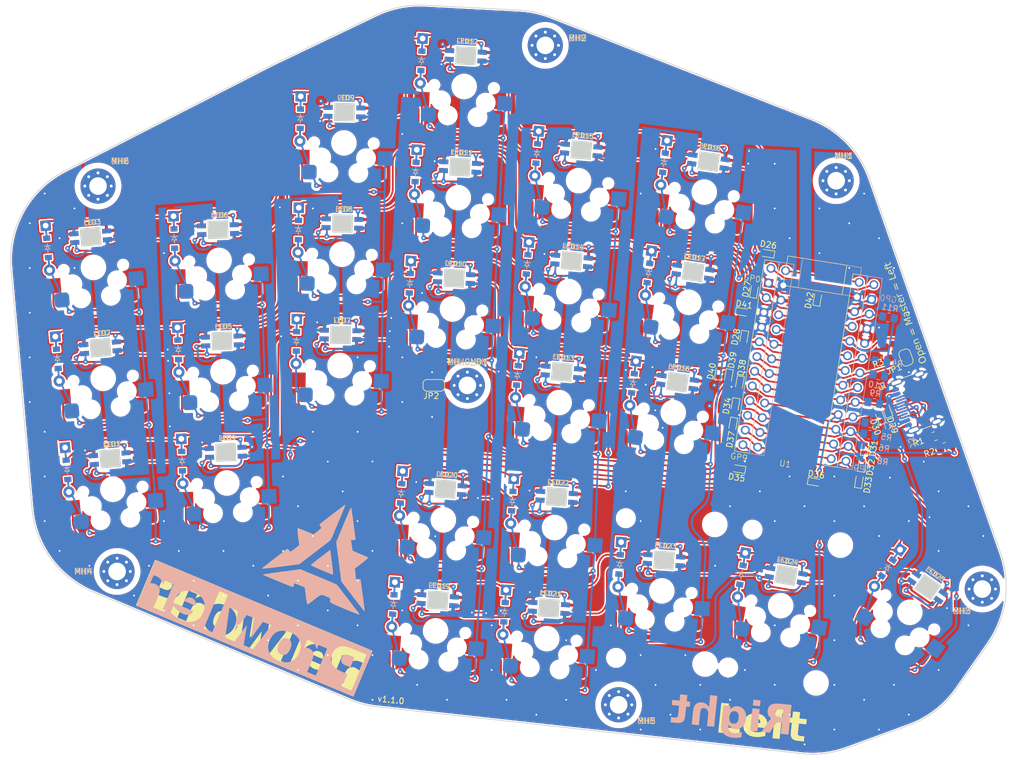
<source format=kicad_pcb>
(kicad_pcb (version 20240108) (generator "pcbnew") (generator_version "8.0")
  (title_block (title "main_pcb") (rev "v1.0.0") (company "Unknown"))
  (layers (0 "F.Cu" signal) (31 "B.Cu" signal) (34 "B.Paste" user) (35 "F.Paste" user) (36 "B.SilkS" user "B.Silkscreen") (37 "F.SilkS" user "F.Silkscreen") (38 "B.Mask" user) (39 "F.Mask" user) (44 "Edge.Cuts" user))
  (property "VER" "v1.1.0")
  (net 0 "")
  (net 1 "Net-(D1-A)")
  (net 2 "/P20")
  (net 3 "/P2")
  (net 4 "Net-(D2-A)")
  (net 5 "/P1")
  (net 6 "Net-(D3-A)")
  (net 7 "Net-(D4-A)")
  (net 8 "Net-(D5-A)")
  (net 9 "Net-(D6-A)")
  (net 10 "Net-(D7-A)")
  (net 11 "Net-(D8-A)")
  (net 12 "Net-(D9-A)")
  (net 13 "Net-(D10-A)")
  (net 14 "Net-(D11-A)")
  (net 15 "Net-(D12-A)")
  (net 16 "Net-(D13-A)")
  (net 17 "Net-(D14-A)")
  (net 18 "Net-(D15-A)")
  (net 19 "Net-(D16-A)")
  (net 20 "Net-(D17-A)")
  (net 21 "Net-(D18-A)")
  (net 22 "/LED")
  (net 23 "Net-(D19-A)")
  (net 24 "/P28")
  (net 25 "Net-(D20-A)")
  (net 26 "Net-(D21-A)")
  (net 27 "Net-(D22-A)")
  (net 28 "Net-(D23-A)")
  (net 29 "Net-(D24-A)")
  (net 30 "Net-(D25-A)")
  (net 31 "Vraw")
  (net 32 "/TXRX2")
  (net 33 "/TXRX1")
  (net 34 "/P29")
  (net 35 "Net-(JP1-B)")
  (net 36 "GND")
  (net 37 "/P9")
  (net 38 "/Vcc")
  (net 39 "/P22")
  (net 40 "/P23")
  (net 41 "/P26")
  (net 42 "/P27")
  (net 43 "/P21")
  (net 44 "/P0")
  (net 45 "/HAND")
  (net 46 "/P7")
  (net 47 "/Reset")
  (net 48 "/LED12")
  (net 49 "/LED13")
  (net 50 "/LED14")
  (net 51 "/LED20")
  (net 52 "/LED11")
  (net 53 "/LED15")
  (net 54 "/LED24")
  (net 55 "/LED10")
  (net 56 "/LED16")
  (net 57 "/LED23")
  (net 58 "/LED9")
  (net 59 "/LED17")
  (net 60 "/LED22")
  (net 61 "/LED8")
  (net 62 "/LED18")
  (net 63 "/LED21")
  (net 64 "/LED7")
  (net 65 "/LED19")
  (net 66 "/LED5")
  (net 67 "/LED4")
  (net 68 "/LED6")
  (net 69 "/LED3")
  (net 70 "/LED2")
  (net 71 "/LED1")
  (net 72 "CHASSIS")
  (net 73 "/NC2")
  (net 74 "/NC1")
  (net 75 "/NC3")
  (footprint "footprints:ComboDiode" (layer "F.Cu") (at 91.490536 86.760045 -91)
    (property "Reference" "D9" (hide yes))
    (property "Value" "D" (hide yes))
  )
  (footprint "footprints:ComboDiode" (layer "F.Cu") (at 130.150067 111.62534 -95)
    (property "Reference" "D14" (hide yes))
    (property "Value" "D" (hide yes))
  )
  (footprint "footprints:ComboDiode" (layer "F.Cu") (at 166.691859 164.593287 -100)
    (property "Reference" "D24" (hide yes))
    (property "Value" "D" (hide yes))
  )
  (footprint "footprints:SK6812MINI-E_RVRSMOUNT" (layer "F.Cu") (at 119.691553 76.026933 177)
    (property "Reference" "LED12")
    (property "Value" "SK6812MINI-E")
    (fp_poly (pts (xy -1.75 -1.55) (xy 1.75 -1.55) (xy 1.75 1.55) (xy -1.75 1.55)) (stroke (width 0.01)) (fill solid) (layer "Edge.Cuts"))
  )
  (footprint "Diode_SMD:D_SOD-523" (layer "F.Cu") (at 167.128445 124.189365 -100)
    (property "Reference" "D28")
    (property "Value" "ESD5Z5.0C")
  )
  (footprint "footprints:SK6812MINI-E_RVRSMOUNT" (layer "F.Cu") (at 78.782566 143.669105 -178)
    (property "Reference" "LED4")
    (property "Value" "SK6812MINI-E")
    (fp_poly (pts (xy -1.75 -1.55) (xy 1.75 -1.55) (xy 1.75 1.55) (xy -1.75 1.55)) (stroke (width 0.01)) (fill solid) (layer "Edge.Cuts"))
  )
  (footprint "footprints:MX" (layer "F.Cu") (at 195.39651 170.975229 145)
    (property "Reference" "S25" (hide yes))
    (property "Value" "SW_MEC_5G" (hide yes))
  )
  (footprint "footprints:SK6812MINI-E_RVRSMOUNT" (layer "F.Cu") (at 198.407786 166.674681 145)
    (property "Reference" "LED25")
    (property "Value" "SK6812MINI-E")
    (fp_poly (pts (xy -1.75 -1.549999) (xy 1.75 -1.55) (xy 1.75 1.549999) (xy -1.75 1.55)) (stroke (width 0.01)) (fill solid) (layer "Edge.Cuts"))
  )
  (footprint "footprints:SK6812MINI-E_RVRSMOUNT" (layer "F.Cu") (at 161.084054 94.077619 172)
    (property "Reference" "LED18")
    (property "Value" "SK6812MINI-E")
    (fp_poly (pts (xy -1.75 -1.55) (xy 1.75 -1.55) (xy 1.75 1.55) (xy -1.75 1.55)) (stroke (width 0.01)) (fill solid) (layer "Edge.Cuts"))
  )
  (footprint "Diode_SMD:D_SOD-523" (layer "F.Cu") (at 171.05 109.749999 171)
    (property "Reference" "D26")
    (property "Value" "ESD5Z5.0C")
  )
  (footprint "footprints:ComboDiode" (layer "F.Cu") (at 48.39803 108.796895 -85)
    (property "Reference" "D3" (hide yes))
    (property "Value" "D" (hide yes))
  )
  (footprint "footprints:SK6812MINI-E_RVRSMOUNT" (layer "F.Cu") (at 99.011209 85.641129 179)
    (property "Reference" "LED9")
    (property "Value" "SK6812MINI-E")
    (fp_poly (pts (xy -1.75 -1.55) (xy 1.75 -1.55) (xy 1.75 1.55) (xy -1.75 1.55)) (stroke (width 0.01)) (fill solid) (layer "Edge.Cuts"))
  )
  (footprint "footprints:Stabilizer_Cherry_MX_2.00u" (layer "F.Cu") (at 173.383324 169.834879 80)
    (property "Reference" "REF**" (hide yes))
    (property "Value" "Stabilizer_Cherry_MX_2.00u")
  )
  (footprint "footprints:MX" (layer "F.Cu") (at 134.828635 156.513941 176)
    (property "Reference" "S22" (hide yes))
    (property "Value" "SW_MEC_5G" (hide yes))
  )
  (footprint "footprints:MX" (layer "F.Cu") (at 133.503263 175.467658 176)
    (property "Reference" "S21" (hide yes))
    (property "Value" "SW_MEC_5G" (hide yes))
  )
  (footprint "footprints:SK6812MINI-E_RVRSMOUNT" (layer "F.Cu") (at 114.915767 168.905074 176)
    (property "Reference" "LED19")
    (property "Value" "SK6812MINI-E")
    (fp_poly (pts (xy -1.75 -1.55) (xy 1.75 -1.55) (xy 1.75 1.55) (xy -1.75 1.55)) (stroke (width 0.01)) (fill solid) (layer "Edge.Cuts"))
  )
  (footprint "Jumper:SolderJumper-2_P1.3mm_Open_RoundedPad1.0x1.5mm" (layer "F.Cu") (at 194.75 127.5 110)
    (property "Reference" "JP1")
    (property "Value" "SolderJumper_2_Open")
  )
  (footprint "footprints:SK6812MINI-E_RVRSMOUNT" (layer "F.Cu") (at 137.730471 111.033765 175)
    (property "Reference" "LED14")
    (property "Value" "SK6812MINI-E")
    (fp_poly (pts (xy -1.75 -1.55) (xy 1.75 -1.55) (xy 1.75 1.55) (xy -1.75 1.55)) (stroke (width 0.01)) (fill solid) (layer "Edge.Cuts"))
  )
  (footprint "footprints:SK6812MINI-E_RVRSMOUNT" (layer "F.Cu") (at 118.69717 95.000894 177)
    (property "Reference" "LED11")
    (property "Value" "SK6812MINI-E")
    (fp_poly (pts (xy -1.75 -1.55) (xy 1.75 -1.55) (xy 1.75 1.55) (xy -1.75 1.55)) (stroke (width 0.01)) (fill solid) (layer "Edge.Cuts"))
  )
  (footprint "footprints:MX" (layer "F.Cu") (at 157.709107 118.091619 172)
    (property "Reference" "S17" (hide yes))
    (property "Value" "SW_MEC_5G" (hide yes))
  )
  (footprint "footprints:SK6812MINI-E_RVRSMOUNT" (layer "F.Cu") (at 77.456385 105.692253 -178)
    (property "Reference" "LED6")
    (property "Value" "SK6812MINI-E")
    (fp_poly (pts (xy -1.75 -1.55) (xy 1.75 -1.55) (xy 1.75 1.55) (xy -1.75 1.55)) (stroke (width 0.01)) (fill solid) (layer "Edge.Cuts"))
  )
  (footprint "MountingHole:MountingHole_3mm_Pad_Via" (layer "F.Cu") (at 119.970502 132.255693)
    (property "Reference" "MH_GND1")
    (property "Value" "MountingHole_Pad")
  )
  (footprint "footprints:MX" (layer "F.Cu") (at 77.639607 110.939055 -178)
    (property "Reference" "S6" (hide yes))
    (property "Value" "SW_MEC_5G" (hide yes))
  )
  (footprint "footprints:MX" (layer "F.Cu") (at 56.218114 112.128005 -175)
    (property "Reference" "S3" (hide yes))
    (property "Value" "SW_MEC_5G" (hide yes))
  )
  (footprint "footprints:SK6812MINI-E_RVRSMOUNT" (layer "F.Cu") (at 116.24114 149.951356 176)
    (property "Reference" "LED20")
    (property "Value" "SK6812MINI-E")
    (fp_poly (pts (xy -1.75 -1.55) (xy 1.75 -1.55) (xy 1.75 1.55) (xy -1.75 1.55)) (stroke (width 0.01)) (fill solid) (layer "Edge.Cuts"))
  )
  (footprint "footprints:MX" (layer "F.Cu") (at 153.119665 167.316172 176)
    (property "Reference" "S23" (hide yes))
    (property "Value" "SW_MEC_5G" (hide yes))
  )
  (footprint "footprints:ComboDiode" (layer "F.Cu") (at 71.33076 145.180089 -88)
    (property "Reference" "D4" (hide yes))
    (property "Value" "D" (hide yes))
  )
  (footprint "Jumper:SolderJumper-2_P1.3mm_Bridged_RoundedPad1.0x1.5mm" (layer "F.Cu") (at 113.805 132.25 180)
    (property "Reference" "JP2")
    (property "Value" "SolderJumper_2_Bridged")
  )
  (footprint "footprints:SK6812MINI-E_RVRSMOUNT" (layer "F.Cu") (at 59.072464 144.753382 -175)
    (property "Reference" "LED1")
    (property "Value" "SK6812MINI-E")
    (fp_poly (pts (xy -1.75 -1.55) (xy 1.75 -1.55) (xy 1.75 1.55) (xy -1.75 1.55)) (stroke (width 0.01)) (fill solid) (layer "Edge.Cuts"))
  )
  (footprint "footprints:SK6812MINI-E_RVRSMOUNT" (layer "F.Cu") (at 117.702786 113.974855 177)
    (property "Reference" "LED10")
    (property "Value" "SK6812MINI-E")
    (fp_poly (pts (xy -1.75 -1.55) (xy 1.75 -1.55) (xy 1.75 1.55) (xy -1.75 1.55)) (stroke (width 0.01)) (fill solid) (layer "Edge.Cuts"))
  )
  (footprint "footprints:ComboDiode" (layer "F.Cu") (at 145.916961 162.802743 -94)
    (property "Reference" "D23" (hide yes))
    (property "Value" "D" (hide yes))
  )
  (footprint "Diode_SMD:D_SOD-523" (layer "F.Cu") (at 166.378445 131.939365 -100)
    (property "Reference" "D38")
    (property "Value" "ESD5Z5.0C")
  )
  (footprint "footprints:ComboDiode" (layer "F.Cu") (at 51.709948 146.652293 -85)
    (property "Reference" "D1" (hide yes))
    (property "Value" "D" (hide yes))
  )
  (footprint "footprints:SK6812MINI-E_RVRSMOUNT" (layer "F.Cu") (at 98.679614 104.638235 179)
    (property "Reference" "LED8")
    (property "Value" "SK6812MINI-E")
    (fp_poly (pts (xy -1.75 -1.55) (xy 1.75 -1.55) (xy 1.75 1.55) (xy -1.75 1.55)) (stroke (width 0.01)) (fill solid) (layer "Edge.Cuts"))
  )
  (footprint "footprints:MX" (layer "F.Cu") (at 160.353396 99.276525 172)
    (property "Reference" "S18" (hide yes))
    (property "Value" "SW_MEC_5G" (hide yes))
  )
  (footprint "Resistor_SMD:R_0805_2012Metric_Pad1.20x1.40mm_HandSolder" (layer "F.Cu") (at 199.617604 140.927552 -160)
    (property "Reference" "R1")
    (property "Value" "10k")
  )
  (footprint "RP2040ProMicroReversible:RP2040ProMicroCloneReversible" (layer "F.Cu") (at 176.855452 128.530009 -9)
    (property "Reference" "U1")
    (property "Value" "~")
  )
  (footprint "Diode_SMD:D_SOD-523" (layer "F.Cu") (at 190.361595 137.646013 110)
    (property "Reference" "D30")
    (property "Value" "ESD5Z5.0C")
  )
  (footprint "footprints:ComboDiode" (layer "F.Cu") (at 150.838788 113.086749 -98)
    (property "Reference" "D17" (hide yes))
    (property "Value" "D" (hide yes))
  )
  (footprint "MountingHole:MountingHole_3mm_Pad_Via" (layer "F.Cu") (at 182.84099 97.34099)
    (property "Reference" "MH1")
    (property "Value" "MountingHole_Pad")
  )
  (footprint "footprints:ComboDiode" (layer "F.Cu") (at 91.15894 105.757152 -91)
    (property "Reference" "D8" (hide yes))
    (property "Value" "D" (hide yes))
  )
  (footprint "footprints:MX" (layer "F.Cu") (at 98.919584 90.89033 179)
    (property "Reference" "S9" (hide yes))
    (property "Value" "SW_MEC_5G" (hide yes))
  )
  (footprint "footprints:MX" (layer "F.Cu") (at 114.549546 174.142285 176)
    (property "Reference" "S19" (hide yes))
    (property "Value" "SW_MEC_5G" (hide yes))
  )
  (footprint "footprints:Stabilizer_Cherry_MX_2.00u" (layer "F.Cu") (at 153.119665 167.316172 86)
    (property "Reference" "REF**" (hide yes))
    (property "Value" "Stabilizer_Cherry_MX_2.00u")
  )
  (footprint "Connector_USB:USB_C_Receptacle_GCT_USB4105-xx-A_16P_TopMnt_Horizontal" (layer "F.Cu") (at 197.5 134.75 110)
    (property "Reference" "J3")
    (property "Value" "USB_C_Receptacle_USB2.0_16P")
  )
  (footprint "footprints:MX" (layer "F.Cu") (at 57.874073 131.055705 -175)
    (property "Reference" "S2" (hide yes))
    (property "Value" "SW_MEC_5G" (hide yes))
  )
  (footprint "footprints:SK6812MINI-E_RVRSMOUNT" (layer "F.Cu") (at 139.38643 92.106066 175)
    (property "Reference" "LED15")
    (property "Value" "SK6812MINI-E")
    (fp_poly (pts (xy -1.75 -1.55) (xy 1.75 -1.55) (xy 1.75 1.55) (xy -1.75 1.55)) (stroke (width 0.01)) (fill solid) (layer "Edge.Cuts"))
  )
  (footprint "Resistor_SMD:R_0805_2012Metric_Pad1.20x1.40mm_HandSolder" (layer "F.Cu") (at 201.5 142.75 -160)
    (property "Reference" "R2")
    (property "Value" "10k")
  )
  (footprint "footprints:MX" (layer "F.Cu") (at 78.965789 148.915906 -178)
    (property "Reference" "S4" (hide yes))
    (property "Value" "SW_MEC_5G" (hide yes))
  )
  (footprint "footprints:SK6812MINI-E_RVRSMOUNT" (layer "F.Cu") (at 136.074512 129.961464 175)
    (property "Reference" "LED13")
    (property "Value" "SK6812MINI-E")
    (fp_poly (pts (xy -1.75 -1.55) (xy 1.75 -1.55) (xy 1.75 1.55) (xy -1.75 1.55)) (stroke (width 0.01)) (fill solid) (layer "Edge.Cuts"))
  )
  (footprint "footprints:SK6812MINI-E_RVRSMOUNT" (layer "F.Cu") (at 98.348018 123.635341 179)
    (property "Reference" "LED7")
    (property "Value" "SK6812MINI-E")
    (fp_poly (pts (xy -1.75 -1.55) (xy 1.75 -1.55) (xy 1.75 1.55) (xy -1.75 1.55)) (stroke (width 0.01)) (fill solid) (layer "Edge.Cuts"))
  )
  (footprint "footprints:MX" (layer "F.Cu") (at 119.416789 81.269738 177)
    (property "Reference" "S12" (hide yes))
    (property "Value" "SW_MEC_5G" (hide yes))
  )
  (footprint "footprints:ComboDiode" (layer "F.Cu") (at 70.667669 126.191663 -88)
    (property "Reference" "D5" (hide yes))
    (property "Value" "D" (hide yes))
  )
  (footprint "MountingHole:MountingHole_3mm_Pad_Via" (layer "F.Cu") (at 145.75 186.75)
    (property "Reference" "MH5")
    (property "Value" "MountingHole_Pad")
  )
  (footprint "Diode_SMD:D_SOD-523" (layer "F.Cu") (at 165.25 139 -100)
    (property "Reference" "D37")
    (property "Value" "ESD5Z5.0C")
  )
  (footprint "Diode_SMD:D_SOD-523" (layer "F.Cu") (at 166.116 146.499999 171)
    (property "Reference" "D35")
    (property "Value" "ESD5Z5.0C")
  )
  (footprint "Diode_SMD:D_SOD-523" (layer "F.Cu") (at 166.95 119.75 -9)
    (property "Reference" "D41")
    (property "Value" "ESD5Z5.0C")
  )
  (footprint "footprints:ComboDiode" (layer "F.Cu") (at 108.672214 150.675138 -94)
    (property "Reference" "D20" (hide yes))
    (property "Value" "D" (hide yes))
  )
  (footprint "footprints:ComboDiode" (layer "F.Cu") (at 191.547176 163.396797 -125)
    (property "Reference" "D25" (hide yes))
    (property "Value" "D" (hide yes))
  )
  (footprint "footprints:ComboDiode" (layer "F.Cu") (at 131.806026 92.697641 -95)
    (property "Reference" "D15" (hide yes))
    (property "Value" "D" (hide yes))
  )
  (footprint "footprints:MX" (layer "F.Cu") (at 137.272904 116.263787 175)
    (property "Reference" "S14" (hide yes))
    (property "Value" "SW_MEC_5G" (hide yes))
  )
  (footprint "Diode_SMD:D_SOD-523" (layer "F.Cu") (at 162.871554 130.060635 80)
    (property "Reference" "D40")
    (property "Value" "ESD5Z5.0C")
  )
  (footprint "footprints:MX" (layer "F.Cu") (at 98.256392 128.884542 179)
    (property "Reference" "S7" (hide yes))
    (property "Value" "SW_MEC_5G" (hide yes))
  )
  (footprint "footprints:ComboDiode" (layer "F.Cu") (at 110.147645 114.830623 -93)
    (property "Reference" "D10" (hide yes))
    (property "Value" "D" (hide yes))
  )
  (footprint "footprints:ComboDiode" (layer "F.Cu") (at 148.194499 131.901842 -98)
    (property "Reference" "D16" (hide yes))
    (property "Value" "D" (hide yes))
  )
  (footprint "footprints:MX" (layer "F.Cu") (at 78.302698 129.92748 -178)
    (property "Reference" "S5" (hide yes))
    (property "Value" "SW_MEC_5G" (hide yes))
  )
  (footprint "footprints:ComboDiode" (layer "F.Cu") (at 112.136411 76.8827 -93)
    (property "Reference" "D12" (hide yes))
    (property "Value" "D" (hide yes))
  )
  (footprint "footprints:SK6812MINI-E_RVRSMOUNT" (layer "F.Cu") (at 78.119476 124.680679 -178)
    (property "Reference" "LED5")
    (property "Value" "SK6812MINI-E")
    (fp_poly (pts (xy -1.75 -1.55) (xy 1.75 -1.55) (xy 1.75 1.55) (xy -1.75 1.55)) (stroke (width 0.01)) (fill solid) (layer "Edge.Cuts"))
  )
  (footprint "MountingHole:MountingHole_3mm_Pad_Via" (layer "F.Cu") (at 133.25 74.25)
    (property "Reference" "MH2")
    (property "Value" "MountingHole_Pad")
  )
  (footprint "Diode_SMD:D_SOD-523" (layer "F.Cu") (at 168.871554 116.060635 80)
    (property "Reference" "D27")
    (property "Value" "ESD5Z5.0C")
  )
  (footprint "footprints:MX" (layer "F.Cu") (at 138.928863 97.336088 175)
    (property "Reference" "S15" (hide yes))
    (property "Value" "SW_MEC_5G" (hide yes))
  )
  (footprint "footprints:ComboDiode" (layer "F.Cu") (at 128.494108 130.55304 -95)
    (property "Reference" "D13" (hide yes))
    (property "Value" "D" (hide yes))
  )
  (footprint "Diode_SMD:D_SOD-523" (layer "F.Cu") (at 187.75 143 81)
    (property "Reference" "D31")
    (property "Value" "ESD5Z5.0C")
  )
  (footprint "MountingHole:MountingHole_3mm_Pad_Via" (layer "F.Cu") (at 57 98.25)
    (property "Reference" "MH6")
    (property "Value" "MountingHole_Pad")
  )
  (footprint "footprints:ComboDiode" (layer "F.Cu") (at 90.827345 124.754258 -91)
    (property "Reference" "D7" (hide yes))
    (property "Value" "D" (hide yes))
  )
  (footprint "MountingHole:MountingHole_3mm_Pad_Via" (layer "F.Cu") (at 60.25 164)
    (property "Reference" "MH4")
    (property "Value" "MountingHole_Pad")
  )
  (footprint "Resistor_SMD:R_0805_2012Metric_Pad1.20x1.40mm_HandSolder" (layer "F.Cu") (at 191.5 126.75 -70)
    (property "Reference" "R3")
    (property "Value" "1k")
  )
  (footprint "footprints:MX" (layer "F.Cu") (at 59.530032 149.983403 -175)
    (property "Reference" "S1" (hide yes))
    (property "Value" "SW_MEC_5G" (hide yes))
  )
  (footprint "Diode_SMD:D_SOD-523" (layer "F.Cu") (at 187.25 145.75 81)
    (property "Reference" "D32")
    (property "Value" "ESD5Z5.0C")
  )
  (footprint "footprints:SK6812MINI-E_RVRSMOUNT" (layer "F.Cu") (at 153.485888 162.078961 176)
    (property "Reference" "LED23")
    (property "Value" "SK6812MINI-E")
    (fp_poly (pts (xy -1.75 -1.55) (xy 1.75 -1.55) (xy 1.75 1.55) (xy -1.75 1.55)) (stroke (width 0.01)) (fill solid) (layer "Edge.Cuts"))
  )
  (footprint "footprints:MX" (layer "F.Cu") (at 173.383324 169.834879 170)
    (property "Reference" "S24" (hide yes))
    (property "Value" "SW_MEC_5G" (hide yes))
  )
  (footprint "footprints:ComboDiode" (layer "F.Cu") (at 70.004578 107.203238 -88)
    (property "Reference" "D6" (hide yes))
    (property "Value" "D" (hide yes))
  )
  (footprint "footprints:ComboDiode" (layer "F.Cu") (at 111.142029 95.856662 -93)
    (property "Reference" "D11" (hide yes))
    (property "Value" "D" (hide yes))
  )
  (footprint "Diode_SMD:D_SOD-523" (layer "F.Cu") (at 179.658542 117.418534 80)
    (property "Reference" "D42")
    (property "Value" "ESD5Z5.0C")
  )
  (footprint "footprints:MX" (layer "F.Cu") (at 117.428023 119.217661 177)
    (property "Reference" "S10" (hide yes))
    (property "Value" "SW_MEC_5G" (hide yes))
  )
  (footprint "footprints:SK6812MINI-E_RVRSMOUNT" (layer "F.Cu") (at 57.416505 125.825682 -175)
    (property "Reference" "LED2")
    (property "Value" "SK6812MINI-E")
    (fp_poly (pts (xy -1.75 -1.55) (xy 1.75 -1.55) (xy 1.75 1.55) (xy -1.75 1.55)) (stroke (width 0.01)) (fill solid) (layer "Edge.Cuts"))
  )
  (footprint "footprints:SK6812MINI-E_RVRSMOUNT" (layer "F.Cu") (at 174.294977 164.664639 170)
    (property "Reference" "LED24")
    (property "Value" "SK6812MINI-E")
    (fp_poly (pts (xy -1.75 -1.55) (xy 1.75 -1.55) (xy 1.75 1.55) (xy -1.75 1.55)) (stroke (width 0.01)) (fill solid) (layer "Edge.Cuts"))
  )
  (footprint "footprints:SK6812MINI-E_RVRSMOUNT" (layer "F.Cu") (at 158.439766 112.892711 172)
    (property "Reference" "LED17")
    (property "Value" "SK6812MINI-E")
    (fp_poly (pts (xy -1.75 -1.55) (xy 1.75 -1.55) (xy 1.75 1.55) (xy -1.75 1.55)) (stroke (width 0.01)) (fill solid) (layer "Edge.Cuts"))
  )
  (footprint "Diode_SMD:D_SOD-523" (layer "F.Cu") (at 186.75 148.5 81)
    (property "Reference" "D33")
    (property "Value" "ESD5Z5.0C")
  )
  (footprint "footprints:cybran" (layer "F.Cu") (at 93.966233 162.813543 97.4)
    (property "Reference" "G***" (hide yes))
    (property "Value" "LOGO" (hide yes))
  )
  (footprint "footprints:SK6812MINI-E_RVRSMOUNT" (layer "F.Cu") (at 155.795476 131.707804 172)
    (property "Reference" "LED16")
    (property "Value" "SK6812MINI-E")
    (fp_poly (pts (xy -1.75 -1.55) (xy 1.75 -1.55) (xy 1.75 1.55) (xy -1.75 1.55)) (stroke (width 0.01)) (fill solid) (layer "Edge.Cuts"))
  )
  (footprint "footprints:SK6812MINI-E_RVRSMOUNT" (layer "F.Cu") (at 135.194856 151.276729 176)
    (property "Reference" "LED22")
    (property "Value" "SK6812MINI-E")
    (fp_poly (pts (xy -1.75 -1.55) (xy 1.75 -1.55) (xy 1.75 1.55) (xy -1.75 1.55)) (stroke (width 0.01)) (fill solid) (layer "Edge.Cuts"))
  )
  (footprint "Diode_SMD:D_SOD-523" (layer "F.Cu") (at 179.25 148.75 -9)
    (property "Reference" "D36")
    (property "Value" "ESD5Z5.0C")
  )
  (footprint "footprints:ComboDiode" (layer "F.Cu") (at 127.62593 152.000511 -94)
    (property "Reference" "D22" (hide yes))
    (property "Value" "D" (hide yes))
  )
  (footprint "footprints:MX" (layer "F.Cu") (at 155.064817 136.906712 172)
    (property "Reference" "S16" (hide yes))
    (property "Value" "SW_MEC_5G" (hide yes))
  )
  (footprint "footprints:ComboDiode" (layer "F.Cu") (at 107.34684 169.628855 -94)
    (property "Reference" "D19" (hide yes))
    (property "Value" "D" (hide yes))
  )
  (footprint "footprints:MX" (layer "F.Cu") (at 98.587988 109.887436 179)
    (property "Reference" "S8" (hide yes))
    (property "Value" "SW_MEC_5G" (hide yes))
  )
  (footprint "footprints:SK6812MINI-E_RVRSMOUNT" (layer "F.Cu") (at 133.869484 170.230446 176)
    (property "Reference" "LED21")
    (property "Value" "SK6812MINI-E")
    (fp_poly (pts (xy -1.75 -1.55) (xy 1.75 -1.55) (xy 1.75 1.55) (xy -1.75 1.55)) (stroke (width 0.01)) (fill solid) (layer "Edge.Cuts"))
  )
  (footprint "footprints:ComboDiode" (layer "F.Cu") (at 126.300558 170.954228 -94)
    (property "Reference" "D21" (hide yes))
    (property "Value" "D" (hide yes))
  )
  (footprint "Diode_SMD:D_SOD-523" (layer "F.Cu") (at 191.504277 136.492725 110)
    (property "Reference" "D29")
    (property "Value" "ESD5Z5.0C")
  )
  (footprint "Diode_SMD:D_SOD-523" (layer "F.Cu") (at 164.5 130.75 -100)
    (property "Reference" "D39")
    (property "Value" "ESD5Z5.0C")
  )
  (footprint "footprints:ComboDiode" (layer "F.Cu") (at 50.053989 127.724594 -85)
    (property "Reference" "D2" (hide yes))
    (property "Value" "D" (hide yes))
  )
  (footprint "footprints:cybran" (layer "F.Cu") (at 93.966233 162.813543 97.4)
    (property "Reference" "G***" (hide yes))
    (property "Value" "LOGO" (hide yes))
  )
  (footprint "footprints:ComboDiode" (layer "F.Cu") (at 153.483077 94.271654 -98)
    (property "Reference" "D18" (hide yes))
    (property "Value" "D" (hide yes))
  )
  (footprint "footprints:MX" (layer "F.Cu") (at 135.616945 135.191487 175)
    (property "Reference" "S13" (hide yes))
    (property "Value" "SW_MEC_5G" (hide yes))
  )
  (footprint "footprints:SK6812MINI-E_RVRSMOUNT" (layer "F.Cu") (at 55.760546 106.897982 -175)
    (property "Reference" "LED3")
    (property "Value" "SK6812MINI-E")
    (fp_poly (pts (xy -1.75 -1.55) (xy 1.75 -1.55) (xy 1.75 1.55) (xy -1.75 1.55)) (stroke (width 0.01)) (fill solid) (layer "Edge.Cuts"))
  )
  (footprint "MountingHole:MountingHole_3mm_Pad_Via" (layer "F.Cu") (at 207.75 167)
    (property "Reference" "MH3")
    (property "Value" "MountingHole_Pad")
  )
  (footprint "footprints:MX" (layer "F.Cu") (at 118.422406 100.243699 177)
    (property "Reference" "S11" (hide yes))
    (property "Value" "SW_MEC_5G" (hide yes))
  )
  (footprint "footprints:MX" (layer "F.Cu") (at 115.874918 155.188568 176)
    (property "Reference" "S20" (hide yes))
    (property "Value" "SW_MEC_5G" (hide yes))
  )
  (footprint "Diode_SMD:D_SOD-523" (layer "F.Cu") (at 165.628447 135.689364 -100)
    (property "Reference" "D34")
    (property "Value" "ESD5Z5.0C")
  )
  (footprint "Resistor_SMD:R_0805_2012Metric_Pad1.20x1.40mm_HandSolder" (layer "B.Cu") (at 190.100693 130.529936 171)
    (property "Reference" "R10")
    (property "Value" "10k")
  )
  (footprint "Resistor_SMD:R_0805_2012Metric_Pad1.20x1.40mm_HandSolder" (layer "B.Cu") (at 188.75 138.75 171)
    (property "Reference" "R7")
    (property "Value" "10k")
  )
  (footprint "Resistor_SMD:R_0805_2012Metric_Pad1.20x1.40mm_HandSolder" (layer "B.Cu") (at 189.25 135.25 171)
    (property "Reference" "R9")
    (property "Value" "10k")
  )
  (footprint "Resistor_SMD:R_0805_2012Metric_Pad1.20x1.40mm_HandSolder" (layer "B.Cu") (at 191.737688 120.656434 171)
    (property "Reference" "R11")
    (property "Value" "10k")
  )
  (footprint "Resistor_SMD:R_0805_2012Metric_Pad1.20x1.40mm_HandSolder" (layer "B.Cu") (at 188.487688 140.656434 171)
    (property "Reference" "R5")
    (property "Value" "10k")
  )
  (footprint "Resistor_SMD:R_0805_2012Metric_Pad1.20x1.40mm_HandSolder" (layer "B.Cu") (at 188.174671 142.616793 171)
    (property "Reference" "R6")
    (property "Value" "10k")
  )
  (footprint "Resistor_SMD:R_0805_2012Metric_Pad1.20x1.40mm_HandSolder" (layer "B.Cu") (at 187.866466 144.581394 171)
    (property "Reference" "R8")
    (property "Value" "10k")
  )
  (footprint "Resistor_SMD:R_0805_2012Metric_Pad1.20x1.40mm_HandSolder" (layer "B.Cu") (at 190.487688 128.156434 171)
    (property "Reference" "R4")
    (property "Value" "10k")
  )
  (gr_line (start 176.961074 195.061403) (end 104.527295 187.06875) (stroke (width 0.15)) (layer "Edge.Cuts"))
  (gr_line (start 112.691207 67.413696) (end 128.8416 68.260103) (stroke (width 0.15)) (layer "Edge.Cuts"))
  (gr_arc (start 104.527296 187.06875) (mid 102.119106 186.625604) (end 99.79956 185.841088) (stroke (width 0.15)) (layer "Edge.Cuts"))
  (gr_arc (start 203.354021 184.022589) (mid 199.796126 187.744396) (end 195.287182 190.230333) (stroke (width 0.15)) (layer "Edge.Cuts"))
  (gr_line (start 188.548933 97.040768) (end 210.886206 160.935076) (stroke (width 0.15)) (layer "Edge.Cuts"))
  (gr_arc (start 56.097992 167.455848) (mid 48.952996 161.800432) (end 45.754955 153.267716) (stroke (width 0.15)) (layer "Edge.Cuts"))
  (gr_line (start 45.754955 153.267717) (end 42.169518 112.285991) (stroke (width 0.15)) (layer "Edge.Cuts"))
  (gr_line (start 208.763741 176.296709) (end 203.354465 184.021955) (stroke (width 0.15)) (layer "Edge.Cuts"))
  (gr_arc (start 86.55976 77.631224) (mid 86.766 77.527302) (end 86.973632 77.426192) (stroke (width 0.15)) (layer "Edge.Cuts"))
  (gr_arc (start 104.462613 69.056096) (mid 108.473986 67.719235) (end 112.691207 67.413696) (stroke (width 0.15)) (layer "Edge.Cuts"))
  (gr_line (start 99.79956 185.841088) (end 56.097993 167.455848) (stroke (width 0.15)) (layer "Edge.Cuts"))
  (gr_line (start 86.973631 77.426192) (end 104.462614 69.056096) (stroke (width 0.15)) (layer "Edge.Cuts"))
  (gr_arc (start 178.690578 86.817674) (mid 184.738463 90.850429) (end 188.548933 97.040768) (stroke (width 0.15)) (layer "Edge.Cuts"))
  (gr_arc (start 128.842374 68.260143) (mid 131.538018 68.619227) (end 134.141913 69.403552) (stroke (width 0.15)) (layer "Edge.Cuts"))
  (gr_arc (start 210.886207 160.935076) (mid 211.678675 168.871621) (end 208.764185 176.296075) (stroke (width 0.15)) (layer "Edge.Cuts"))
  (gr_line (start 51.351316 95.675463) (end 86.559 77.631614) (stroke (width 0.15)) (layer "Edge.Cuts"))
  (gr_line (start 195.287182 190.230333) (end 184.685126 194.12259) (stroke (width 0.15)) (layer "Edge.Cuts"))
  (gr_arc (start 42.169518 112.28599) (mid 44.226593 102.580105) (end 51.351316 95.675463) (stroke (width 0.15)) (layer "Edge.Cuts"))
  (gr_line (start 134.142635 69.403834) (end 178.689856 86.817392) (stroke (width 0.15)) (layer "Edge.Cuts"))
  (gr_arc (start 184.685126 194.12259) (mid 180.877918 195.039792) (end 176.961844 195.061488) (stroke (width 0.15)) (layer "Edge.Cuts"))
  (gr_text "LED10" (at 117.961646 111.523499 -3) (layer "B.SilkS") (effects (font (size 0.8 0.8)) (justify mirror)))
  (gr_text "LED5" (at 78.378336 122.229323 2) (layer "B.SilkS") (effects (font (size 0.8 0.8)) (justify mirror)))
  (gr_text "LED4" (at 79.041426 141.217749 2) (layer "B.SilkS") (effects (font (size 0.8 0.8)) (justify mirror)))
  (gr_text "LED7" (at 98.606878 121.183985 -1) (layer "B.SilkS") (effects (font (size 0.8 0.8)) (justify mirror)))
  (gr_text "LED19" (at 115.174627 166.453718 -4) (layer "B.SilkS") (effects (font (size 0.8 0.8)) (justify mirror)))
  (gr_text "MH5" (at 150.5 189.5 0) (layer "B.SilkS") (effects (font (size 1 1)) (justify mirror)))
  (gr_text "MH6" (at 60.75 94 0) (layer "B.SilkS") (effects (font (size 1 1)) (justify mirror)))
  (gr_text "LED3" (at 56.019406 104.446626 5) (layer "B.SilkS") (effects (font (size 0.8 0.8)) (justify mirror)))
  (gr_text "LED16" (at 156.054336 129.256448 -8) (layer "B.SilkS") (effects (font (size 0.8 0.8)) (justify mirror)))
  (gr_text "LED11" (at 118.95603 92.549538 -3) (layer "B.SilkS") (effects (font (size 0.8 0.8)) (justify mirror)))
  (gr_text "MH_GND1" (at 119.970502 128.255693 0) (layer "B.SilkS") (effects (font (size 1 1)) (justify mirror)))
  (gr_text "LED22" (at 135.453716 148.825373 -4) (layer "B.SilkS") (effects (font (size 0.8 0.8)) (justify mirror)))
  (gr_text "LED20" (at 116.5 147.5 -4) (layer "B.SilkS") (effects (font (size 0.8 0.8)) (justify mirror)))
  (gr_text "LED23" (at 153.744748 159.627605 -4) (layer "B.SilkS") (effects (font (size 0.8 0.8)) (justify mirror)))
  (gr_text "LED25" (at 199.750001 164.5 -35) (layer "B.SilkS") (effects (font (size 0.8 0.8)) (justify mirror)))
  (gr_text "LED6" (at 77.715245 103.240897 2) (layer "B.SilkS") (effects (font (size 0.8 0.8)) (justify mirror)))
  (gr_text "LED17" (at 158.698626 110.441355 -8) (layer "B.SilkS") (effects (font (size 0.8 0.8)) (justify mirror)))
  (gr_text "MH1" (at 184.09099 93.09099 0) (layer "B.SilkS") (effects (font (size 1 1)) (justify mirror)))
  (gr_text "LED8" (at 98.938474 102.186879 -1) (layer "B.SilkS") (effects (font (size 0.8 0.8)) (justify mirror)))
  (gr_text "LED13" (at 136.333372 127.510108 -5) (layer "B.SilkS") (effects (font (size 0.8 0.8)) (justify mirror)))
  (gr_text "LED14" (at 137.989331 108.582409 -5) (layer "B.SilkS") (effects (font (size 0.8 0.8)) (justify mirror)))
  (gr_text "LED1" (at 59.331324 142.302026 5) (layer "B.SilkS") (effects (font (size 0.8 0.8)) (justify mirror)))
  (gr_text "LED15" (at 139.64529 89.65471 -5) (layer "B.SilkS") (effects (font (size 0.8 0.8)) (justify mirror)))
  (gr_text "LED2" (at 57.675365 123.374326 5) (layer "B.SilkS") (effects (font (size 0.8 0.8)) (justify mirror)))
  (gr_text "Right" (at 175.25 192.75 354) (layer "B.SilkS") (effects (font (size 5 5) (thickness 1) (bold yes)) (justify left bottom mirror)))
  (gr_text "Prowler" (at 100.556514 185.641665 337.25) (layer "B.SilkS" knockout) (effects (font (size 6.5 6.5) (thickness 1) (bold yes)) (justify left bottom mirror)))
  (gr_text "MH2" (at 138.75 73 0) (layer "B.SilkS") (effects (font (size 1 1)) (justify mirror)))
  (gr_text "MH4" (at 54.5 164 0) (layer "B.SilkS") (effects (font (size 1 1)) (justify mirror)))
  (gr_text "LED9" (at 99.270069 83.189773 -1) (layer "B.SilkS") (effects (font (size 0.8 0.8)) (justify mirror)))
  (gr_text "MH3" (at 204.25 170.75 0) (layer "B.SilkS") (effects (font (size 1 1)) (justify mirror)))
  (gr_text "LED21" (at 134.128344 167.77909 -4) (layer "B.SilkS") (effects (font (size 0.8 0.8)) (justify mirror)))
  (gr_text "LED12" (at 119.950413 73.575577 -3) (layer "B.SilkS") (effects (font (size 0.8 0.8)) (justify mirror)))
  (gr_text "J3" (at 195.75 142 290) (layer "B.SilkS") (effects (font (size 1 1)) (justify mirror)))
  (gr_text "LED18" (at 161.342914 91.626263 -8) (layer "B.SilkS") (effects (font (size 0.8 0.8)) (justify mirror)))
  (gr_text "LED24" (at 174.553837 162.213283 -10) (layer "B.SilkS") (effects (font (size 0.8 0.8)) (justify mirror)))
  (gr_text "${VER}" (at 104.5 186.25 354) (layer "F.SilkS") (effects (font (size 1 1) (thickness 0.1524) (bold yes)) (justify left bottom)))
  (gr_text "Open = Master = Left\n" (at 198.5 128.25 110) (layer "F.SilkS") (effects (font (size 1.2 1.2)) (justify left bottom)))
  (gr_text "Prowler" (at 63.25 170 337.25) (layer "F.SilkS" knockout) (effects (font (size 6.5 6.5) (thickness 1) (bold yes)) (justify left bottom)))
  (gr_text "Left" (at 162 192.25 354) (layer "F.SilkS") (effects (font (size 5 5) (thickness 1) (bold yes)) (justify left bottom)))
  (segment (start 59.75 157.437923) (end 55.594662 157.437923) (width 0.3) (layer "F.Cu") (net 1))
  (segment (start 65.109526 155.217934) (end 65.792553 154.534908) (width 0.3) (layer "F.Cu") (net 1))
  (segment (start 51.853756 148.296014) (end 52.042011 150.447795) (width 0.3) (layer "F.Cu") (net 1))
  (via (at 55.594662 157.437923) (size 0.8) (drill 0.3) (layers "F.Cu" "B.Cu") (net 1))
  (arc (start 59.75 157.437923) (mid 62.650555 156.860967) (end 65.109526 155.217934) (width 0.3) (layer "F.Cu") (net 1))
  (segment (start 55.594662 157.437923) (end 52.232207 150.19884) (width 0.3) (layer "B.Cu") (net 1))
  (segment (start 51.853756 148.296014) (end 52.042011 150.447795) (width 0.3) (layer "B.Cu") (net 1))
  (segment (start 170.248621 137.770235) (end 169.42021 136.941824) (width 0.3) (layer "F.Cu") (net 2))
  (segment (start 66.841391 158.873373) (end 82.9056 158.873373) (width 0.3) (layer "F.Cu") (net 2))
  (segment (start 165.506894 136.378725) (end 165.443982 136.441637) (width 0.3) (layer "F.Cu") (net 2))
  (segment (start 54.5 120.534131) (end 64 119.75) (width 0.3) (layer "F.Cu") (net 2))
  (segment (start 159.5 148.275316) (end 125 145) (width 0.3) (layer "F.Cu") (net 2))
  (segment (start 56.134 139.76753) (end 65.695639 138.996797) (width 0.3) (layer "F.Cu") (net 2))
  (segment (start 56.134 139.76753) (end 53.639057 139.76753) (width 0.3) (layer "F.Cu") (net 2))
  (segment (start 165.874624 136.263259) (end 168 136.263259) (width 0.3) (layer "F.Cu") (net 2))
  (segment (start 51.943 139.065) (end 51.903986 139.023598) (width 0.3) (layer "F.Cu") (net 2))
  (segment (start 52.693368 155.380077) (end 52.693368 153.131236) (width 0.3) (layer "F.Cu") (net 2))
  (segment (start 58.293 158.873373) (end 56.165084 158.873373) (width 0.3) (layer "F.Cu") (net 2))
  (segment (start 66.841391 158.873373) (end 66.815612 158.847594) (width 0.3) (layer "F.Cu") (net 2))
  (segment (start 163 147.5) (end 162.75 147.75) (width 0.3) (layer "F.Cu") (net 2))
  (segment (start 182.792263 139.756953) (end 170.248621 137.770235) (width 0.3) (layer "F.Cu") (net 2))
  (segment (start 54.5 120.534131) (end 52.211108 120.534131) (width 0.3) (layer "F.Cu") (net 2))
  (segment (start 50.038 119.634) (end 49.998986 119.592598) (width 0.3) (layer "F.Cu") (net 2))
  (segment (start 106.945404 143.165608) (end 91.4908 141.732) (width 0.3) (layer "F.Cu") (net 2))
  (segment (start 82.9056 158.873373) (end 83.950627 158.873373) (width 0.3) (layer "F.Cu") (net 2))
  (segment (start 125 145) (end 106.945404 143.165608) (width 0.3) (layer "F.Cu") (net 2))
  (segment (start 161.481775 148.275316) (end 159.5 148.275316) (width 0.3) (layer "F.Cu") (net 2))
  (segment (start 163.75 140.620242) (end 163.75 145.68934) (width 0.3) (layer "F.Cu") (net 2))
  (segment (start 49.38145 118.101735) (end 49.38145 115.275838) (width 0.3) (layer "F.Cu") (net 2))
  (segment (start 66.841391 158.873373) (end 58.293 158.873373) (width 0.3) (layer "F.Cu") (net 2))
  (segment (start 51.037409 136.931497) (end 51.037409 134.203538) (width 0.3) (layer "F.Cu") (net 2))
  (segment (start 89.8144 153.0096) (end 89.8144 144.018) (width 0.3) (layer "F.Cu") (net 2))
  (via (at 91.4908 141.732) (size 0.8) (drill 0.3) (layers "F.Cu" "B.Cu") (net 2))
  (via (at 89.8144 144.0688) (size 0.8) (drill 0.3) (layers "F.Cu" "B.Cu") (net 2))
  (via (at 66.841391 158.873373) (size 0.8) (drill 0.3) (layers "F.Cu" "B.Cu") (net 2))
  (via (at 65.695639 138.996797) (size 0.8) (drill 0.3) (layers "F.Cu" "B.Cu") (net 2))
  (via (at 64 119.75) (size 0.8) (drill 0.3) (layers "F.Cu" "B.Cu") (net 2))
  (arc (start 56.165084 158.873373) (mid 54.842355 158.610266) (end 53.721 157.861) (width 0.3) (layer "F.Cu") (net 2))
  (arc (start 169.42021 136.941824) (mid 168.653911 136.429799) (end 167.75 136.25) (width 0.3) (layer "F.Cu") (net 2))
  (arc (start 53.721 157.861) (mid 52.96044 156.722743) (end 52.693368 155.380077) (width 0.3) (layer "F.Cu") (net 2))
  (arc (start 165.443982 136.441637) (mid 165.641562 136.309618) (end 165.874624 136.263259) (width 0.3) (layer "F.Cu") (net 2))
  (arc (start 83.950627 158.873373) (mid 88.096941 157.155914) (end 89.8144 153.0096) (width 0.3) (layer "F.Cu") (net 2))
  (arc (start 163.75 145.68934) (mid 163.555081 146.669262) (end 163 147.5) (width 0.3) (layer "F.Cu") (net 2))
  (arc (start 162.75 147.75) (mid 162.168133 148.138791) (end 161.481775 148.275316) (width 0.3) (layer "F.Cu") (net 2))
  (arc (start 49.998986 119.592598) (mid 49.541942 118.908585) (end 49.38145 118.101735) (width 0.3) (layer "F.Cu") (net 2))
  (arc (start 165.506894 136.378725) (mid 164.206602 138.324749) (end 163.75 140.620242) (width 0.3) (layer "F.Cu") (net 2))
  (arc (start 52.211108 120.534131) (mid 51.03503 120.300195) (end 50.038 119.634) (width 0.3) (layer "F.Cu") (net 2))
  (arc (start 51.903986 139.023598) (mid 51.262625 138.063734) (end 51.037409 136.931497) (width 0.3) (layer "F.Cu") (net 2))
  (arc (start 53.639057 139.76753) (mid 52.721157 139.584948) (end 51.943 139.065) (width 0.3) (layer "F.Cu") (net 2))
  (segment (start 63.497529 114.040842) (end 63.997016 119.75) (width 0.3) (layer "B.Cu") (net 2))
  (segment (start 66.809447 158.841429) (end 66.809447 151.89624) (width 0.3) (layer "B.Cu") (net 2))
  (segment (start 65.615556 138.25) (end 66.809447 151.89624) (width 0.3) (layer "B.Cu") (net 2))
  (segment (start 182.792263 139.756953) (end 184.028988 140.993678) (width 0.3) (layer "B.Cu") (net 2))
  (segment (start 63.997016 119.75) (end 65.153488 132.968542) (width 0.3) (layer "B.Cu") (net 2))
  (segment (start 65.153488 132.968542) (end 65.615556 138.25) (width 0.3) (layer "B.Cu") (net 2))
  (segment (start 186.916236 142.189616) (end 187.186982 142.460361) (width 0.3) (layer "B.Cu") (net 2))
  (segment (start 89.8144 143.4084) (end 89.8144 144.0688) (width 0.3) (layer "B.Cu") (net 2))
  (segment (start 89.8144 144.0688) (end 89.8144 143.3068) (width 0.3) (layer "B.Cu") (net 2))
  (segment (start 66.841391 158.873373) (end 66.809447 158.841429) (width 0.3) (layer "B.Cu") (net 2))
  (arc (start 91.4908 141.732) (mid 90.305406 142.223006) (end 89.8144 143.4084) (width 0.3) (layer "B.Cu") (net 2))
  (arc (start 184.028988 140.993678) (mid 184.494197 141.304521) (end 185.042948 141.413674) (width 0.3) (layer "B.Cu") (net 2))
  (arc (start 185.042948 141.413674) (mid 186.056764 141.615335) (end 186.916236 142.189616) (width 0.3) (layer "B.Cu") (net 2))
  (segment (start 172.031598 126.500906) (end 184.57524 128.487623) (width 0.3) (layer "F.Cu") (net 3))
  (segment (start 141.4272 164.147226) (end 141.4272 163.8808) (width 0.3) (layer "F.Cu") (net 3))
  (segment (start 167.00689 124.87873) (end 169.607155 124.87873) (width 0.3) (layer "F.Cu") (net 3))
  (segment (start 131.649448 104.403693) (end 131.649448 99.248924) (width 0.3) (layer "F.Cu") (net 3))
  (segment (start 169.72661 124.82925) (end 168.148653 124.82925) (width 0.3) (layer "F.Cu") (net 3))
  (segment (start 140 184.25) (end 128.56066 184.25) (width 0.3) (layer "F.Cu") (net 3))
  (segment (start 143.5 126) (end 143.25 126) (width 0.3) (layer "F.Cu") (net 3))
  (segment (start 126.75 183.5) (end 126.676777 183.426777) (width 0.3) (layer "F.Cu") (net 3))
  (segment (start 129.993489 123.493489) (end 129.993489 118.176623) (width 0.3) (layer "F.Cu") (net 3))
  (segment (start 143.5 126) (end 162 128.25) (width 0.3) (layer "F.Cu") (net 3))
  (segment (start 172.031598 126.500906) (end 169.72661 124.82925) (width 0.3) (layer "F.Cu") (net 3))
  (segment (start 140.078138 164.4396) (end 128.6764 164.4396) (width 0.3) (layer "F.Cu") (net 3))
  (segment (start 184.57524 128.487623) (end 187.287709 127.610655) (width 0.3) (layer "F.Cu") (net 3))
  (segment (start 128.33753 141.33753) (end 128.33753 137.104323) (width 0.3) (layer "F.Cu") (net 3))
  (segment (start 145.25 106) (end 133.457106 106) (width 0.3) (layer "F.Cu") (net 3))
  (segment (start 142.25 144) (end 130 143) (width 0.3) (layer "F.Cu") (net 3))
  (segment (start 127.583712 162.954757) (end 127.583712 158.553529) (width 0.3) (layer "F.Cu") (net 3))
  (segment (start 166.749234 125.500765) (end 165 127.25) (width 0.3) (layer "F.Cu") (net 3))
  (segment (start 126.25834 182.416581) (end 126.25834 177.507246) (width 0.3) (layer "F.Cu") (net 3))
  (segment (start 162 128.25) (end 162.585787 128.25) (width 0.3) (layer "F.Cu") (net 3))
  (segment (start 132.25 105.5) (end 132 105.25) (width 0.3) (layer "F.Cu") (net 3))
  (segment (start 143.25 126) (end 131.5 125) (width 0.3) (layer "F.Cu") (net 3))
  (via (at 142.25 144) (size 0.8) (drill 0.3) (layers "F.Cu" "B.Cu") (net 3))
  (via (at 145.25 106) (size 0.8) (drill 0.3) (layers "F.Cu" "B.Cu") (net 3))
  (via (at 143.5 126) (size 0.8) (drill 0.3) (layers "F.Cu" "B.Cu") (net 3))
  (via (at 141.4272 163.8808) (size 0.8) (drill 0.3) (layers "F.Cu" "B.Cu") (net 3))
  (via (at 140 184.25) (size 0.8) (drill 0.3) (layers "F.Cu" "B.Cu") (net 3))
  (arc (start 128.099831 164.200778) (mid 127.717847 163.629099) (end 127.583712 162.954757) (width 0.3) (layer "F.Cu") (net 3))
  (arc (start 128.56066 184.25) (mid 127.580738 184.055081) (end 126.75 183.5) (width 0.3) (layer "F.Cu") (net 3))
  (arc (start 169.607155 124.87873) (mid 169.671804 124.86587) (end 169.72661 124.82925) (width 0.3) (layer "F.Cu") (net 3))
  (arc (start 132 105.25) (mid 131.740553 104.861711) (end 131.649448 104.403693) (width 0.3) (layer "F.Cu") (net 3))
  (arc (start 141.4272 163.8808) (mid 140.808245 164.294373) (end 140.078138 164.4396) (width 0.3) (layer "F.Cu") (net 3))
  (arc (start 131.5 125) (mid 130.434736 124.558753) (end 129.993489 123.493489) (width 0.3) (layer "F.Cu") (net 3))
  (arc (start 162.585787 128.25) (mid 163.89235 127.990108) (end 165 127.25) (width 0.3) (layer "F.Cu") (net 3))
  (arc (start 168.148653 124.82925) (mid 167.452398 124.967744) (end 166.862141 125.362141) (width 0.3) (layer "F.Cu") (net 3))
  (arc (start 128.6764 164.4396) (mid 128.364363 164.377532) (end 128.099831 164.200778) (width 0.3) (layer "F.Cu") (net 3))
  (arc (start 130 143) (mid 128.824456 142.513074) (end 128.33753 141.33753) (width 0.3) (layer "F.Cu") (net 3))
  (arc (start 133.457106 106) (mid 132.803825 105.870054) (end 132.25 105.5) (width 0.3) (layer "F.Cu") (net 3))
  (arc (start 126.676777 183.426777) (mid 126.367088 182.963295) (end 126.25834 182.416581) (width 0.3) (layer "F.Cu") (net 3))
  (arc (start 167.00689 124.87873) (mid 166.939928 125.215373) (end 166.749234 125.500765) (width 0.3) (layer "F.Cu") (net 3))
  (segment (start 144.109568 119.41162) (end 145.765527 100.483921) (width 0.3) (layer "B.Cu") (net 3))
  (segment (start 141.719195 159.541979) (end 142.453609 138.33932) (width 0.3) (layer "B.Cu") (net 3))
  (segment (start 187.287709 127.610655) (end 189.5 128) (width 0.3) (layer "B.Cu") (net 3))
  (segment (start 142.453609 138.33932) (end 144.109568 119.41162) (width 0.3) (layer "B.Cu") (net 3))
  (segment (start 140.053979 184.25) (end 140.393823 178.495696) (width 0.3) (layer "B.Cu") (net 3))
  (segment (start 140.393823 178.495696) (end 141.719195 159.541979) (width 0.3) (layer "B.Cu") (net 3))
  (segment (start 50.197797 129.368315) (end 50.386052 131.520096) (width 0.3) (layer "F.Cu") (net 4))
  (segment (start 58.5 138.405781) (end 53.844662 138.687923) (width 0.3) (layer "F.Cu") (net 4))
  (segment (start 63.344809 136.398996) (end 64.136594 135.60721) (width 0.3) (layer "F.Cu") (net 4))
  (via (at 53.844662 138.687923) (size 0.8) (drill 0.3) (layers "F.Cu" "B.Cu") (net 4))
  (arc (start 58.5 138.405781) (mid 61.121992 137.884234) (end 63.344809 136.398996) (width 0.3) (layer "F.Cu") (net 4))
  (segment (start 50.197797 129.368315) (end 50.386052 131.520096) (width 0.3) (layer "B.Cu") (net 4))
  (segment (start 53.844662 138.687923) (end 50.482207 131.44884) (width 0.3) (layer "B.Cu") (net 4))
  (segment (start 150.749 176) (end 148.703728 176) (width 0.3) (layer "F.Cu") (net 5))
  (segment (start 161.406719 145.707027) (end 150.5 144.75) (width 0.3) (layer "F.Cu") (net 5))
  (segment (start 150.75 124.75) (end 151.469669 125.469669) (width 0.3) (layer "F.Cu") (net 5))
  (segment (start 147.695268 142.220237) (end 147.695268 138.435951) (width 0.3) (layer "F.Cu") (net 5))
  (segment (start 163.1696 107.763427) (end 154.993377 107.763427) (width 0.3) (layer "F.Cu") (net 5))
  (segment (start 150.339558 119.620858) (end 150.339558 123.759106) (width 0.3) (layer "F.Cu") (net 5))
  (segment (start 146.424738 168.805764) (end 146.483848 168.805764) (width 0.3) (layer "F.Cu") (net 5))
  (segment (start 145.874742 173.96968) (end 145.874742 169.35576) (width 0.3) (layer "F.Cu") (net 5))
  (segment (start 185.76727 120.961438) (end 188.47974 120.08447) (width 0.3) (layer "F.Cu") (net 5))
  (segment (start 145 170.230502) (end 146.424738 168.805764) (width 0.3) (layer "F.Cu") (net 5))
  (segment (start 152.75 126) (end 163.589606 127.184629) (width 0.3) (layer "F.Cu") (net 5))
  (segment (start 159.75 176) (end 150.749 176) (width 0.3) (layer "F.Cu") (net 5))
  (segment (start 185.76727 120.961438) (end 173.223628 118.97472) (width 0.3) (layer "F.Cu") (net 5))
  (segment (start 170.914213 117.292375) (end 168.993108 115.37127) (width 0.3) (layer "F.Cu") (net 5))
  (segment (start 152.983847 100.805764) (end 152.983847 105.753897) (width 0.3) (layer "F.Cu") (net 5))
  (segment (start 148.379862 143.87181) (end 148.379026 143.870974) (width 0.3) (layer "F.Cu") (net 5))
  (segment (start 168.993108 115.37127) (end 168.993108 113.586935) (width 0.3) (layer "F.Cu") (net 5))
  (segment (start 170.918641 117.303065) (end 170.914213 117.292375) (width 0.3) (layer "F.Cu") (net 5))
  (segment (start 173.223628 118.97472) (end 170.918641 117.303065) (width 0.3) (layer "F.Cu") (net 5))
  (via (at 163.589606 127.184629) (size 0.8) (drill 0.3) (layers "F.Cu" "B.Cu") (net 5))
  (via (at 166.208704 108.619296) (size 0.8) (drill 0.3) (layers "F.Cu" "B.Cu") (net 5))
  (via (at 159.75 176) (size 0.8) (drill 0.3) (layers "F.Cu" "B.Cu") (net 5))
  (via (at 161.406719 145.707027) (size 0.8) (drill 0.3) (layers "F.Cu" "B.Cu") (net 5))
  (arc (start 151.469669 125.469669) (mid 152.05709 125.862171) (end 152.75 126) (width 0.3) (layer "F.Cu") (net 5))
  (arc (start 154.993377 107.763427) (mid 153.572425 107.174849) (end 152.983847 105.753897) (width 0.3) (layer "F.Cu") (net 5))
  (arc (start 146.304 175.006) (mid 145.986302 174.530533) (end 145.874742 173.96968) (width 0.3) (layer "F.Cu") (net 5))
  (arc (start 168.993108 113.586935) (mid 167.287442 109.469093) (end 163.1696 107.763427) (width 0.3) (layer "F.Cu") (net 5))
  (arc (start 148.379026 143.870974) (mid 147.872971 143.11361) (end 147.695268 142.220237) (width 0.3) (layer "F.Cu") (net 5))
  (arc (start 148.703728 176) (mid 147.405005 175.741668) (end 146.304 175.006) (width 0.3) (layer "F.Cu") (net 5))
  (arc (start 150.5 144.75) (mid 149.35259 144.521766) (end 148.379862 143.87181) (width 0.3) (layer "F.Cu") (net 5))
  (arc (start 150.339558 123.759106) (mid 150.446229 124.295374) (end 150.75 124.75) (width 0.3) (layer "F.Cu") (net 5))
  (arc (start 150.339558 119.620858) (mid 150.458302 119.798572) (end 150.5 120.008199) (width 0.3) (layer "F.Cu") (net 5))
  (segment (start 161.134151 150.75) (end 161.727367 140.408034) (width 0.3) (layer "B.Cu") (net 5))
  (segment (start 188.47974 120.08447) (end 190.75 120.5) (width 0.3) (layer "B.Cu") (net 5))
  (segment (start 159.803978 175.25) (end 160.010225 170.34421) (width 0.3) (layer "B.Cu") (net 5))
  (segment (start 158.78033 154.21967) (end 160.345126 152.654874) (width 0.3) (layer "B.Cu") (net 5))
  (segment (start 158.25 155.68934) (end 158.25 155.5) (width 0.3) (layer "B.Cu") (net 5))
  (segment (start 167.015946 102.777847) (end 164.371657 121.592941) (width 0.3) (layer "B.Cu") (net 5))
  (segment (start 159.365928 157.865929) (end 159.25 157.75) (width 0.3) (layer "B.Cu") (net 5))
  (segment (start 164.371657 121.592941) (end 161.727367 140.408034) (width 0.3) (layer "B.Cu") (net 5))
  (segment (start 159.25 157.75) (end 159 157.5) (width 0.3) (layer "B.Cu") (net 5))
  (segment (start 160.010225 170.34421) (end 160.56055 160.75) (width 0.3) (layer "B.Cu") (net 5))
  (segment (start 159.75 176) (end 159.803978 175.25) (width 0.3) (layer "B.Cu") (net 5))
  (arc (start 159 157.5) (mid 158.444918 156.669262) (end 158.25 155.68934) (width 0.3) (layer "B.Cu") (net 5))
  (arc (start 160.56055 160.75) (mid 160.250078 159.189152) (end 159.365928 157.865929) (width 0.3) (layer "B.Cu") (net 5))
  (arc (start 160.345126 152.654874) (mid 160.92909 151.78091) (end 161.134151 150.75) (width 0.3) (layer "B.Cu") (net 5))
  (arc (start 158.25 155.5) (mid 158.387828 154.80709) (end 158.78033 154.21967) (width 0.3) (layer "B.Cu") (net 5))
  (segment (start 56.75 119.405781) (end 52.094662 119.687923) (width 0.3) (layer "F.Cu") (net 6))
  (segment (start 61.87877 117.281375) (end 62.480635 116.67951) (width 0.3) (layer "F.Cu") (net 6))
  (segment (start 48.541838 110.440616) (end 48.730093 112.592397) (width 0.3) (layer "F.Cu") (net 6))
  (via (at 52.094662 119.687923) (size 0.8) (drill 0.3) (layers "F.Cu" "B.Cu") (net 6))
  (arc (start 56.75 119.405781) (mid 59.52567 118.853666) (end 61.87877 117.281375) (width 0.3) (layer "F.Cu") (net 6))
  (segment (start 52.094662 119.687923) (end 48.732207 112.44884) (width 0.3) (layer "B.Cu") (net 6))
  (segment (start 48.541838 110.440616) (end 48.730093 112.592397) (width 0.3) (layer "B.Cu") (net 6))
  (segment (start 78.59586 156.433956) (end 78.907789 156.433956) (width 0.3) (layer "F.Cu") (net 7))
  (segment (start 71.388344 146.829084) (end 71.463727 148.987768) (width 0.3) (layer "F.Cu") (net 7))
  (segment (start 74.848629 156.433956) (end 74.844662 156.437923) (width 0.3) (layer "F.Cu") (net 7))
  (segment (start 78 156.433956) (end 78.59586 156.433956) (width 0.3) (layer "F.Cu") (net 7))
  (segment (start 78 156.433956) (end 74.848629 156.433956) (width 0.3) (layer "F.Cu") (net 7))
  (via (at 74.844662 156.437923) (size 0.8) (drill 0.3) (layers "F.Cu" "B.Cu") (net 7))
  (arc (start 78.907789 156.433956) (mid 82.253578 155.768437) (end 85.09 153.8732) (width 0.3) (layer "F.Cu") (net 7))
  (segment (start 74.844662 156.437923) (end 71.482207 149.19884) (width 0.3) (layer "B.Cu") (net 7))
  (segment (start 71.388344 146.829084) (end 71.463727 148.987768) (width 0.3) (layer "B.Cu") (net 7))
  (segment (start 78.75 137.155781) (end 79.33962 137.155781) (width 0.3) (layer "F.Cu") (net 8))
  (segment (start 70.725253 127.840658) (end 70.800636 129.999342) (width 0.3) (layer "F.Cu") (net 8))
  (segment (start 84.235192 134.88374) (end 84.318429 134.800503) (width 0.3) (layer "F.Cu") (net 8))
  (segment (start 78.75 137.155781) (end 74.094662 137.437923) (width 0.3) (layer "F.Cu") (net 8))
  (via (at 74.094662 137.437923) (size 0.8) (drill 0.3) (layers "F.Cu" "B.Cu") (net 8))
  (arc (start 79.33962 137.155781) (mid 82.12179 136.602373) (end 84.4804 135.0264) (width 0.3) (layer "F.Cu") (net 8))
  (segment (start 74.094662 137.437923) (end 70.732207 130.19884) (width 0.3) (layer "B.Cu") (net 8))
  (segment (start 70.725253 127.840658) (end 70.800636 129.999342) (width 0.3) (layer "B.Cu") (net 8))
  (segment (start 70.062162 108.852233) (end 70.137545 111.010917) (width 0.3) (layer "F.Cu") (net 9))
  (segment (start 83.20349 116.263926) (end 83.655338 115.812078) (width 0.3) (layer "F.Cu") (net 9))
  (segment (start 78.0796 118.2624) (end 73.529936 118.2624) (width 0.3) (layer "F.Cu") (net 9))
  (segment (start 83.655338 115.812078) (end 83.415019 116.052397) (width 0.3) (layer "F.Cu") (net 9))
  (via (at 73.5 118.25) (size 0.8) (drill 0.3) (layers "F.Cu" "B.Cu") (net 9))
  (arc (start 73.529936 118.2624) (mid 73.513735 118.259177) (end 73.5 118.25) (width 0.3) (layer "F.Cu") (net 9))
  (arc (start 83.415019 116.052397) (mid 80.967108 117.688039) (end 78.0796 118.2624) (width 0.3) (layer "F.Cu") (net 9))
  (segment (start 73.5 118.25) (end 70.137545 111.010917) (width 0.3) (layer "B.Cu") (net 9))
  (segment (start 70.062162 108.852233) (end 70.137545 111.010917) (width 0.3) (layer "B.Cu") (net 9))
  (segment (start 93.447835 135.844658) (end 93.603177 136) (width 0.3) (layer "F.Cu") (net 10))
  (segment (start 93.603177 136) (end 99.878049 136) (width 0.3) (layer "F.Cu") (net 10))
  (segment (start 90.798549 126.404007) (end 90.760851 128.563677) (width 0.3) (layer "F.Cu") (net 10))
  (via (at 93.447835 135.844658) (size 0.8) (drill 0.3) (layers "F.Cu" "B.Cu") (net 10))
  (arc (start 99.878049 136) (mid 102.212093 135.535729) (end 104.1908 134.2136) (width 0.3) (layer "F.Cu") (net 10))
  (segment (start 90.760851 133.157674) (end 90.760851 128.563677) (width 0.3) (layer "B.Cu") (net 10))
  (segment (start 90.798549 126.404007) (end 90.760851 128.563677) (width 0.3) (layer "B.Cu") (net 10))
  (segment (start 93.447835 135.844658) (end 90.760851 133.157674) (width 0.3) (layer "B.Cu") (net 10))
  (segment (start 91.130144 107.406901) (end 91.092446 109.566571) (width 0.3) (layer "F.Cu") (net 11))
  (segment (start 93.840101 116.997352) (end 99.684067 116.997352) (width 0.3) (layer "F.Cu") (net 11))
  (segment (start 99.684067 116.997352) (end 100.241974 116.997352) (width 0.3) (layer "F.Cu") (net 11))
  (via (at 93.840101 116.997352) (size 0.8) (drill 0.3) (layers "F.Cu" "B.Cu") (net 11))
  (arc (start 100.241974 116.997352) (mid 102.571513 116.533978) (end 104.5464 115.2144) (width 0.3) (layer "F.Cu") (net 11))
  (segment (start 93.840101 116.997352) (end 91.100952 109.561029) (width 0.3) (layer "B.Cu") (net 11))
  (segment (start 91.130144 107.406901) (end 91.092446 109.566571) (width 0.3) (layer "B.Cu") (net 11))
  (segment (start 98.5 98.184275) (end 94.241156 98.184275) (width 0.3) (layer "F.Cu") (net 12))
  (segment (start 91.46174 88.409794) (end 91.424042 90.569464) (width 0.3) (layer "F.Cu") (net 12))
  (segment (start 98.5 98.184275) (end 99.571378 98.184275) (width 0.3) (layer "F.Cu") (net 12))
  (via (at 94.241156 98.184275) (size 0.8) (drill 0.3) (layers "F.Cu" "B.Cu") (net 12))
  (arc (start 99.571378 98.184275) (mid 102.331834 97.635186) (end 104.672036 96.071513) (width 0.3) (layer "F.Cu") (net 12))
  (segment (start 94.241156 98.184275) (end 91.502007 90.747952) (width 0.3) (layer "B.Cu") (net 12))
  (segment (start 91.46174 88.409794) (end 91.424042 90.569464) (width 0.3) (layer "B.Cu") (net 12))
  (segment (start 117.5 126.58674) (end 111.515084 126.101477) (width 0.3) (layer "F.Cu") (net 13))
  (segment (start 117.5 126.58674) (end 118.191156 126.58674) (width 0.3) (layer "F.Cu") (net 13))
  (segment (start 110.061291 116.478362) (end 109.948244 118.635401) (width 0.3) (layer "F.Cu") (net 13))
  (via (at 111.515084 126.101477) (size 0.8) (drill 0.3) (layers "F.Cu" "B.Cu") (net 13))
  (arc (start 118.191156 126.58674) (mid 120.7916 126.069479) (end 122.99615 124.596446) (width 0.3) (layer "F.Cu") (net 13))
  (segment (start 109.948244 118.635401) (end 111.328163 123.984952) (width 0.3) (layer "B.Cu") (net 13))
  (segment (start 110.061291 116.478362) (end 109.948244 118.635401) (width 0.3) (layer "B.Cu") (net 13))
  (segment (start 111.515084 126.101477) (end 111.332013 124.138506) (width 0.3) (layer "B.Cu") (net 13))
  (segment (start 111.055675 97.504401) (end 110.942628 99.66144) (width 0.3) (layer "F.Cu") (net 14))
  (segment (start 118 107.5462) (end 112.515084 107.101477) (width 0.3) (layer "F.Cu") (net 14))
  (segment (start 118 107.5462) (end 119.346272 107.5462) (width 0.3) (layer "F.Cu") (net 14))
  (via (at 112.515084 107.101477) (size 0.8) (drill 0.3) (layers "F.Cu" "B.Cu") (net 14))
  (arc (start 119.346272 107.5462) (mid 121.859728 107.046242) (end 123.990533 105.622484) (width 0.3) (layer "F.Cu") (net 14))
  (segment (start 110.942628 99.66144) (end 112.322546 105.01099) (width 0.3) (layer "B.Cu") (net 14))
  (segment (start 111.055675 97.504401) (end 110.942628 99.66144) (width 0.3) (layer "B.Cu") (net 14))
  (segment (start 112.515084 107.101477) (end 112.332013 105.138506) (width 0.3) (layer "B.Cu") (net 14))
  (segment (start 112.050057 78.530439) (end 111.93701 80.687478) (width 0.3) (layer "F.Cu") (net 15))
  (segment (start 113.886418 88.32087) (end 113.642617 88.077069) (width 0.3) (layer "F.Cu") (net 15))
  (segment (start 113.642617 88.077069) (end 113.580501 88.077069) (width 0.3) (layer "F.Cu") (net 15))
  (segment (start 119.911502 88.75) (end 115.31066 88.75) (width 0.3) (layer "F.Cu") (net 15))
  (via (at 113.580501 88.077069) (size 0.8) (drill 0.3) (layers "F.Cu" "B.Cu") (net 15))
  (arc (start 115.31066 88.75) (mid 114.567344 88.63973) (end 113.886418 88.32087) (width 0.3) (layer "F.Cu") (net 15))
  (arc (start 124.984916 86.648523) (mid 122.657214 88.203844) (end 119.911502 88.75) (width 0.3) (layer "F.Cu") (net 15))
  (segment (start 113.316929 86.037029) (end 113.316929 87.813497) (width 0.3) (layer "B.Cu") (net 15))
  (segment (start 112.050057 78.530439) (end 111.93701 80.687478) (width 0.3) (layer "B.Cu") (net 15))
  (segment (start 113.316929 87.813497) (end 113.580501 88.077069) (width 0.3) (layer "B.Cu") (net 15))
  (segment (start 111.93701 80.687478) (end 113.316929 86.037029) (width 0.3) (layer "B.Cu") (net 15))
  (segment (start 135 142.564657) (end 136.640323 142.564657) (width 0.3) (layer "F.Cu") (net 16))
  (segment (start 128.350301 132.196761) (end 128.162044 134.348542) (width 0.3) (layer "F.Cu") (net 16))
  (segment (start 135 142.564657) (end 129.533071 142.121392) (width 0.3) (layer "F.Cu") (net 16))
  (via (at 129.533071 142.121392) (size 0.8) (drill 0.3) (layers "F.Cu" "B.Cu") (net 16))
  (arc (start 136.640323 142.564657) (mid 138.996496 142.095985) (end 140.993963 140.76132) (width 0.3) (layer "F.Cu") (net 16))
  (segment (start 128.162044 134.348542) (end 129.354424 139.742993) (width 0.3) (layer "B.Cu") (net 16))
  (segment (start 128.350301 132.196761) (end 128.162044 134.348542) (width 0.3) (layer "B.Cu") (net 16))
  (segment (start 129.533071 142.121392) (end 129.35 140.158421) (width 0.3) (layer "B.Cu") (net 16))
  (segment (start 136.75 123.7962) (end 131.265084 123.351477) (width 0.3) (layer "F.Cu") (net 17))
  (segment (start 130.00626 113.269061) (end 129.818003 115.420842) (width 0.3) (layer "F.Cu") (net 17))
  (segment (start 136.75 123.7962) (end 137.911835 123.7962) (width 0.3) (layer "F.Cu") (net 17))
  (via (at 131.265084 123.351477) (size 0.8) (drill 0.3) (layers "F.Cu" "B.Cu") (net 17))
  (arc (start 137.911835 123.7962) (mid 140.476069 123.286142) (end 142.649922 121.83362) (width 0.3) (layer "F.Cu") (net 17))
  (segment (start 130.00626 113.269061) (end 129.818003 115.420842) (width 0.3) (layer "B.Cu") (net 17))
  (segment (start 129.818003 115.420842) (end 131.010383 120.815293) (width 0.3) (layer "B.Cu") (net 17))
  (segment (start 131.265084 123.351477) (end 131.082013 121.388506) (width 0.3) (layer "B.Cu") (net 17))
  (segment (start 131.662219 94.341362) (end 131.473962 96.493143) (width 0.3) (layer "F.Cu") (net 18))
  (segment (start 138 104.768523) (end 139.809162 104.768523) (width 0.3) (layer "F.Cu") (net 18))
  (segment (start 138 104.768523) (end 132.793021 104.346336) (width 0.3) (layer "F.Cu") (net 18))
  (via (at 132.793021 104.346336) (size 0.8) (drill 0.3) (layers "F.Cu" "B.Cu") (net 18))
  (arc (start 139.809162 104.768523) (mid 142.242769 104.284448) (end 144.305881 102.905921) (width 0.3) (layer "F.Cu") (net 18))
  (segment (start 131.662219 94.341362) (end 131.473962 96.493143) (width 0.3) (layer "B.Cu") (net 18))
  (segment (start 131.473962 96.493143) (end 132.666342 101.887594) (width 0.3) (layer "B.Cu") (net 18))
  (segment (start 132.793021 104.346336) (end 132.60995 102.383365) (width 0.3) (layer "B.Cu") (net 18))
  (segment (start 157.639393 144.140774) (end 157.815348 144.138021) (width 0.3) (layer "F.Cu") (net 19))
  (segment (start 159.490747 143.303464) (end 159.304296 143.426896) (width 0.3) (layer "F.Cu") (net 19))
  (segment (start 159.657257 143.181665) (end 159.490747 143.303464) (width 0.3) (layer "F.Cu") (net 19))
  (segment (start 156.106803 144.140774) (end 149.515084 143.601477) (width 0.3) (layer "F.Cu") (net 19))
  (segment (start 159.539607 143.353679) (end 160.142964 142.750323) (width 0.3) (layer "F.Cu") (net 19))
  (segment (start 159.830018 143.042147) (end 159.657257 143.181665) (width 0.3) (layer "F.Cu") (net 19))
  (segment (start 159.304296 143.426896) (end 159.128012 143.531676) (width 0.3) (layer "F.Cu") (net 19))
  (segment (start 159.984947 142.904629) (end 159.830018 143.042147) (width 0.3) (layer "F.Cu") (net 19))
  (segment (start 156.106803 144.140774) (end 157.639393 144.140774) (width 0.3) (layer "F.Cu") (net 19))
  (segment (start 160.142964 142.750323) (end 159.984947 142.904629) (width 0.3) (layer "F.Cu") (net 19))
  (segment (start 147.964864 133.535785) (end 147.664249 135.674763) (width 0.3) (layer "F.Cu") (net 19))
  (via (at 149.515084 143.601477) (size 0.8) (drill 0.3) (layers "F.Cu" "B.Cu") (net 19))
  (arc (start 157.9763 144.12537) (mid 158.823499 143.871835) (end 159.539607 143.353679) (width 0.3) (layer "F.Cu") (net 19))
  (arc (start 157.815348 144.138021) (mid 157.895782 144.131653) (end 157.9763 144.12537) (width 0.3) (layer "F.Cu") (net 19))
  (arc (start 160.142964 142.750323) (mid 160.100639 142.963105) (end 159.980108 143.143492) (width 0.3) (layer "F.Cu") (net 19))
  (segment (start 147.664249 135.674763) (end 148.572672 141.124224) (width 0.3) (layer "B.Cu") (net 19))
  (segment (start 149.515084 143.601477) (end 149.332013 141.638506) (width 0.3) (layer "B.Cu") (net 19))
  (segment (start 147.964864 133.535785) (end 147.664248 135.674763) (width 0.3) (layer "B.Cu") (net 19))
  (segment (start 150.609153 114.720692) (end 150.308538 116.85967) (width 0.3) (layer "F.Cu") (net 20))
  (segment (start 159.332556 125.366213) (end 152.015084 124.851477) (width 0.3) (layer "F.Cu") (net 20))
  (via (at 152.015084 124.851477) (size 0.8) (drill 0.3) (layers "F.Cu" "B.Cu") (net 20))
  (arc (start 159.332556 125.366213) (mid 161.202225 124.994312) (end 162.787254 123.93523) (width 0.3) (layer "F.Cu") (net 20))
  (segment (start 150.609153 114.720692) (end 150.308538 116.85967) (width 0.3) (layer "B.Cu") (net 20))
  (segment (start 152.015084 124.851477) (end 151.832013 122.888506) (width 0.3) (layer "B.Cu") (net 20))
  (segment (start 150.308538 116.85967) (end 151.216962 122.309131) (width 0.3) (layer "B.Cu") (net 20))
  (segment (start 159.75 106.52593) (end 162.037657 106.52593) (width 0.3) (layer "F.Cu") (net 21))
  (segment (start 153.253442 95.905597) (end 152.952827 98.044575) (width 0.3) (layer "F.Cu") (net 21))
  (segment (start 159.75 106.52593) (end 154.515084 106.101477) (width 0.3) (layer "F.Cu") (net 21))
  (via (at 154.515084 106.101477) (size 0.8) (drill 0.3) (layers "F.Cu" "B.Cu") (net 21))
  (arc (start 162.037657 106.52593) (mid 163.874415 106.160576) (end 165.431543 105.120136) (width 0.3) (layer "F.Cu") (net 21))
  (segment (start 153.253442 95.905597) (end 152.952827 98.044575) (width 0.3) (layer "B.Cu") (net 21))
  (segment (start 152.952827 98.044575) (end 153.861251 103.494037) (width 0.3) (layer "B.Cu") (net 21))
  (segment (start 154.515084 106.101477) (end 154.332013 104.138506) (width 0.3) (layer "B.Cu") (net 21))
  (segment (start 202.5 161.511025) (end 202.5 169.646447) (width 0.3) (layer "F.Cu") (net 22))
  (segment (start 184.913025 142.663025) (end 184.903648 142.663025) (width 0.3) (layer "F.Cu") (net 22))
  (segment (start 200.474379 169.037306) (end 199.447908 170.552092) (width 0.3) (layer "F.Cu") (net 22))
  (segment (start 167.342549 139.88162) (end 169.647537 141.553276) (width 0.3) (layer "F.Cu") (net 22))
  (segment (start 187.786231 145.550049) (end 195.956403 153.720222) (width 0.3) (layer "F.Cu") (net 22))
  (segment (start 169.647537 141.553276) (end 182.191178 143.539994) (width 0.3) (layer "F.Cu") (net 22))
  (segment (start 199.447908 170.552092) (end 194.75 167.25) (width 0.3) (layer "F.Cu") (net 22))
  (segment (start 200.1141 171.020349) (end 199.447908 170.552092) (width 0.3) (layer "F.Cu") (net 22))
  (segment (start 184.903648 142.663025) (end 185.024474 142.66599) (width 0.3) (layer "F.Cu") (net 22))
  (segment (start 185.024474 142.66599) (end 187.69975 145.341266) (width 0.3) (layer "F.Cu") (net 22))
  (segment (start 182.191178 143.539994) (end 184.903648 142.663025) (width 0.3) (layer "F.Cu") (net 22))
  (segment (start 202.334985 170.755212) (end 202.0843 171.005897) (width 0.3) (layer "F.Cu") (net 22))
  (segment (start 202.5 169.646447) (end 202.5 170.356831) (width 0.3) (layer "F.Cu") (net 22))
  (segment (start 195.956403 153.720222) (end 201.618091 159.381909) (width 0.3) (layer "F.Cu") (net 22))
  (segment (start 201.423197 171.279735) (end 200.740313 171.279735) (width 0.3) (layer "F.Cu") (net 22))
  (via (at 194.75 167.25) (size 0.8) (drill 0.3) (layers "F.Cu" "B.Cu") (net 22))
  (arc (start 201.618091 159.381909) (mid 202.270799 160.358756) (end 202.5 161.511025) (width 0.3) (layer "F.Cu") (net 22))
  (arc (start 202.5 170.356831) (mid 202.457114 170.572433) (end 202.334985 170.755212) (width 0.3) (layer "F.Cu") (net 22))
  (arc (start 200.130335 168.796404) (mid 200.115624 168.870361) (end 200.073731 168.933058) (width 0.3) (layer "F.Cu") (net 22))
  (arc (start 187.69975 145.341266) (mid 187.763755 145.437056) (end 187.786231 145.550049) (width 0.3) (layer "F.Cu") (net 22))
  (arc (start 200.627718 169.002427) (mid 200.358536 168.948883) (end 200.130335 168.796404) (width 0.3) (layer "F.Cu") (net 22))
  (arc (start 202.0843 171.005897) (mid 201.780983 171.208567) (end 201.423197 171.279735) (width 0.3) (layer "F.Cu") (net 22))
  (arc (start 200.740313 171.279735) (mid 200.401409 171.212323) (end 200.1141 171.020349) (width 0.3) (layer "F.Cu") (net 22))
  (segment (start 194.75 167.25) (end 195.824872 165.781686) (width 0.3) (layer "B.Cu") (net 22))
  (segment (start 109.477203 181.5) (end 113.75 181.5) (width 0.3) (layer "F.Cu") (net 23))
  (segment (start 107.231742 171.274836) (end 107.081067 173.429574) (width 0.3) (layer "F.Cu") (net 23))
  (segment (start 113.75 181.5) (end 115.478022 181.5) (width 0.3) (layer "F.Cu") (net 23))
  (via (at 108.515084 181.101477) (size 0.8) (drill 0.3) (layers "F.Cu" "B.Cu") (net 23))
  (arc (start 108.515084 181.101477) (mid 108.956508 181.396427) (end 109.477203 181.5) (width 0.3) (layer "F.Cu") (net 23))
  (arc (start 115.478022 181.5) (mid 117.93772 181.010735) (end 120.022952 179.617428) (width 0.3) (layer "F.Cu") (net 23))
  (segment (start 108.515084 181.101477) (end 108.332013 179.138506) (width 0.3) (layer "B.Cu") (net 23))
  (segment (start 107.081067 173.429574) (end 108.367414 178.802393) (width 0.3) (layer "B.Cu") (net 23))
  (segment (start 107.231742 171.274836) (end 107.081067 173.429574) (width 0.3) (layer "B.Cu") (net 23))
  (segment (start 128.25 126) (end 128.103553 126) (width 0.3) (layer "F.Cu") (net 24))
  (segment (start 128.826172 126.757538) (end 128.637915 128.909319) (width 0.3) (layer "F.Cu") (net 24))
  (segment (start 86.5 126.934061) (end 86.5 134.5) (width 0.3) (layer "F.Cu") (net 24))
  (segment (start 148.424134 130.267899) (end 148.724749 128.128921) (width 0.3) (layer "F.Cu") (net 24))
  (segment (start 80.75 140.75) (end 71.25 140.75) (width 0.3) (layer "F.Cu") (net 24))
  (segment (start 126.75 116.008411) (end 126.75 114.164213) (width 0.3) (layer "F.Cu") (net 24))
  (segment (start 106.75 114.25) (end 106.75 119) (width 0.3) (layer "F.Cu") (net 24))
  (segment (start 162.993108 129.37127) (end 128.5 126) (width 0.3) (layer "F.Cu") (net 24))
  (segment (start 127.5 125.75) (end 127.25 125.5) (width 0.3) (layer "F.Cu") (net 24))
  (segment (start 148.72475 128.128921) (end 148.25 127.5) (width 0.3) (layer "F.Cu") (net 24))
  (segment (start 51.377885 142.856791) (end 51.56614 145.008572) (width 0.3) (layer "F.Cu") (net 24))
  (segment (start 171.837995 127.735322) (end 170.528828 126.426155) (width 0.3) (layer "F.Cu") (net 24))
  (segment (start 90.893839 120.944839) (end 90.856141 123.104509) (width 0.3) (layer "F.Cu") (net 24))
  (segment (start 167.417657 126.832343) (end 166.212067 128.037933) (width 0.3) (layer "F.Cu") (net 24))
  (segment (start 86.5 139) (end 86.5 134.5) (width 0.3) (layer "F.Cu") (net 24))
  (segment (start 86.146447 139.853554) (end 86 140) (width 0.3) (layer "F.Cu") (net 24))
  (segment (start 96.75 120.25) (end 92.571328 120.25) (width 0.3) (layer "F.Cu") (net 24))
  (segment (start 110.347046 111.025845) (end 110.75 110.75) (width 0.3) (layer "F.Cu") (net 24))
  (segment (start 110.347046 111.025845) (end 110.233999 113.182884) (width 0.3) (layer "F.Cu") (net 24))
  (segment (start 108.5 113.182884) (end 108.067116 113.182884) (width 0.3) (layer "F.Cu") (net 24))
  (segment (start 86 140) (end 85.78033 140.21967) (width 0.3) (layer "F.Cu") (net 24))
  (segment (start 108.5 113.182884) (end 107.817116 113.182884) (width 0.3) (layer "F.Cu") (net 24))
  (segment (start 169.5 126) (end 169.42088 126.002581) (width 0.3) (layer "F.Cu") (net 24))
  (segment (start 51.56614 145.008572) (end 52.475891 144.098821) (width 0.3) (layer "F.Cu") (net 24))
  (segment (start 58.75 141.5) (end 70.889764 141.5) (width 0.3) (layer "F.Cu") (net 24))
  (segment (start 86.5 124.934643) (end 86.5 126.934061) (width 0.3) (layer "F.Cu") (net 24))
  (segment (start 71.197793 141.37241) (end 71.273176 143.531094) (width 0.3) (layer "F.Cu") (net 24))
  (segment (start 123.680674 110.892857) (end 110.480034 110.892857) (width 0.3) (layer "F.Cu") (net 24))
  (segment (start 90.856141 123.104509) (end 88.106008 123.104509) (width 0.3) (layer "F.Cu") (net 24))
  (segment (start 105.5 120.25) (end 96.75 120.25) (width 0.3) (layer "F.Cu") (net 24))
  (segment (start 80.75 140.75) (end 84.5 140.75) (width 0.3) (layer "F.Cu") (net 24))
  (segment (start 110.399895 112.600105) (end 109.75 113.25) (width 0.3) (layer "F.Cu") (net 24))
  (segment (start 126.75 124.292894) (end 126.75 116.008411) (width 0.3) (layer "F.Cu") (net 24))
  (segment (start 110.233999 113.182884) (end 108.5 113.182884) (width 0.3) (layer "F.Cu") (net 24))
  (segment (start 184.381637 129.72204) (end 171.837995 127.735322) (width 0.3) (layer "F.Cu") (net 24))
  (arc (start 88.106008 123.104509) (mid 87.552064 123.214695) (end 87.082452 123.52848) (width 0.3) (layer "F.Cu") (net 24))
  (arc (start 126.75 114.164213) (mid 126.490109 112.85765) (end 125.75 111.75) (width 0.3) (layer "F.Cu") (net 24))
  (arc (start 70.889764 141.5) (mid 71.056468 141.46684) (end 71.197793 141.37241) (width 0.3) (layer "F.Cu") (net 24))
  (arc (start 170.528828 126.426155) (mid 170.056798 126.110754) (end 169.5 126) (width 0.3) (layer "F.Cu") (net 24))
  (arc (start 125.75 111.75) (mid 124.800585 111.115621) (end 123.680674 110.892857) (width 0.3) (layer "F.Cu") (net 24))
  (arc (start 166.212067 128.037933) (mid 164.735196 129.024747) (end 162.993108 129.37127) (width 0.3) (layer "F.Cu") (net 24))
  (arc (start 87.082452 123.52848) (mid 86.651374 124.173633) (end 86.5 124.934643) (width 0.3) (layer "F.Cu") (net 24))
  (arc (start 127.25 125.5) (mid 126.879946 124.946175) (end 126.75 124.292894) (width 0.3) (layer "F.Cu") (net 24))
  (arc (start 107.817116 113.182884) (mid 107.062551 113.495435) (end 106.75 114.25) (width 0.3) (layer "F.Cu") (net 24))
  (arc (start 106.75 119) (mid 106.383883 119.883883) (end 105.5 120.25) (width 0.3) (layer "F.Cu") (net 24))
  (arc (start 92.571328 120.25) (mid 91.663478 120.430583) (end 90.893839 120.944839) (width 0.3) (layer "F.Cu") (net 24))
  (arc (start 52.475891 144.098821) (mid 55.354477 142.175412) (end 58.75 141.5) (width 0.3) (layer "F.Cu") (net 24))
  (arc (start 128.103553 126) (mid 127.776912 125.935027) (end 127.5 125.75) (width 0.3) (layer "F.Cu") (net 24))
  (arc (start 110.233999 113.182884) (mid 109.848849 113.259495) (end 109.522335 113.477665) (width 0.3) (layer "F.Cu") (net 24))
  (arc (start 169.42088 126.002581) (mid 168.336744 126.218229) (end 167.417657 126.832343) (width 0.3) (layer "F.Cu") (net 24))
  (arc (start 86.5 139) (mid 86.408114 139.46194) (end 86.146447 139.853554) (width 0.3) (layer "F.Cu") (net 24))
  (arc (start 85.78033 140.21967) (mid 85.192909 140.612172) (end 84.5 140.75) (width 0.3) (layer "F.Cu") (net 24))
  (arc (start 110.480034 110.892857) (mid 110.385997 110.931808) (end 110.347046 111.025845) (width 0.3) (layer "F.Cu") (net 24))
  (segment (start 148.424134 130.267899) (end 148.724749 128.128921) (width 0.3) (layer "B.Cu") (net 24))
  (segment (start 110.233999 113.182884) (end 110.347046 111.025845) (width 0.3) (layer "B.Cu") (net 24))
  (segment (start 71.273176 143.531094) (end 71.197793 141.37241) (width 0.3) (layer "B.Cu") (net 24))
  (segment (start 51.56614 145.008572) (end 51.377885 142.856791) (width 0.3) (layer "B.Cu") (net 24))
  (segment (start 90.856141 123.104509) (end 90.893839 120.944839) (width 0.3) (layer "B.Cu") (net 24))
  (segment (start 128.637915 128.909319) (end 128.826172 126.757538) (width 0.3) (layer "B.Cu") (net 24))
  (segment (start 115.75 162.5) (end 116.915131 162.5) (width 0.3) (layer "F.Cu") (net 25))
  (segment (start 111 162.5) (end 115.75 162.5) (width 0.3) (layer "F.Cu") (net 25))
  (segment (start 108.557116 152.321119) (end 108.406441 154.475857) (width 0.3) (layer "F.Cu") (net 25))
  (segment (start 110.25 161.75) (end 111 162.5) (width 0.3) (layer "F.Cu") (net 25))
  (via (at 110.25 161.75) (size 0.8) (drill 0.3) (layers "F.Cu" "B.Cu") (net 25))
  (arc (start 116.915131 162.5) (mid 119.314358 162.022764) (end 121.348324 160.663711) (width 0.3) (layer "F.Cu") (net 25))
  (segment (start 108.557116 152.321119) (end 108.406441 154.475857) (width 0.3) (layer "B.Cu") (net 25))
  (segment (start 108.406441 154.475857) (end 109.692786 159.848676) (width 0.3) (layer "B.Cu") (net 25))
  (segment (start 110.25 161.75) (end 109.582013 161.082013) (width 0.3) (layer "B.Cu") (net 25))
  (segment (start 109.582013 161.082013) (end 109.582013 160.138506) (width 0.3) (layer "B.Cu") (net 25))
  (segment (start 126.18546 172.600209) (end 126.034785 174.754947) (width 0.3) (layer "F.Cu") (net 26))
  (segment (start 139 180.966131) (end 138.976669 180.9428) (width 0.3) (layer "F.Cu") (net 26))
  (segment (start 139 181.25) (end 139 180.966131) (width 0.3) (layer "F.Cu") (net 26))
  (segment (start 129.080757 183.25) (end 133.406598 183.25) (width 0.3) (layer "F.Cu") (net 26))
  (via (at 127.515084 182.601477) (size 0.8) (drill 0.3) (layers "F.Cu" "B.Cu") (net 26))
  (arc (start 127.515084 182.601477) (mid 128.233421 183.081454) (end 129.080757 183.25) (width 0.3) (layer "F.Cu") (net 26))
  (arc (start 133.406598 183.25) (mid 136.421099 182.650378) (end 138.976669 180.942801) (width 0.3) (layer "F.Cu") (net 26))
  (segment (start 126.034785 174.754947) (end 127.321131 180.127766) (width 0.3) (layer "B.Cu") (net 26))
  (segment (start 126.18546 172.600209) (end 126.034785 174.754947) (width 0.3) (layer "B.Cu") (net 26))
  (segment (start 127.515084 182.601477) (end 127.332013 180.638506) (width 0.3) (layer "B.Cu") (net 26))
  (segment (start 138.77334 163.528791) (end 138.637549 163.572758) (width 0.3) (layer "F.Cu") (net 27))
  (segment (start 139.3952 163.1188) (end 139.300516 163.210027) (width 0.3) (layer "F.Cu") (net 27))
  (segment (start 139.209295 163.285628) (end 139.100666 163.363159) (width 0.3) (layer "F.Cu") (net 27))
  (segment (start 139.000564 163.423578) (end 138.878748 163.485387) (width 0.3) (layer "F.Cu") (net 27))
  (segment (start 140.144445 162.369556) (end 139.3952 163.1188) (width 0.3) (layer "F.Cu") (net 27))
  (segment (start 138.878748 163.485387) (end 138.77334 163.528791) (width 0.3) (layer "F.Cu") (net 27))
  (segment (start 127.510832 153.646492) (end 127.360157 155.80123) (width 0.3) (layer "F.Cu") (net 27))
  (segment (start 138.637549 163.572758) (end 138.533083 163.596985) (width 0.3) (layer "F.Cu") (net 27))
  (segment (start 138.533083 163.596985) (end 138.453534 163.609501) (width 0.3) (layer "F.Cu") (net 27))
  (segment (start 139.300516 163.210027) (end 139.209295 163.285628) (width 0.3) (layer "F.Cu") (net 27))
  (segment (start 138.453534 163.609501) (end 129.388009 163.609501) (width 0.3) (layer "F.Cu") (net 27))
  (segment (start 139.100666 163.363159) (end 139.000564 163.423578) (width 0.3) (layer "F.Cu") (net 27))
  (via (at 128.765084 163.351477) (size 0.8) (drill 0.3) (layers "F.Cu" "B.Cu") (net 27))
  (arc (start 140.302041 161.989084) (mid 140.261083 162.194994) (end 140.144445 162.369556) (width 0.3) (layer "F.Cu") (net 27))
  (arc (start 129.388009 163.609501) (mid 129.050884 163.542443) (end 128.765084 163.351477) (width 0.3) (layer "F.Cu") (net 27))
  (segment (start 127.360157 155.80123) (end 128.646503 161.174049) (width 0.3) (layer "B.Cu") (net 27))
  (segment (start 127.510832 153.646492) (end 127.360157 155.80123) (width 0.3) (layer "B.Cu") (net 27))
  (segment (start 128.765084 163.351477) (end 128.582013 161.388506) (width 0.3) (layer "B.Cu") (net 27))
  (segment (start 145.801863 164.448724) (end 145.651188 166.603462) (width 0.3) (layer "F.Cu") (net 28))
  (segment (start 153.25 174.56647) (end 147.515084 174.101477) (width 0.3) (layer "F.Cu") (net 28))
  (segment (start 153.25 174.56647) (end 154.307468 174.56647) (width 0.3) (layer "F.Cu") (net 28))
  (via (at 147.515084 174.101477) (size 0.8) (drill 0.3) (layers "F.Cu" "B.Cu") (net 28))
  (arc (start 154.307468 174.56647) (mid 156.62682 174.105122) (end 158.593071 172.791315) (width 0.3) (layer "F.Cu") (net 28))
  (segment (start 147.515084 174.101477) (end 147.332013 172.138506) (width 0.3) (layer "B.Cu") (net 28))
  (segment (start 145.651188 166.603462) (end 146.937533 171.97628) (width 0.3) (layer "B.Cu") (net 28))
  (segment (start 145.801863 164.448724) (end 145.651188 166.603462) (width 0.3) (layer "B.Cu") (net 28))
  (segment (start 166.40534 166.21822) (end 166.03026 168.345405) (width 0.3) (layer "F.Cu") (net 29))
  (segment (start 173.5 177.587938) (end 167.515084 176.601477) (width 0.3) (layer "F.Cu") (net 29))
  (segment (start 174.063888 177.587938) (end 173.5 177.587938) (width 0.3) (layer "F.Cu") (net 29))
  (via (at 167.515084 176.601477) (size 0.8) (drill 0.3) (layers "F.Cu" "B.Cu") (net 29))
  (arc (start 178.254438 175.852155) (mid 176.331797 177.136823) (end 174.063888 177.587938) (width 0.3) (layer "F.Cu") (net 29))
  (segment (start 166.40534 166.21822) (end 166.03026 168.345405) (width 0.3) (layer "B.Cu") (net 29))
  (segment (start 167.515084 176.601477) (end 167.332013 174.638506) (width 0.3) (layer "B.Cu") (net 29))
  (segment (start 166.03026 168.345405) (end 166.747945 173.82325) (width 0.3) (layer "B.Cu") (net 29))
  (segment (start 189.36185 166.517766) (end 190.600775 164.748398) (width 0.3) (layer "F.Cu") (net 30))
  (segment (start 193.98572 178.487355) (end 197.268228 178.487355) (width 0.3) (layer "F.Cu") (net 30))
  (via (at 186.995476 175.591901) (size 0.8) (drill 0.3) (layers "F.Cu" "B.Cu") (net 30))
  (arc (start 186.995476 175.591901) (mid 190.202627 177.734851) (end 193.98572 178.487355) (width 0.3) (layer "F.Cu") (net 30))
  (segment (start 189.36185 166.517766) (end 187.697255 171.785688) (width 0.3) (layer "B.Cu") (net 30))
  (segment (start 186.995476 175.591901) (end 186.995476 172.487467) (width 0.3) (layer "B.Cu") (net 30))
  (segment (start 190.600775 164.748398) (end 189.36185 166.517766) (width 0.3) (layer "B.Cu") (net 30))
  (segment (start 186.995476 172.487467) (end 187.697255 171.785688) (width 0.3) (layer "B.Cu") (net 30))
  (segment (start 95.707329 124.339362) (end 95.174242 124.339362) (width 0.3) (layer "F.Cu") (net 31))
  (segment (start 130.5337 170.795299) (end 131.195568 170.795299) (width 0.3) (layer "F.Cu") (net 31))
  (segment (start 112.134509 151.34636) (end 112.96466 150.516209) (width 0.3) (layer "F.Cu") (net 31))
  (segment (start 193.970236 165.623961) (end 195.667147 165.623961) (width 0.3) (layer "F.Cu") (net 31))
  (segment (start 135.228404 93.464055) (end 136.068292 92.624167) (width 0.3) (layer "F.Cu") (net 31))
  (segment (start 53.996843 126.801873) (end 54.863872 126.801873) (width 0.3) (layer "F.Cu") (net 31))
  (segment (start 191.892741 134.143615) (end 193.221083 133.753372) (width 0.6) (layer "F.Cu") (net 31))
  (segment (start 136.068292 92.624167) (end 136.703064 92.624167) (width 0.3) (layer "F.Cu") (net 31))
  (segment (start 115.396058 95.612327) (end 116.03352 95.612327) (width 0.3) (layer "F.Cu") (net 31))
  (segment (start 95.174242 124.339362) (end 94.263604 125.25) (width 0.3) (layer "F.Cu") (net 31))
  (segment (start 169.781582 165.041234) (end 169.875919 164.946897) (width 0.3) (layer "F.Cu") (net 31))
  (segment (start 150.184582 162.643814) (end 150.811972 162.643814) (width 0.3) (layer "F.Cu") (net 31))
  (segment (start 110.711261 170.247185) (end 111.488519 169.469927) (width 0.3) (layer "F.Cu") (net 31))
  (segment (start 133.391146 130.479565) (end 132.736778 130.479565) (width 0.3) (layer "F.Cu") (net 31))
  (segment (start 193.5 138.782506) (end 194.862779 138.263895) (width 0.6) (layer "F.Cu") (net 31))
  (segment (start 120.75 171) (end 122.893532 171) (width 0.3) (layer "F.Cu") (net 31))
  (segment (start 52.806613 107.874173) (end 53.207913 107.874173) (width 0.3) (layer "F.Cu") (net 31))
  (segment (start 94.536499 106.174792) (end 95.369035 105.342256) (width 0.3) (layer "F.Cu") (net 31))
  (segment (start 121.760144 151.467822) (end 123.908471 151.467822) (width 0.3) (layer "F.Cu") (net 31))
  (segment (start 113.568184 115.416766) (end 114.398662 114.586288) (width 0.3) (layer "F.Cu") (net 31))
  (segment (start 73.933411 125.521938) (end 75.519252 125.521938) (width 0.3) (layer "F.Cu") (net 31))
  (segment (start 134.613996 111.551866) (end 135.047105 111.551866) (width 0.3) (layer "F.Cu") (net 31))
  (segment (start 74.464164 106.533512) (end 74.856161 106.533512) (width 0.3) (layer "F.Cu") (net 31))
  (segment (start 131.863499 151.841582) (end 132.52094 151.841582) (width 0.3) (layer "F.Cu") (net 31))
  (segment (start 132.736778 130.479565) (end 131.926424 131.289919) (width 0.3) (layer "F.Cu") (net 31))
  (segment (start 115.542102 77.482935) (end 116.386671 76.638366) (width 0.3) (layer "F.Cu") (net 31))
  (segment (start 149.352213 163.476183) (end 150.184582 162.643814) (width 0.3) (layer "F.Cu") (net 31))
  (segment (start 111.488519 169.469927) (end 112.241851 169.469927) (width 0.3) (layer "F.Cu") (net 31))
  (segment (start 55.124857 146.907923) (end 56.303207 145.729573) (width 0.3) (layer "F.Cu") (net 31))
  (segment (start 155.287025 113.269665) (end 155.732962 113.269665) (width 0.3) (layer "F.Cu") (net 31))
  (segment (start 53.236008 127.562708) (end 53.996843 126.801873) (width 0.3) (layer "F.Cu") (net 31))
  (segment (start 152.570063 132.084758) (end 153.088672 132.084758) (width 0.3) (layer "F.Cu") (net 31))
  (segment (start 94.850356 87.179504) (end 95.68471 86.34515) (width 0.3) (layer "F.Cu") (net 31))
  (segment (start 154.443257 114.113433) (end 155.287025 113.269665) (width 0.3) (layer "F.Cu") (net 31))
  (segment (start 193.810125 142.75) (end 194.500716 144.806979) (width 0.3) (layer "F.Cu") (net 31))
  (segment (start 112.96466 150.516209) (end 113.567224 150.516209) (width 0.3) (layer "F.Cu") (net 31))
  (segment (start 95.369035 105.342256) (end 96.038925 105.342256) (width 0.3) (layer "F.Cu") (net 31))
  (segment (start 186.368355 117.178398) (end 173.824713 115.19168) (width 1.5) (layer "F.Cu") (net 31))
  (segment (start 56.303207 145.729573) (end 56.519831 145.729573) (width 0.3) (layer "F.Cu") (net 31))
  (segment (start 75.725873 144.510364) (end 76.182342 144.510364) (width 0.3) (layer "F.Cu") (net 31))
  (segment (start 73.495713 107.501963) (end 74.464164 106.533512) (width 0.3) (layer "F.Cu") (net 31))
  (segment (start 74.726834 145.509403) (end 75.725873 144.510364) (width 0.3) (layer "F.Cu") (net 31))
  (segment (start 131.053336 152.651745) (end 131.863499 151.841582) (width 0.3) (layer "F.Cu") (net 31))
  (segment (start 114.398662 114.586288) (end 115.039136 114.586288) (width 0.3) (layer "F.Cu") (net 31))
  (segment (start 95.68471 86.34515) (end 96.37052 86.34515) (width 0.3) (layer "F.Cu") (net 31))
  (segment (start 133.727569 112.438293) (end 134.613996 111.551866) (width 0.3) (layer "F.Cu") (net 31))
  (segment (start 116.386671 76.638366) (end 117.027903 76.638366) (width 0.3) (layer "F.Cu") (net 31))
  (segment (start 157.717591 94.454573) (end 158.37725 94.454573) (width 0.3) (layer "F.Cu") (net 31))
  (segment (start 73.78373 125.671619) (end 73.933411 125.521938) (width 0.3) (layer "F.Cu") (net 31))
  (segment (start 156.945321 95.226843) (end 157.717591 94.454573) (width 0.3) (layer "F.Cu") (net 31))
  (segment (start 123.067598 128.967132) (end 123.025832 128.925366) (width 0.3) (layer "F.Cu") (net 31))
  (segment (start 169.875919 164.946897) (end 171.576666 164.946897) (width 0.3) (layer "F.Cu") (net 31))
  (segment (start 51.814446 108.86634) (end 52.806613 107.874173) (width 0.3) (layer "F.Cu") (net 31))
  (segment (start 125.294039 129.889354) (end 123.025832 128.925366) (width 0.3) (layer "F.Cu") (net 31))
  (segment (start 129.720071 171.608928) (end 130.5337 170.795299) (width 0.3) (layer "F.Cu") (net 31))
  (segment (start 151.769229 132.885592) (end 152.570063 132.084758) (width 0.3) (layer "F.Cu") (net 31))
  (segment (start 195.667147 165.623961) (end 195.824872 165.781686) (width 0.3) (layer "F.Cu") (net 31))
  (segment (start 114.568369 96.440016) (end 115.396058 95.612327) (width 0.3) (layer "F.Cu") (net 31))
  (via (at 123.025832 128.925366) (size 0.8) (drill 0.3) (layers "F.Cu" "B.Cu") (net 31))
  (via (at 110.711261 170.247185) (size 0.8) (drill 0.3) (layers "F.Cu" "B.Cu") (net 31))
  (via (at 123.147118 171.105039) (size 0.8) (drill 0.3) (layers "F.Cu" "B.Cu") (net 31))
  (via (at 114.568369 96.440016) (size 0.8) (drill 0.3) (layers "F.Cu" "B.Cu") (net 31))
  (via (at 169.781582 165.041234) (size 0.8) (drill 0.3) (layers "F.Cu" "B.Cu") (net 31))
  (via (at 115.542102 77.482935) (size 0.8) (drill 0.3) (layers "F.Cu" "B.Cu") (net 31))
  (via (at 191.892741 134.143615) (size 0.8) (drill 0.3) (layers "F.Cu" "B.Cu") (net 31))
  (via (at 74.726834 145.509403) (size 0.8) (drill 0.3) (layers "F.Cu" "B.Cu") (net 31))
  (via (at 94.263604 125.25) (size 0.8) (drill 0.3) (layers "F.Cu" "B.Cu") (net 31))
  (via (at 73.495713 107.501963) (size 0.8) (drill 0.3) (layers "F.Cu" "B.Cu") (net 31))
  (via (at 129.720071 171.608928) (size 0.8) (drill 0.3) (layers "F.Cu" "B.Cu") (net 31))
  (via (at 53.236008 127.562708) (size 0.8) (drill 0.3) (layers "F.Cu" "B.Cu") (net 31))
  (via (at 121.760144 151.467822) (size 0.8) (drill 0.3) (layers "F.Cu" "B.Cu") (net 31))
  (via (at 94.850356 87.179504) (size 0.8) (drill 0.3) (layers "F.Cu" "B.Cu") (net 31))
  (via (at 131.053336 152.651745) (size 0.8) (drill 0.3) (layers "F.Cu" "B.Cu") (net 31))
  (via (at 51.814446 108.86634) (size 0.8) (drill 0.3) (layers "F.Cu" "B.Cu") (net 31))
  (via (at 125.294039 129.889354) (size 0.8) (drill 0.3) (layers "F.Cu" "B.Cu") (net 31))
  (via (at 124.237026 151.603914) (size 0.8) (drill 0.3) (layers "F.Cu" "B.Cu") (net 31))
  (via (at 73.78373 125.671619) (size 0.8) (drill 0.3) (layers "F.Cu" "B.Cu") (net 31))
  (via (at 193.810125 142.75) (size 0.8) (drill 0.3) (layers "F.Cu" "B.Cu") (net 31))
  (via (at 112.134509 151.34636) (size 0.8) (drill 0.3) (layers "F.Cu" "B.Cu") (net 31))
  (via (at 149.352213 163.476183) (size 0.8) (drill 0.3) (layers "F.Cu" "B.Cu") (net 31))
  (via (at 113.568184 115.416766) (size 0.8) (drill 0.3) (layers "F.Cu" "B.Cu") (net 31))
  (via (at 154.443257 114.113433) (size 0.8) (drill 0.3) (layers "F.Cu" "B.Cu") (net 31))
  (via (at 133.727569 112.438293) (size 0.8) (drill 0.3) (layers "F.Cu" "B.Cu") (net 31))
  (via (at 131.926424 131.289919) (size 0.8) (drill 0.3) (layers "F.Cu" "B.Cu") (net 31))
  (via (at 194.500716 144.806979) (size 0.8) (drill 0.3) (layers "F.Cu" "B.Cu") (net 31))
  (via (at 151.769229 132.885592) (size 0.8) (drill 0.3) (layers "F.Cu" "B.Cu") (net 31))
  (via (at 94.536499 106.174792) (size 0.8) (drill 0.3) (layers "F.Cu" "B.Cu") (net 31))
  (via (at 156.945321 95.226843) (size 0.8) (drill 0.3) (layers "F.Cu" "B.Cu") (net 31))
  (via (at 120.75 171) (size 0.8) (drill 0.3) (layers "F.Cu" "B.Cu") (net 31))
  (via (at 135.228404 93.464055) (size 0.8) (drill 0.3) (layers "F.Cu" "B.Cu") (net 31))
  (via (at 55.124857 146.907923) (size 0.8) (drill 0.3) (layers "F.Cu" "B.Cu") (net 31))
  (via (at 193.970236 165.623961) (size 0.8) (drill 0.3) (layers "F.Cu" "B.Cu") (net 31))
  (via (at 193.5 138.782506) (size 0.8) (drill 0.3) (layers "F.Cu" "B.Cu") (net 31))
  (arc (start 123.908471 151.467822) (mid 124.086283 151.503191) (end 124.237026 151.603914) (width 0.3) (layer "F.Cu") (net 31))
  (arc (start 122.893532 171) (mid 123.030771 171.027299) (end 123.147118 171.105039) (width 0.3) (layer "F.Cu") (net 31))
  (segment (start 56.489132 148.243626) (end 56.704381 148.243626) (width 0.3) (layer "B.Cu") (net 31))
  (segment (start 193.970236 165.623961) (end 193.970236 165.796096) (width 0.3) (layer "B.Cu") (net 31))
  (segment (start 56.027198 128.851244) (end 56.220405 128.658037) (width 0.3) (layer "B.Cu") (net 31))
  (segment (start 73.997731 125.88562) (end 73.997731 126.953133) (width 0.3) (layer "B.Cu") (net 31))
  (segment (start 80.108959 107.296801) (end 80.108959 106.35008) (width 0.3) (layer "B.Cu") (net 31))
  (segment (start 171.418225 167.490979) (end 175.326631 167.490979) (width 0.3) (layer "B.Cu") (net 31))
  (segment (start 133.729446 112.44017) (end 133.729446 113.543371) (width 0.3) (layer "B.Cu") (net 31))
  (segment (start 81.43514 144.923351) (end 81.43514 144.326932) (width 0.3) (layer "B.Cu") (net 31))
  (segment (start 112.117251 151.363618) (end 112.117251 152.030809) (width 0.3) (layer "B.Cu") (net 31))
  (segment (start 54.412592 109.89991) (end 54.503447 109.809056) (width 0.3) (layer "B.Cu") (net 31))
  (segment (start 160.199877 115.329561) (end 160.206022 115.329561) (width 0.3) (layer "B.Cu") (net 31))
  (segment (start 115.907913 116.895957) (end 115.974248 116.829622) (width 0.3) (layer "B.Cu") (net 31))
  (segment (start 119.863716 116.181524) (end 120.007364 116.037876) (width 0.3) (layer "B.Cu") (net 31))
  (segment (start 55.124857 146.907923) (end 55.120815 146.911965) (width 0.3) (layer "B.Cu") (net 31))
  (segment (start 114.568141 96.440244) (end 114.568141 97.281838) (width 0.3) (layer "B.Cu") (net 31))
  (segment (start 163.197627 96.267483) (end 163.334574 96.130536) (width 0.3) (layer "B.Cu") (net 31))
  (segment (start 79.702526 107.923387) (end 79.953287 107.672626) (width 0.3) (layer "B.Cu") (net 31))
  (segment (start 164.926777 165.573223) (end 162.78033 167.71967) (width 0.3) (layer "B.Cu") (net 31))
  (segment (start 54.789324 129.307153) (end 55.006505 129.307153) (width 0.3) (layer "B.Cu") (net 31))
  (segment (start 193.5 138.782506) (end 193.004825 137.5) (width 0.6) (layer "B.Cu") (net 31))
  (segment (start 53.890548 128.790002) (end 54.137849 129.037303) (width 0.3) (layer "B.Cu") (net 31))
  (segment (start 169.781582 165.041234) (end 170.14876 165.408412) (width 0.3) (layer "B.Cu") (net 31))
  (segment (start 194.25 168) (end 194.125 167.875) (width 0.3) (layer "B.Cu") (net 31))
  (segment (start 156.945321 95.226843) (end 156.94679 95.228312) (width 0.3) (layer "B.Cu") (net 31))
  (segment (start 175.570236 167.450523) (end 175.697225 167.403995) (width 0.3) (layer "B.Cu") (net 31))
  (segment (start 138.627145 131.171413) (end 138.627145 130.937655) (width 0.3) (layer "B.Cu") (net 31))
  (segment (start 56.704381 148.243626) (end 56.771166 148.241645) (width 0.3) (layer "B.Cu") (net 31))
  (segment (start 77.072267 146.738195) (end 77.368969 146.441493) (width 0.3) (layer "B.Cu") (net 31))
  (segment (start 75.854923 147.093284) (end 76.215006 147.093284) (width 0.3) (layer "B.Cu") (net 31))
  (segment (start 131.084905 152.683314) (end 131.084905 153.922463) (width 0.3) (layer "B.Cu") (net 31))
  (segment (start 138.070365 94.611373) (end 140.836806 94.611373) (width 0.3) (layer "B.Cu") (net 31))
  (segment (start 113.294722 153.248367) (end 113.573259 153.248367) (width 0.3) (layer "B.Cu") (net 31))
  (segment (start 136.380504 95.126445) (end 136.826872 95.126445) (width 0.3) (layer "B.Cu") (net 31))
  (segment (start 118.810421 151.313681) (end 118.810421 150.882849) (width 0.3) (layer "B.Cu") (net 31))
  (segment (start 131.053336 152.651745) (end 131.084905 152.683314) (width 0.3) (layer "B.Cu") (net 31))
  (segment (start 151.770963 132.887326) (end 151.770963 134.075332) (width 0.3) (layer "B.Cu") (net 31))
  (segment (start 158.293521 133.118674) (end 158.293521 132.816252) (width 0.3) (layer "B.Cu") (net 31))
  (segment (start 154.461989 134.294595) (end 157.203183 134.294595) (width 0.3) (layer "B.Cu") (net 31))
  (segment (start 156.055169 163.513257) (end 156.055169 163.010454) (width 0.3) (layer "B.Cu") (net 31))
  (segment (start 160.206022 115.329561) (end 160.226257 115.321179) (width 0.3) (layer "B.Cu") (net 31))
  (segment (start 115.542102 77.482935) (end 115.555749 77.496582) (width 0.3) (layer "B.Cu") (net 31))
  (segment (start 114.568369 96.440016) (end 114.568141 96.440244) (width 0.3) (layer "B.Cu") (net 31))
  (segment (start 136.25 153.75) (end 136.646447 153.75) (width 0.3) (layer "B.Cu") (net 31))
  (segment (start 119.247397 97.601648) (end 119.901361 97.601648) (width 0.3) (layer "B.Cu") (net 31))
  (segment (start 196.43934 162.31066) (end 194.25 164.5) (width 0.3) (layer "B.Cu") (net 31))
  (segment (start 118.008994 97.601648) (end 119.247397 97.601648) (width 0.3) (layer "B.Cu") (net 31))
  (segment (start 193.239289 141) (end 193.810125 142.75) (width 0.3) (layer "B.Cu") (net 31))
  (segment (start 98.136129 107.019039) (end 100.295514 107.019039) (width 0.3) (layer "B.Cu") (net 31))
  (segment (start 75.18098 128.144491) (end 75.811338 128.144491) (width 0.3) (layer "B.Cu") (net 31))
  (segment (start 51.928843 108.980737) (end 51.928843 109.108509) (width 0.3) (layer "B.Cu") (net 31))
  (segment (start 136.551723 113.606436) (end 138.90196 113.606436) (width 0.3) (layer "B.Cu") (net 31))
  (segment (start 131.926424 131.289919) (end 131.928725 131.29222) (width 0.3) (layer "B.Cu") (net 31))
  (segment (start 130 173.25) (end 129.906624 173.156624) (width 0.3) (layer "B.Cu") (net 31))
  (segment (start 74.735737 145.518306) (end 74.735737 145.928718) (width 0.3) (layer "B.Cu") (net 31))
  (segment (start 133.103553 172.75) (end 135.396447 172.75) (width 0.3) (layer "B.Cu") (net 31))
  (segment (start 134.670748 114.451343) (end 134.84476 114.451343) (width 0.3) (layer "B.Cu") (net 31))
  (segment (start 121.84944 78.288326) (end 121.87115 78.266616) (width 0.3) (layer "B.Cu") (net 31))
  (segment (start 177.609204 115.19168) (end 177.609204 89.763641) (width 2) (layer "B.Cu") (net 31))
  (segment (start 193.970236 165.796096) (end 193.969872 165.79646) (width 0.3) (layer "B.Cu") (net 31))
  (segment (start 95.186961 88.790615) (end 95.351106 88.95476) (width 0.3) (layer "B.Cu") (net 31))
  (segment (start 175.697225 167.403995) (end 175.795137 167.358477) (width 0.3) (layer "B.Cu") (net 31))
  (segment (start 95.99968 107.880958) (end 96.055274 107.880958) (width 0.3) (layer "B.Cu") (net 31))
  (segment (start 197.5 153.207106) (end 194.528909 144.821106) (width 0.3) (layer "B.Cu") (net 31))
  (segment (start 73.495713 107.501963) (end 73.501501 107.507751) (width 0.3) (layer "B.Cu") (net 31))
  (segment (start 134 132.75) (end 134.096626 132.656901) (width 0.3) (layer "B.Cu") (net 31))
  (segment (start 78.243148 146.079396) (end 80.07866 146.079396) (width 0.3) (layer "B.Cu") (net 31))
  (segment (start 80.465698 126.831472) (end 80.535765 126.761405) (width 0.3) (layer "B.Cu") (net 31))
  (segment (start 134.022535 114.156477) (end 134.072444 114.203517) (width 0.3) (layer "B.Cu") (net 31))
  (segment (start 116.878287 79.37045) (end 116.94561 79.368452) (width 0.3) (layer "B.Cu") (net 31))
  (segment (start 112.75 172.25) (end 112.969669 172.030331) (width 0.3) (layer "B.Cu") (net 31))
  (segment (start 149.5 164.75) (end 149.823223 165.073223) (width 0.3) (layer "B.Cu") (net 31))
  (segment (start 151.769229 132.885592) (end 151.770963 132.887326) (width 0.3) (layer "B.Cu") (net 31))
  (segment (start 53.333275 127.659975) (end 53.333275 127.853239) (width 0.3) (layer "B.Cu") (net 31))
  (segment (start 111.82912 172.497419) (end 112.152678 172.497419) (width 0.3) (layer "B.Cu") (net 31))
  (segment (start 134.766027 132.308088) (end 137.753709 132.308088) (width 0.3) (layer "B.Cu") (net 31))
  (segment (start 141.000006 131.25) (end 140.999996 131.250004) (width 0.3) (layer "B.Cu") (net 31))
  (segment (start 169.391445 164.651097) (end 167.049433 164.651097) (width 0.3) (layer "B.Cu") (net 31))
  (segment (start 193.004825 137.5) (end 191.75 134.25) (width 0.6) (layer "B.Cu") (net 31))
  (segment (start 98.389101 88.204661) (end 100.421002 88.204661) (width 0.3) (layer "B.Cu") (net 31))
  (segment (start 189.419565 137) (end 177.75 135) (width 0.6) (layer "B.Cu") (net 31))
  (segment (start 57.987614 128.218414) (end 58.906353 128.218414) (width 0.3) (layer "B.Cu") (net 31))
  (segment (start 59.139915 147.134473) (end 60.755466 147.134473) (width 0.3) (layer "B.Cu") (net 31))
  (segment (start 94.850356 87.179504) (end 94.907422 87.23657) (width 0.3) (layer "B.Cu") (net 31))
  (segment (start 134.552762 132.377381) (end 134.766027 132.308088) (width 0.3) (layer "B.Cu") (net 31))
  (segment (start 113.568184 115.416766) (end 113.560312 115.424638) (width 0.3) (layer "B.Cu") (net 31))
  (segment (start 189.419565 137) (end 191.097723 137.25) (width 0.6) (layer "B.Cu") (net 31))
  (segment (start 97.846575 126.078713) (end 100.071438 126.078713) (width 0.3) (layer "B.Cu") (net 31))
  (segment (start 129.720071 171.608928) (end 129.751698 171.640555) (width 0.3) (layer "B.Cu") (net 31))
  (segment (start 159.602992 96.545338) (end 162.526826 96.545338) (width 0.3) (layer "B.Cu") (net 31))
  (segment (start 135.228404 93.464055) (end 135.230299 93.46595) (width 0.3) (layer "B.Cu") (net 31))
  (segment (start 74.620102 109.074502) (end 75.149101 109.074502) (width 0.3) (layer "B.Cu") (net 31))
  (segment (start 135.525201 94.753136) (end 135.557688 94.785623) (width 0.3) (layer "B.Cu") (net 31))
  (segment (start 195.03033 168.25) (end 195.68934 168.25) (width 0.3) (layer "B.Cu") (net 31))
  (segment (start 75.149101 109.074502) (end 75.21014 109.072689) (width 0.3) (layer "B.Cu") (net 31))
  (segment (start 191.814096 137.351937) (end 193.004825 137.5) (width 0.6) (layer "B.Cu") (net 31))
  (segment (start 132.926776 154.323223) (end 133 154.25) (width 0.3) (layer "B.Cu") (net 31))
  (segment (start 134.103553 153.75) (end 136.25 153.75) (width 0.3) (layer "B.Cu") (net 31))
  (segment (start 111.75 172.5) (end 111.82912 172.497419) (width 0.3) (layer "B.Cu") (net 31))
  (segment (start 101.294124 106.220693) (end 101.294124 105.433986) (width 0.3) (layer "B.Cu") (net 31))
  (segment (start 155.213848 116.19715) (end 155.449694 116.19715) (width 0.3) (layer "B.Cu") (net 31))
  (segment (start 149.347562 163.480834) (end 149.347562 164.447131) (width 0.3) (layer "B.Cu") (net 31))
  (segment (start 162.25 169) (end 162.25 174.792894) (width 0.3) (layer "B.Cu") (net 31))
  (segment (start 121.282316 95.92365) (end 121.282316 95.887405) (width 0.3) (layer "B.Cu") (net 31))
  (segment (start 118.247873 152.319033) (end 118.497311 152.069595) (width 0.3) (layer "B.Cu") (net 31))
  (segment (start 77.047252 108.195572) (end 79.045414 108.195572) (width 0.3) (layer "B.Cu") (net 31))
  (segment (start 116.842093 171.287533) (end 116.913698 171.215928) (width 0.3) (layer "B.Cu") (net 31))
  (segment (start 156.946681 115.499677) (end 159.789181 115.499677) (width 0.3) (layer "B.Cu") (net 31))
  (segment (start 73.78373 125.671619) (end 73.997731 125.88562) (width 0.3) (layer "B.Cu") (net 31))
  (segment (start 139.778109 113.243523) (end 139.960237 113.061395) (width 0.3) (layer "B.Cu") (net 31))
  (segment (start 132.75 133) (end 133.396447 133) (width 0.3) (layer "B.Cu") (net 31))
  (segment (start 76.564068 127.8327) (end 76.703015 127.693753) (width 0.3) (layer "B.Cu") (net 31))
  (segment (start 140.283104 112.281926) (end 140.283104 112.009956) (width 0.3) (layer "B.Cu") (net 31))
  (segment (start 170.14876 165.408412) (end 170.14876 166.492824) (width 0.3) (layer "B.Cu") (net 31))
  (segment (start 135.522372 114.170667) (end 135.757713 113.935326) (width 0.3) (layer "B.Cu") (net 31))
  (segment (start 94.263604 125.25) (end 94.264984 125.25138) (width 0.3) (layer "B.Cu") (net 31))
  (segment (start 175.998389 167.231127) (end 176.096046 167.151011) (width 0.3) (layer "B.Cu") (net 31))
  (segment (start 191.892741 134.143615) (end 193.225358 133.753392) (width 0.6) (layer "B.Cu") (net 31))
  (segment (start 120.222697 114.929619) (end 120.11782 115.086588) (width 0.3) (layer "B.Cu") (net 31))
  (segment (start 150.25 165.25) (end 150.896447 165.25) (width 0.3) (layer "B.Cu") (net 31))
  (segment (start 175.339853 167.496456) (end 175.396802 167.489953) (width 0.3) (layer "B.Cu") (net 31))
  (segment (start 117.697243 79.057116) (end 117.847 78.907358) (width 0.3) (layer "B.Cu") (net 31))
  (segment (start 94.551388 106.189681) (end 94.551388 106.805912) (width 0.3) (layer "B.Cu") (net 31))
  (segment (start 75.951211 108.765728) (end 76.1301 108.586838) (width 0.3) (layer "B.Cu") (net 31))
  (segment (start 197.5 159.75) (end 197.5 153.207106) (width 0.3) (layer "B.Cu") (net 31))
  (segment (start 114.637402 117.217107) (end 115.132588 117.217107) (width 0.3) (layer "B.Cu") (net 31))
  (segment (start 193.970236 165.17541) (end 193.970236 165.623961) (width 0.3) (layer "B.Cu") (net 31))
  (segment (start 134.096626 132.656901) (end 134.313695 132.499192) (width 0.3) (layer "B.Cu") (net 31))
  (segment (start 176.25 167) (end 176.30197 166.948029) (width 0.3) (layer "B.Cu") (net 31))
  (segment (start 176.096046 167.151011) (end 176.176777 167.073223) (width 0.3) (layer "B.Cu") (net 31))
  (segment (start 73.501501 107.507751) (end 73.501501 107.855297) (width 0.3) (layer "B.Cu") (net 31))
  (segment (start 52.346383 109.706986) (end 52.47297 109.833573) (width 0.3) (layer "B.Cu") (net 31))
  (segment (start 117.847 78.907358) (end 118.008377 78.745981) (width 0.3) (layer "B.Cu") (net 31))
  (segment (start 115.980455 79.025494) (end 116.071998 79.117037) (width 0.3) (layer "B.Cu") (net 31))
  (segment (start 115.555749 77.496582) (end 115.555749 78.110088) (width 0.3) (layer "B.Cu") (net 31))
  (segment (start 80.07866 146.079396) (end 80.166955 146.079396) (width 0.3) (layer "B.Cu") (net 31))
  (segment (start 175.907244 167.293942) (end 175.998389 167.231127) (width 0.3) (layer "B.Cu") (net 31))
  (segment (start 192.75 139.5) (end 193.239289 141) (width 0.3) (layer "B.Cu") (net 31))
  (segment (start 177.609204 115.19168) (end 177.609204 134.660089) (width 2) (layer "B.Cu") (net 31))
  (segment (start 193.926777 167.676776) (end 194.25 168) (width 0.3) (layer "B.Cu") (net 31))
  (segment (start 116.841271 116.470489) (end 119.166093 116.470489) (width 0.3) (layer "B.Cu") (net 31))
  (segment (start 152.353553 164.5) (end 155.146447 164.5) (width 0.3) (layer "B.Cu") (net 31))
  (segment (start 175.326631 167.490979) (end 175.339853 167.496456) (width 0.3) (layer "B.Cu") (net 31))
  (segment (start 198.75 169.75) (end 199 169.75) (width 0.3) (layer "B.Cu") (net 31))
  (segment (start 151.5 165) (end 151.75 164.75) (width 0.3) (layer "B.Cu") (net 31))
  (segment (start 112.5 152.855982) (end 112.60789 152.963872) (width 0.3) (layer "B.Cu") (net 31))
  (segment (start 55.120815 146.911965) (end 55.120815 147.022841) (width 0.3) (layer "B.Cu") (net 31))
  (segment (start 115.379556 152.500174) (end 116.81123 152.500174) (width 0.3) (layer "B.Cu") (net 31))
  (segment (start 197.5 169) (end 197.896446 169.396446) (width 0.3) (layer "B.Cu") (net 31))
  (segment (start 134.313695 132.499192) (end 134.552762 132.377381) (width 0.3) (layer "B.Cu") (net 31))
  (segment (start 156.94679 95.228312) (end 156.94679 95.84199) (width 0.3) (layer "B.Cu") (net 31))
  (segment (start 116.683791 79.37045) (end 116.878287 79.37045) (width 0.3) (layer "B.Cu") (net 31))
  (segment (start 159.5 177) (end 159.457106 177) (width 0.3) (layer "B.Cu") (net 31))
  (segment (start 156.143749 115.909663) (end 156.27588 115.777532) (width 0.3) (layer "B.Cu") (net 31))
  (segment (start 111 172) (end 111.323223 172.323223) (width 0.3) (layer "B.Cu") (net 31))
  (segment (start 113.560312 115.424638) (end 113.560312 116.146812) (width 0.3) (layer "B.Cu") (net 31))
  (segment (start 141.939063 93.159557) (end 141.939063 93.082257) (width 0.3) (layer "B.Cu") (net 31))
  (segment (start 130.735606 173.5) (end 131.646447 173.5) (width 0.3) (layer "B.Cu") (net 31))
  (segment (start 95.477399 127.065383) (end 95.727353 127.065383) (width 0.3) (layer "B.Cu") (net 31))
  (segment (start 100.421002 88.204661) (end 100.453506 88.204661) (width 0.3) (layer "B.Cu") (net 31))
  (segment (start 193.5 138.782506) (end 192.75 139.5) (width 0.3) (layer "B.Cu") (net 31))
  (segment (start 193.75 166.75) (end 193.75 167.25) (width 0.3) (layer "B.Cu") (net 31))
  (segment (start 163.582099 95.532958) (end 163.582099 95.186067) (width 0.3) (layer "B.Cu") (net 31))
  (segment (start 55.702676 109.312319) (end 57.367341 109.312319) (width 0.3) (layer "B.Cu") (net 31))
  (segment (start 131.928725 131.29222) (end 131.928725 132.077401) (width 0.3) (layer "B.Cu") (net 31))
  (segment (start 175.795137 167.358477) (end 175.907244 167.293942) (width 0.3) (layer "B.Cu") (net 31))
  (segment (start 136.438765 171.702867) (end 136.438765 171.161939) (width 0.3) (layer "B.Cu") (net 31))
  (segment (start 152.706898 134.923077) (end 152.9447 134.923077) (width 0.3) (layer "B.Cu") (net 31))
  (segment (start 169.781582 165.041234) (end 169.391445 164.651097) (width 0.3) (layer "B.Cu") (net 31))
  (segment (start 94.907422 87.23657) (end 94.907422 88.205894) (width 0.3) (layer "B.Cu") (net 31))
  (segment (start 114.25 171.5) (end 116.329153 171.5) (width 0.3) (layer "B.Cu") (net 31))
  (segment (start 175.396802 167.489953) (end 175.471932 167.476376) (width 0.3) (layer "B.Cu") (net 31))
  (segment (start 132.25 173.25) (end 132.5 173) (width 0.3) (layer "B.Cu") (net 31))
  (segment (start 158.137718 96.930934) (end 158.436104 96.930934) (width 0.3) (layer "B.Cu") (net 31))
  (segment (start 135.230299 93.46595) (end 135.230299 94.136222) (width 0.3) (layer "B.Cu") (net 31))
  (segment (start 171.396447 167.5) (end 171.418225 167.490979) (width 0.3) (layer "B.Cu") (net 31))
  (segment (start 193.5 138.782506) (end 194.867053 138.263915) (width 0.6) (layer "B.Cu") (net 31))
  (segment (start 132.25 132.75) (end 132.323223 132.823223) (width 0.3) (layer "B.Cu") (net 31))
  (segment (start 101.625719 86.958075) (end 101.625719 86.43688) (width 0.3) (layer "B.Cu") (net 31))
  (segment (start 120.287932 114.861366) (end 120.222697 114.929619) (width 0.3) (layer "B.Cu") (net 31))
  (segment (start 136 172.5) (end 136.18536 172.31464) (width 0.3) (layer "B.Cu") (net 31))
  (segment (start 175.471932 167.476376) (end 175.570236 167.450523) (width 0.3) (layer "B.Cu") (net 31))
  (segment (start 96.691499 126.66602) (end 96.877334 126.480186) (width 0.3) (layer "B.Cu") (net 31))
  (segment (start 173.824713 115.19168) (end 177.609204 115.19168) (width 2) (layer "B.Cu") (net 31))
  (segment (start 101.075833 106.69582) (end 101.114164 106.655154) (width 0.3) (layer "B.Cu") (net 31))
  (segment (start 161.75 176) (end 161.633884 176.116116) (width 0.3) (layer "B.Cu") (net 31))
  (segment (start 122.276699 77.287535) (end 122.276699 76.913444) (width 0.3) (layer "B.Cu") (net 31))
  (segment (start 94.264984 125.25138) (end 94.264984 126.210267) (width 0.3) (layer "B.Cu") (net 31))
  (segment (start 100.962528 125.223172) (end 100.962528 124.431092) (width 0.3) (layer "B.Cu") (net 31))
  (segment (start 75.118092 146.753053) (end 75.177884 146.812845) (width 0.3) (layer "B.Cu") (net 31))
  (segment (start 95.800849 107.880958) (end 95.99968 107.880958) (width 0.3) (layer "B.Cu") (net 31))
  (segment (start 80.77205 126.190963) (end 80.77205 125.338506) (width 0.3) (layer "B.Cu") (net 31))
  (segment (start 110.751698 170.287622) (end 110.751698 171.480346) (width 0.3) (layer "B.Cu") (net 31))
  (segment (start 94.536499 106.174792) (end 94.551388 106.189681) (width 0.3) (layer "B.Cu") (net 31))
  (segment (start 191.097723 137.25) (end 191.814096 137.351937) (width 0.6) (layer "B.Cu") (net 31))
  (segment (start 100.531415 125.888184) (end 100.797136 125.622463) (width 0.3) (layer "B.Cu") (net 31))
  (segment (start 137.764137 152.258764) (end 137.764137 152.208222) (width 0.3) (layer "B.Cu") (net 31))
  (segment (start 115.753461 98.442699) (end 115.978519 98.442699) (width 0.3) (layer "B.Cu") (net 31))
  (segment (start 154.444973 114.115149) (end 154.444973 115.396733) (width 0.3) (layer "B.Cu") (net 31))
  (segment (start 112.134509 151.34636) (end 112.117251 151.363618) (width 0.3) (layer "B.Cu") (net 31))
  (segment (start 133.727569 112.438293) (end 133.729446 112.44017) (width 0.3) (layer "B.Cu") (net 31))
  (segment (start 53.448731 110.237747) (end 53.596983 110.237747) (width 0.3) (layer "B.Cu") (net 31))
  (segment (start 176.176777 167.073223) (end 176.25 167) (width 0.3) (layer "B.Cu") (net 31))
  (segment (start 149.352213 163.476183) (end 149.347562 163.480834) (width 0.3) (layer "B.Cu") (net 31))
  (segment (start 57.857007 147.791875) (end 58.072109 147.576773) (width 0.3) (layer "B.Cu") (net 31))
  (segment (start 171.103553 167.5) (end 171.396447 167.5) (width 0.3) (layer "B.Cu") (net 31))
  (segment (start 74.726834 145.509403) (end 74.735737 145.518306) (width 0.3) (layer "B.Cu") (net 31))
  (segment (start 77.909472 127.194022) (end 79.590425 127.194022) (width 0.3) (layer "B.Cu") (net 31))
  (segment (start 139.960237 113.061395) (end 139.962781 113.055254) (width 0.3) (layer "B.Cu") (net 31))
  (segment (start 120.287932 115.360525) (end 120.287932 114.861366) (width 0.3) (layer "B.Cu") (net 31))
  (segment (start 58.443912 108.388885) (end 58.443912 107.416083) (width 0.3) (layer "B.Cu") (net 31))
  (segment (start 55.970651 128.90779) (end 56.027198 128.851244) (width 0.3) (layer "B.Cu") (net 31))
  (segment (start 95.98156 89.215903) (end 96.132048 89.215903) (width 0.3) (layer "B.Cu") (net 31))
  (segment (start 118.668333 78.472618) (end 121.40452 78.472618) (width 0.3) (layer "B.Cu") (net 31))
  (segment (start 158.436104 96.930934) (end 158.672082 96.930934) (width 0.3) (layer "B.Cu") (net 31))
  (segment (start 61.75583 145.919487) (end 61.75583 145.271483) (width 0.3) (layer "B.Cu") (net 31))
  (segment (start 60.099871 126.914077) (end 60.099871 126.343783) (width 0.3) (layer "B.Cu") (net 31))
  (segment (start 165 165.5) (end 164.926777 165.573223) (width 0.3) (layer "B.Cu") (net 31))
  (segment (start 154.716487 115.964659) (end 154.77023 116.013397) (width 0.3) (layer "B.Cu") (net 31))
  (segment (start 154.443257 114.113433) (end 154.444973 114.115149) (width 0.3) (layer "B.Cu") (net 31))
  (segment (start 160.226257 115.321179) (end 160.50756 115.039876) (width 0.3) (layer "B.Cu") (net 31))
  (segment (start 193.970236 165.623961) (end 193.984049 165.623961) (width 0.3) (layer "B.Cu") (net 31))
  (segment (start 129.751698 171.640555) (end 129.751698 172.730346) (width 0.3) (layer "B.Cu") (net 31))
  (segment (start 76.1301 108.586838) (end 76.149508 108.56743) (width 0.3) (layer "B.Cu") (net 31))
  (segment (start 114.939951 98.083415) (end 114.982647 98.123417) (width 0.3) (layer "B.Cu") (net 31))
  (segment (start 53.236008 127.562708) (end 53.333275 127.659975) (width 0.3) (layer "B.Cu") (net 31))
  (segment (start 199.403466 169.582879) (end 200.119528 168.866817) (width 0.3) (layer "B.Cu") (net 31))
  (segment (start 97.366271 88.704671) (end 97.496591 88.574351) (width 0.3) (layer "B.Cu") (net 31))
  (segment (start 131.853553 154.5) (end 132.5 154.5) (width 0.3) (layer "B.Cu") (net 31))
  (segment (start 110.711261 170.247185) (end 110.751698 170.287622) (width 0.3) (layer "B.Cu") (net 31))
  (segment (start 157.739367 134.0725) (end 158.01091 133.800957) (width 0.3) (layer "B.Cu") (net 31))
  (segment (start 51.814446 108.86634) (end 51.928843 108.980737) (width 0.3) (layer "B.Cu") (net 31))
  (segment (start 133 154.25) (end 133.073223 154.176777) (width 0.3) (layer "B.Cu") (net 31))
  (segment (start 116.81123 152.500174) (end 117.81056 152.500174) (width 0.3) (layer "B.Cu") (net 31))
  (segment (start 57.281748 128.218414) (end 57.987614 128.218414) (width 0.3) (layer "B.Cu") (net 31))
  (arc (start 94.264984 126.210267) (mid 94.332997 126.448246) (end 94.475303 126.650301) (width 0.3) (layer "B.Cu") (net 31))
  (arc (start 138.239702 132.106783) (mid 138.526452 131.677632) (end 138.627145 131.171413) (width 0.3) (layer "B.Cu") (net 31))
  (arc (start 159.457106 177) (mid 158.803825 176.870054) (end 158.25 176.5) (width 0.3) (layer "B.Cu") (net 31))
  (arc (start 156.94679 95.84199) (mid 157.05309 96.240951) (end 157.288949 96.579362) (width 0.3) (layer "B.Cu") (net 31))
  (arc (start 151.770963 134.075332) (mid 151.859696 134.385581) (end 152.045223 134.649002) (width 0.3) (layer "B.Cu") (net 31))
  (arc (start 75.21014 109.072689) (mid 75.611204 108.992912) (end 75.951211 108.765728) (width 0.3) (layer "B.Cu") (net 31))
  (arc (start 158.672082 96.930934) (mid 158.923984 96.880827) (end 159.137537 96.738136) (width 0.3) (layer "B.Cu") (net 31))
  (arc (start 136.18536 172.31464) (mid 136.372907 172.033956) (end 136.438765 171.702867) (width 0.3) (layer "B.Cu") (net 31))
  (arc (start 151.75 164.75) (mid 152.026912 164.564973) (end 152.353553 164.5) (width 0.3) (layer "B.Cu") (net 31))
  (arc (start 121.40452 78.472618) (mid 121.645309 78.424722) (end 121.84944 78.288326) (width 0.3) (layer "B.Cu") (net 31))
  (arc (start 141.44144 94.360925) (mid 141.809735 93.809733) (end 141.939063 93.159557) (width 0.3) (layer "B.Cu") (net 31))
  (arc (start 51.928843 109.108509) (mid 52.112088 109.425717) (end 52.346383 109.706986) (width 0.3) (layer "B.Cu") (net 31))
  (arc (start 113.560312 116.146812) (mid 113.671565 116.564833) (end 113.918686 116.919405) (width 0.3) (layer "B.Cu") (net 31))
  (arc (start 54.137849 129.037303) (mid 54.436748 129.237021) (end 54.789324 129.307153) (width 0.3) (layer "B.Cu") (net 31))
  (arc (start 116.913698 171.215928) (mid 117.336559 170.583071) (end 117.485048 169.836567) (width 0.3) (layer "B.Cu") (net 31))
  (arc (start 96.877334 126.480186) (mid 97.322025 126.183053) (end 97.846575 126.078713) (width 0.3) (layer "B.Cu") (net 31))
  (arc (start 94.907422 88.205894) (mid 94.997872 88.522117) (end 95.186961 88.790615) (width 0.3) (layer "B.Cu") (net 31))
  (arc (start 76.703015 127.693753) (mid 77.256542 127.323898) (end 77.909472 127.194022) (width 0.3) (layer "B.Cu") (net 31))
  (arc (start 121.87115 78.266616) (mid 122.1713 77.81741) (end 122.276699 77.287535) (width 0.3) (layer "B.Cu") (net 31))
  (arc (start 155.75 164.25) (mid 155.975859 163.911979) (end 156.055169 163.513257) (width 0.3) (layer "B.Cu") (net 31))
  (arc (start 57.367341 109.312319) (mid 57.820765 109.222127) (end 58.20516 108.965283) (width 0.3) (layer "B.Cu") (net 31))
  (arc (start 112.152678 172.497419) (mid 112.475946 172.433117) (end 112.75 172.25) (width 0.3) (layer "B.Cu") (net 31))
  (arc (start 136.826872 95.126445) (mid 137.147924 95.062583) (end 137.420099 94.880722) (width 0.3) (layer "B.Cu") (net 31))
  (arc (start 54.503447 109.809056) (mid 55.053658 109.441417) (end 55.702676 109.312319) (width 0.3) (layer "B.Cu") (net 31))
  (arc (start 133.073223 154.176777) (mid 133.545942 153.860916) (end 134.103553 153.75) (width 0.3) (layer "B.Cu") (net 31))
  (arc (start 115.978519 98.442699) (mid 116.437276 98.351446) (end 116.826192 98.091581) (width 0.3) (layer "B.Cu") (net 31))
  (arc (start 110.751698 171.480346) (mid 110.831946 171.761388) (end 111 172) (width 0.3) (layer "B.Cu") (net 31))
  (arc (start 75.177884 146.812845) (mid 75.488512 147.0204) (end 75.854923 147.093284) (width 0.3) (layer "B.Cu") (net 31))
  (arc (start 154.77023 116.013397) (mid 154.973764 116.149394) (end 155.213848 116.19715) (width 0.3) (layer "B.Cu") (net 31))
  (arc (start 81.119767 145.684728) (mid 81.353177 145.335405) (end 81.43514 144.923351) (width 0.3) (layer "B.Cu") (net 31))
  (arc (start 55.602032 147.876177) (mid 56.009037 148.148129) (end 56.489132 148.243626) (width 0.3) (layer "B.Cu") (net 31))
  (arc (start 132.5 154.5) (mid 132.73097 154.454057) (end 132.926776 154.323223) (width 0.3) (layer "B.Cu") (net 31))
  (arc (start 101.114164 106.655154) (mid 101.247354 106.455822) (end 101.294124 106.220693) (width 0.3) (layer "B.Cu") (net 31))
  (arc (start 135.557688 94.785623) (mid 135.935199 95.037868) (end 136.380504 95.126445) (width 0.3) (layer "B.Cu") (net 31))
  (arc (start 52.47297 109.833573) (mid 52.920653 110.132705) (end 53.448731 110.237747) (width 0.3) (layer "B.Cu") (net 31))
  (arc (start 153.788907 134.573395) (mid 154.097719 134.367053) (end 154.461989 134.294595) (width 0.3) (layer "B.Cu") (net 31))
  (arc (start 112.117251 152.030809) (mid 112.236061 152.477279) (end 112.5 152.855982) (width 0.3) (layer "B.Cu") (net 31))
  (arc (start 73.93561 108.790976) (mid 74.249658 109.000816) (end 74.620102 109.074502) (width 0.3) (layer "B.Cu") (net 31))
  (arc (start 157.288949 96.579362) (mid 157.678368 96.839563) (end 158.137718 96.930934) (width 0.3) (layer "B.Cu") (net 31))
  (arc (start 79.045414 108.195572) (mid 79.40104 108.124833) (end 79.702526 107.923387) (width 0.3) (layer "B.Cu") (net 31))
  (arc (start 160.50756 115.039876) (mid 160.825993 114.563309) (end 160.937811 114.001159) (width 0.3) (layer "B.Cu") (net 31))
  (arc (start 58.906353 128.218414) (mid 59.333105 128.133527) (end 59.694888 127.891792) (width 0.3) (layer "B.Cu") (net 31))
  (arc (start 114.172189 153.000282) (mid 114.726133 152.630148) (end 115.379556 152.500174) (width 0.3) (layer "B.Cu") (net 31))
  (arc (start 120.729322 97.258695) (mid 121.138598 96.646171) (end 121.282316 95.92365) (width 0.3) (layer "B.Cu") (net 31))
  (arc (start 79.590425 127.194022) (mid 80.064119 127.099798) (end 80.465698 126.831472) (width 0.3) (layer "B.Cu") (net 31))
  (arc (start 149.347562 164.447131) (mid 149.400193 164.61072) (end 149.5 164.75) (width 0.3) (layer "B.Cu") (net 31))
  (arc (start 113.918686 116.919405) (mid 114.248436 117.139737) (end 114.637402 117.217107) (width 0.3) (layer "B.Cu") (net 31))
  (arc (start 159.789181 115.499677) (mid 160.011448 115.455465) (end 160.199877 115.329561) (width 0.3) (layer "B.Cu") (net 31))
  (arc (start 101.245199 87.876731) (mid 101.526825 87.455248) (end 101.625719 86.958075) (width 0.3) (layer "B.Cu") (net 31))
  (arc (start 131.25 154.25) (mid 131.526912 154.435027) (end 131.853553 154.5) (width 0.3) (layer "B.Cu") (net 31))
  (arc (start 138.90196 113.606436) (mid 139.376128 113.512118) (end 139.778109 113.243523) (width 0.3) (layer "B.Cu") (net 31))
  (arc (start 112.969669 172.030331) (mid 113.557089 171.637829) (end 114.25 171.5) (width 0.3) (layer "B.Cu") (net 31))
  (arc (start 116.071998 79.117037) (mid 116.352691 79.30459) (end 116.683791 79.37045) (width 0.3) (layer "B.Cu") (net 31))
  (arc (start 162.25 174.792894) (mid 162.120054 175.446175) (end 161.75 176) (width 0.3) (layer "B.Cu") (net 31))
  (arc (start 152.045223 134.649002) (mid 152.348802 134.851847) (end 152.706898 134.923077) (width 0.3) (layer "B.Cu") (net 31))
  (arc (start 149.823223 165.073223) (mid 150.01903 165.204057) (end 150.25 165.25) (width 0.3) (layer "B.Cu") (net 31))
  (arc (start 134.072444 114.203517) (mid 134.346948 114.386935) (end 134.670748 114.451343) (width 0.3) (layer "B.Cu") (net 31))
  (arc (start 94.883629 107.501033) (mid 95.304453 107.782219) (end 95.800849 107.880958) (width 0.3) (layer "B.Cu") (net 31))
  (arc (start 176.30197 166.948029) (mid 176.635645 166.44865) (end 176.752816 165.859592) (width 0.3) (layer "B.Cu") (net 31))
  (arc (start 96.132048 89.215903) (mid 96.800005 89.083038) (end 97.366271 88.704671) (width 0.3) (layer "B.Cu") (net 31))
  (arc (start 80.535765 126.761405) (mid 80.710642 126.499684) (end 80.77205 126.190963) (width 0.3) (layer "B.Cu") (net 31))
  (arc (start 79.953287 107.672626) (mid 80.068501 107.500196) (end 80.108959 107.296801) (width 0.3) (layer "B.Cu") (net 31))
  (arc (start 157.203183 134.294595) (mid 157.493364 134.236874) (end 157.739367 134.0725) (width 0.3) (layer "B.Cu") (net 31))
  (arc (start 150.896447 165.25) (mid 151.223088 165.185027) (end 151.5 165) (width 0.3) (layer "B.Cu") (net 31))
  (arc (start 139.962781 113.055254) (mid 140.199855 112.700448) (end 140.283104 112.281926) (width 0.3) (layer "B.Cu") (net 31))
  (arc (start 194.125 167.875) (mid 194.540369 168.152541) (end 195.03033 168.25) (width 0.3) (layer "B.Cu") (net 31))
  (arc (start 131.928725 132.077401) (mid 132.032491 132.441163) (end 132.25 132.75) (width 0.3) (layer "B.Cu") (net 31))
  (arc (start 194.25 164.5) (mid 194.042944 164.80988) (end 193.970236 165.17541) (width 0.3) (layer "B.Cu") (net 31))
  (arc (start 135.396447 172.75) (mid 135.723088 172.685027) (end 136 172.5) (width 0.3) (layer "B.Cu") (net 31))
  (arc (start 97.19153 107.410305) (mid 97.624915 107.120726) (end 98.136129 107.019039) (width 0.3) (layer "B.Cu") (net 31))
  (arc (start 119.901361 97.601648) (mid 120.34945 97.512517) (end 120.729322 97.258695) (width 0.3) (layer "B.Cu") (net 31))
  (arc (start 58.20516 108.965283) (mid 58.381863 108.700829) (end 58.443912 108.388885) (width 0.3) (layer "B.Cu") (net 31))
  (arc (start 114.568141 97.281838) (mid 114.683564 97.71554) (end 114.939951 98.083415) (width 0.3) (layer "B.Cu") (net 31))
  (arc (start 100.071438 126.078713) (mid 100.320376 126.029196) (end 100.531415 125.888184) (width 0.3) (layer "B.Cu") (net 31))
  (arc (start 95.727353 127.065383) (mid 96.249145 126.961592) (end 96.691499 126.66602) (width 0.3) (layer "B.Cu") (net 31))
  (arc (start 170.14876 166.492824) (mid 170.257805 166.902504) (end 170.5 167.25) (width 0.3) (layer "B.Cu") (net 31))
  (arc (start 53.333275 127.853239) (mid 53.554501 128.355997) (end 53.890548 128.790002) (width 0.3) (layer "B.Cu") (net 31))
  (arc (start 140.836806 94.611373) (mid 141.164032 94.546283) (end 141.44144 94.360925) (width 0.3) (layer "B.Cu") (net 31))
  (arc (start 159.137537 96.738136) (mid 159.351089 96.595445) (end 159.602992 96.545338) (width 0.3) (layer "B.Cu") (net 31))
  (arc (start 75.811338 128.144491) (mid 76.218713 128.063459) (end 76.564068 127.8327) (width 0.3) (layer "B.Cu") (net 31))
  (arc (start 96.055274 107.880958) (mid 96.670211 107.758639) (end 97.19153 107.410305) (width 0.3) (layer "B.Cu") (net 31))
  (arc (start 97.496591 88.574351) (mid 97.906078 88.30074) (end 98.389101 88.204661) (width 0.3) (layer "B.Cu") (net 31))
  (arc (start 155.146447 164.5) (mid 155.473088 164.435027) (end 155.75 164.25) (width 0.3) (layer "B.Cu") (net 31))
  (arc (start 118.497311 152.069595) (mid 118.729047 151.722779) (end 118.810421 151.313681) (width 0.3) (layer "B.Cu") (net 31))
  (arc (start 60.755466 147.134473) (mid 61.080212 147.069877) (end 61.355519 146.885923) (width 0.3) (layer "B.Cu") (net 31))
  (arc (start 115.974248 116.829622) (mid 116.372041 116.563825) (end 116.841271 116.470489) (width 0.3) (layer "B.Cu") (net 31))
  (arc (start 131.084905 153.922463) (mid 131.142057 154.099362) (end 131.25 154.25) (width 0.3) (layer "B.Cu") (net 31))
  (arc (start 59.694888 127.891792) (mid 59.99462 127.443212) (end 60.099871 126.914077) (width 0.3) (layer "B.Cu") (net 31))
  (arc (start 162.526826 96.545338) (mid 162.889861 96.473125) (end 163.197627 96.267483) (width 0.3) (layer "B.Cu") (net 31))
  (arc (start 133.396447 133) (mid 133.723088 132.935027) (end 134 132.75) (width 0.3) (layer "B.Cu") (net 31))
  (arc (start 197.896446 169.396446) (mid 198.28806 169.658114) (end 198.75 169.75) (width 0.3) (layer "B.Cu") (net 31))
  (arc (start 77.368969 146.441493) (mid 77.770045 146.173502) (end 78.243148 146.079396) (width 0.3) (layer "B.Cu") (net 31))
  (arc (start 113.573259 153.248367) (mid 113.897398 153.183891) (end 114.172189 153.000282) (width 0.3) (layer "B.Cu") (net 31))
  (arc (start 116.329153 171.5) (mid 116.606754 171.444781) (end 116.842093 171.287533) (width 0.3) (layer "B.Cu") (net 31))
  (arc (start 137.420099 94.880722) (mid 137.718443 94.681374) (end 138.070365 94.611373) (width 0.3) (layer "B.Cu") (net 31))
  (arc (start 136.646447 153.75) (mid 136.973088 153.685027) (end 137.25 153.5) (width 0.3) (layer "B.Cu") (net 31))
  (arc (start 114.982647 98.123417) (mid 115.336299 98.35972) (end 115.753461 98.442699) (width 0.3) (layer "B.Cu") (net 31))
  (arc (start 197.5 159.75) (mid 197.224343 161.135819) (end 196.43934 162.31066) (width 0.3) (layer "B.Cu") (net 31))
  (arc (start 116.94561 79.368452) (mid 117.352391 79.287538) (end 117.697243 79.057116) (width 0.3) (layer "B.Cu") (net 31))
  (arc (start 137.25 153.5) (mid 137.630517 152.930516) (end 137.764137 152.258764) (width 0.3) (layer "B.Cu") (net 31))
  (arc (start 53.596983 110.237747) (mid 54.038388 110.149946) (end 54.412592 109.89991) (width 0.3) (layer "B.Cu") (net 31))
  (arc (start 100.453506 88.204661) (mid 100.881967 88.119434) (end 101.245199 87.876731) (width 0.3) (layer "B.Cu") (net 31))
  (arc (start 135.757713 113.935326) (mid 136.122008 113.691912) (end 136.551723 113.606436) (width 0.3) (layer "B.Cu") (net 31))
  (arc (start 167.049433 164.651097) (mid 165.940288 164.87172) (end 165 165.5) (width 0.3) (layer "B.Cu") (net 31))
  (arc (start 112.60789 152.963872) (mid 112.923011 153.174429) (end 113.294722 153.248367) (width 0.3) (layer "B.Cu") (net 31))
  (arc (start 76.149508 108.56743) (mid 76.561396 108.292215) (end 77.047252 108.195572) (width 0.3) (layer "B.Cu") (net 31))
  (arc (start 170.5 167.25) (mid 170.776912 167.435027) (end 171.103553 167.5) (width 0.3) (layer "B.Cu") (net 31))
  (arc (start 163.334574 96.130536) (mid 163.51777 95.856365) (end 163.582099 95.532958) (width 0.3) (layer "B.Cu") (net 31))
  (arc (start 94.475303 126.650301) (mid 94.935069 126.957507) (end 95.477399 127.065383) (width 0.3) (layer "B.Cu") (net 31))
  (arc (start 61.355519 146.885923) (mid 61.651792 146.442518) (end 61.75583 145.919487) (width 0.3) (layer "B.Cu") (net 31))
  (arc (start 55.120815 147.022841) (mid 55.303823 147.482235) (end 55.602032 147.876177) (width 0.3) (layer "B.Cu") (net 31))
  (arc (start 133.729446 113.543371) (mid 133.82426 113.874948) (end 134.022535 114.156477) (width 0.3) (layer "B.Cu") (net 31))
  (arc (start 154.444973 115.396733) (mid 154.532811 115.703878) (end 154.716487 115.964659) (width 0.3) (layer "B.Cu") (net 31))
  (arc (start 73.997731 126.953133) (mid 74.122699 127.422777) (end 74.400332 127.821136) (width 0.3) (layer "B.Cu") (net 31))
  (arc (start 74.735737 145.928718) (mid 74.854408 146.374739) (end 75.118092 146.753053) (width 0.3) (layer "B.Cu") (net 31))
  (arc (start 134.84476 114.451343) (mid 135.211481 114.378398) (end 135.522372 114.170667) (width 0.3) (layer "B.Cu") (net 31))
  (arc (start 94.551388 106.805912) (mid 94.658842 107.181843) (end 94.883629 107.501033) (width 0.3) (layer "B.Cu") (net 31))
  (arc (start 115.555749 78.110088) (mid 115.68764 78.605381) (end 115.980455 79.025494) (width 0.3) (layer "B.Cu") (net 31))
  (arc (start 177.609204 89.763641) (mid 177.580823 89.620959) (end 177.5 89.5) (width 2) (layer "B.Cu") (net 31))
  (arc (start 193.75 167.25) (mid 193.795943 167.48097) (end 193.926777 167.676776) (width 0.3) (layer "B.Cu") (net 31))
  (arc (start 111.323223 172.323223) (mid 111.51903 172.454057) (end 111.75 172.5) (width 0.3) (layer "B.Cu") (net 31))
  (arc (start 162.78033 167.71967) (mid 162.387829 168.30709) (end 162.25 169) (width 0.3) (layer "B.Cu") (net 31))
  (arc (start 129.751698 172.730346) (mid 129.831946 173.011388) (end 130 173.25) (width 0.3) (layer "B.Cu") (net 31))
  (arc (start 56.771166 148.241645) (mid 57.358819 148.124754) (end 57.857007 147.791875) (width 0.3) (layer "B.Cu") (net 31))
  (arc (start 156.27588 115.777532) (mid 156.583646 115.571889) (end 156.946681 115.499677) (width 0.3) (layer "B.Cu") (net 31))
  (arc (start 100.797136 125.622463) (mid 100.919544 125.439267) (end 100.962528 125.223172) (width 0.3) (layer "B.Cu") (net 31))
  (arc (start 132.5 173) (mid 132.776912 172.814973) (end 133.103553 172.75) (width 0.3) (layer "B.Cu") (net 31))
  (arc (start 152.9447 134.923077) (mid 153.401581 134.832197) (end 153.788907 134.573395) (width 0.3) (layer "B.Cu") (net 31))
  (arc (start 58.072109 147.576773) (mid 58.562022 147.249423) (end 59.139915 147.134473) (width 0.3) (layer "B.Cu") (net 31))
  (arc (start 118.008377 78.745981) (mid 118.311167 78.543663) (end 118.668333 78.472618) (width 0.3) (layer "B.Cu") (net 31))
  (arc (start 73.501501 107.855297) (mid 73.636325 108.361555) (end 73.93561 108.790976) (width 0.3) (layer "B.Cu") (net 31))
  (arc (start 55.006505 129.307153) (mid 55.528297 129.203362) (end 55.970651 128.90779) (width 0.3) (layer "B.Cu") (net 31))
  (arc (start 117.81056 152.500174) (mid 118.047232 152.453097) (end 118.247873 152.319033) (width 0.3) (layer "B.Cu") (net 31))
  (arc (start 120.007364 116.037876) (mid 120.215015 115.727105) (end 120.287932 115.360525) (width 0.3) (layer "B.Cu") (net 31))
  (arc (start 80.166955 146.079396) (mid 80.682613 145.976825) (end 81.119767 145.684728) (width 0.3) (layer "B.Cu") (net 31))
  (arc (start 100.295514 107.019039) (mid 100.71782 106.935037) (end 101.075833 106.69582) (width 0.3) (layer "B.Cu") (net 31))
  (arc (start 129.906624 173.156624) (mid 130.286964 173.410759) (end 130.735606 173.5) (width 0.3) (layer "B.Cu") (net 31))
  (arc (start 132.323223 132.823223) (mid 132.51903 132.954057) (end 132.75 133) (width 0.3) (layer "B.Cu") (net 31))
  (arc (start 76.215006 147.093284) (mid 76.678952 147.000999) (end 77.072267 146.738195) (width 0.3) (layer "B.Cu") (net 31))
  (arc (start 135.230299 94.136222) (mid 135.325687 94.469861) (end 135.525201 94.753136) (width 0.3) (layer "B.Cu") (net 31))
  (arc (start 137.753709 132.308088) (mid 138.016726 132.25577) (end 138.239702 132.106783) (width 0.3) (layer "B.Cu") (net 31))
  (arc (start 193.969872 165.79646) (mid 193.806254 166.261) (end 193.75 166.75) (width 0.3) (layer "B.Cu") (net 31))
  (arc (start 155.449694 116.19715) (mid 155.825314 116.122435) (end 156.143749 115.909663) (width 0.3) (layer "B.Cu") (net 31))
  (arc (start 115.132588 117.217107) (mid 115.552191 117.133643) (end 115.907913 116.895957) (width 0.3) (layer "B.Cu") (net 31))
  (arc (start 195.68934 168.25) (mid 196.669262 168.444919) (end 197.5 169) (width 0.3) (layer "B.Cu") (net 31))
  (arc (start 95.351106 88.95476) (mid 95.640361 89.148034) (end 95.98156 89.215903) (width 0.3) (layer "B.Cu") (net 31))
  (arc (start 158.01091 133.800957) (mid 158.220073 133.487923) (end 158.293521 133.118674) (width 0.3) (layer "B.Cu") (net 31))
  (arc (start 161.633884 176.116116) (mid 160.65485 176.770286) (end 159.5 177) (width 0.3) (layer "B.Cu") (net 31))
  (arc (start 119.166093 116.470489) (mid 119.543644 116.395389) (end 119.863716 116.181524) (width 0.3) (layer "B.Cu") (net 31))
  (arc (start 74.400332 127.821136) (mid 74.758496 128.060454) (end 75.18098 128.144491) (width 0.3) (layer "B.Cu") (net 31))
  (arc (start 116.826192 98.091581) (mid 117.368866 97.728978) (end 118.008994 97.601648) (width 0.3) (layer "B.Cu") (net 31))
  (arc (start 199 169.75) (mid 199.218354 169.706567) (end 199.403466 169.582879) (width 0.3) (layer "B.Cu") (net 31))
  (arc (start 56.220405 128.658037) (mid 56.707353 128.332668) (end 57.281748 128.218414) (width 0.3) (layer "B.Cu") (net 31))
  (arc (start 131.646447 173.5) (mid 131.973088 173.435027) (end 132.25 173.25) (width 0.3) (layer "B.Cu") (net 31))
  (segment (start 193.955458 136.838241) (end 196.5 136) (width 0.3) (layer "F.Cu") (net 32))
  (segment (start 192.995508 137.17647) (end 193.955458 136.838241) (width 0.3) (layer "F.Cu") (net 32))
  (segment (start 192.6425 136.243519) (end 193.613438 135.898548) (width 0.2) (layer "F.Cu") (net 32))
  (segment (start 193.262597 135.990056) (end 190.122182 136.988228) (width 0.3) (layer "F.Cu") (net 32))
  (segment (start 182.985866 138.522537) (end 185.698335 137.645568) (width 0.3) (layer "F.Cu") (net 32))
  (segment (start 193.530492 135.901007) (end 193.473052 135.902882) (width 0.127) (layer "F.Cu") (net 32))
  (segment (start 170.442224 136.535819) (end 168.137236 134.864164) (width 0.3) (layer "F.Cu") (net 32))
  (segment (start 193.362086 135.932616) (end 193.262597 135.990056) (width 0.127) (layer "F.Cu") (net 32))
  (segment (start 193.473052 135.902882) (end 193.362086 135.932616) (width 0.127) (layer "F.Cu") (net 32))
  (segment (start 170.442224 136.535819) (end 182.985866 138.522537) (width 0.3) (layer "F.Cu") (net 32))
  (segment (start 193.613438 135.898548) (end 193.530492 135.901007) (width 0.127) (layer "F.Cu") (net 32))
  (segment (start 192.995508 137.17647) (end 192.6425 136.243519) (width 0.3) (layer "F.Cu") (net 32))
  (segment (start 185.698335 137.645568) (end 190.168727 136.801989) (width 0.2) (layer "F.Cu") (net 32))
  (segment (start 196.5 136) (end 198.413466 141.34951) (width 0.3) (layer "F.Cu") (net 32))
  (via (at 196.5 136) (size 0.8) (drill 0.3) (layers "F.Cu" "B.Cu") (net 32))
  (segment (start 193.790052 136.365078) (end 193.279543 136.552865) (width 0.3) (layer "B.Cu") (net 32))
  (segment (start 192.918573 135.606677) (end 193.279543 136.552865) (width 0.3) (layer "B.Cu") (net 32))
  (segment (start 195.849577 136) (end 196.5 136) (width 0.3) (layer "B.Cu") (net 32))
  (segment (start 192.918573 135.606677) (end 193.448032 135.425385) (width 0.3) (layer "B.Cu") (net 32))
  (segment (start 194.789414 134.939837) (end 195.849577 136) (width 0.3) (layer "B.Cu") (net 32))
  (segment (start 193.448032 135.425385) (end 194.789414 134.939837) (width 0.3) (layer "B.Cu") (net 32))
  (segment (start 194.954491 135.969483) (end 194.582583 135.017834) (width 0.3) (layer "F.Cu") (net 33))
  (segment (start 193.442428 135.428702) (end 192.200933 135.869535) (width 0.3) (layer "F.Cu") (net 33))
  (segment (start 197.75 135.75) (end 200.413466 143.09951) (width 0.3) (layer "F.Cu") (net 33))
  (segment (start 196.603943 135.08341) (end 196.5 135.08341) (width 0.3) (layer "F.Cu") (net 33))
  (segment (start 197.178571 135.321429) (end 197.75 135.75) (width 0.3) (layer "F.Cu") (net 33))
  (segment (start 193.789333 135.303865) (end 194.582583 135.017834) (width 0.3) (layer "F.Cu") (net 33))
  (segment (start 192.200933 135.869535) (end 191.264864 135.834944) (width 0.3) (layer "F.Cu") (net 33))
  (segment (start 196.5 135.08341) (end 194.827777 135.641328) (width 0.3) (layer "F.Cu") (net 33))
  (segment (start 193.785416 135.303865) (end 193.789333 135.303865) (width 0.3) (layer "F.Cu") (net 33))
  (segment (start 193.442428 135.428702) (end 194.016264 135.209867) (width 0.2) (layer "F.Cu") (net 33))
  (segment (start 191.264864 135.834944) (end 186.095678 135.13684) (width 0.3) (layer "F.Cu") (net 33))
  (segment (start 183.383209 136.013808) (end 170.839567 134.027091) (width 0.3) (layer "F.Cu") (net 33))
  (segment (start 194.582583 135.017834) (end 194.827777 135.641328) (width 0.3) (layer "F.Cu") (net 33))
  (segment (start 183.383209 136.013808) (end 186.095678 135.13684) (width 0.3) (layer "F.Cu") (net 33))
  (segment (start 170.839567 134.027091) (end 168.53458 132.355435) (width 0.3) (layer "F.Cu") (net 33))
  (segment (start 194.127436 136.243557) (end 194.954491 135.969483) (width 0.3) (layer "F.Cu") (net 33))
  (via (at 197.75 135.75) (size 0.8) (drill 0.3) (layers "F.Cu" "B.Cu") (net 33))
  (arc (start 197.178571 135.321429) (mid 196.91493 135.145269) (end 196.603943 135.08341) (width 0.3) (layer "F.Cu") (net 33))
  (segment (start 197 137) (end 195.492149 137) (width 0.3) (layer "B.Cu") (net 33))
  (segment (start 197.75 135.75) (end 197 137) (width 0.3) (layer "B.Cu") (net 33))
  (segment (start 194.734049 135.520428) (end 195.180604 136.391962) (width 0.3) (layer "B.Cu") (net 33))
  (segment (start 194.612675 135.558055) (end 194.734049 135.520428) (width 0.3) (layer "B.Cu") (net 33))
  (segment (start 195.180604 136.391962) (end 195.492149 137) (width 0.3) (layer "B.Cu") (net 33))
  (segment (start 194.302719 136.713422) (end 195.180604 136.391962) (width 0.3) (layer "B.Cu") (net 33))
  (segment (start 194.612675 135.558055) (end 193.619042 135.895232) (width 0.3) (layer "B.Cu") (net 33))
  (segment (start 96.75 101) (end 96.67088 101.002581) (width 0.3) (layer "F.Cu") (net 34))
  (segment (start 151.202185 109.150132) (end 151.019329 108.984355) (width 0.3) (layer "F.Cu") (net 34))
  (segment (start 167.65 121.405025) (end 167.65 119.75) (width 0.3) (layer "F.Cu") (net 34))
  (segment (start 167.65 115.2144) (end 167.65 113.802) (width 0.3) (layer "F.Cu") (net 34))
  (segment (start 124.835787 91.5) (end 110.414213 91.5) (width 0.3) (layer "F.Cu") (net 34))
  (segment (start 112.043314 91.35) (end 111.34143 92.051884) (width 0.3) (layer "F.Cu") (net 34))
  (segment (start 111.228383 94.208923) (end 111.34143 92.051884) (width 0.3) (layer "F.Cu") (net 34))
  (segment (start 172.235339 125.226594) (end 172.091396 125.223774) (width 0.3) (layer "F.Cu") (net 34))
  (segment (start 167.65 119.75) (end 167.65 115.2144) (width 0.3) (layer "F.Cu") (net 34))
  (segment (start 49.721926 123.929092) (end 49.721926 123.778074) (width 0.3) (layer "F.Cu") (net 34))
  (segment (start 108 92.5) (end 107.926777 92.573223) (width 0.3) (layer "F.Cu") (net 34))
  (segment (start 96.67088 101.002581) (end 92.170586 101.002581) (width 0.3) (layer "F.Cu") (net 34))
  (segment (start 151.019329 108.984355) (end 150.840392 108.834834) (width 0.3) (layer "F.Cu") (net 34))
  (segment (start 151.470287 109.21258) (end 151.369039 109.313828) (width 0.3) (layer "F.Cu") (net 34))
  (segment (start 111.34143 92.051884) (end 111.75 91.75) (width 0.3) (layer "F.Cu") (net 34))
  (segment (start 70.610085 124.542668) (end 70.534702 122.383984) (width 0.3) (layer "F.Cu") (net 34))
  (segment (start 130.293874 109.981619) (end 130.482131 107.829838) (width 0.3) (layer "F.Cu") (net 34))
  (segment (start 87.75 107.545139) (end 87.75 117.542893) (width 0.3) (layer "F.Cu") (net 34))
  (segment (start 147.00814 107.571391) (end 131.233013 107.571391) (width 0.3) (layer "F.Cu") (net 34))
  (segment (start 83.12868 121) (end 73.875934 121) (width 0.3) (layer "F.Cu") (net 34))
  (segment (start 151.068423 111.452806) (end 151.369038 109.313828) (width 0.3) (layer "F.Cu") (net 34))
  (segment (start 87.073223 119.176777) (end 86.75 119.5) (width 0.3) (layer "F.Cu") (net 34))
  (segment (start 152.5 109) (end 150.457106 109) (width 0.3) (layer "F.Cu") (net 34))
  (segment (start 128.25 104.335787) (end 128.25 94.914213) (width 0.3) (layer "F.Cu") (net 34))
  (segment (start 172.235339 125.226594) (end 184.778981 127.213311) (width 0.3) (layer "F.Cu") (net 34))
  (segment (start 172.091396 125.223774) (end 170.804347 123.936725) (width 0.3) (layer "F.Cu") (net 34))
  (segment (start 168.46967 122.96967) (end 168.176777 122.676777) (width 0.3) (layer "F.Cu") (net 34))
  (segment (start 91.187736 104.107403) (end 91.225434 101.947733) (width 0.3) (layer "F.Cu") (net 34))
  (segment (start 152.5 109) (end 152.126686 109) (width 0.3) (layer "F.Cu") (net 34))
  (segment (start 107.25 94.207107) (end 107.25 98.68934) (width 0.3) (layer "F.Cu") (net 34))
  (segment (start 105.292894 101) (end 96.75 101) (width 0.3) (layer "F.Cu") (net 34))
  (segment (start 163.0172 109.1692) (end 151.513667 109.1692) (width 0.3) (layer "F.Cu") (net 34))
  (segment (start 70.534702 122.383984) (end 53.452146 122.383984) (width 0.3) (layer "F.Cu") (net 34))
  (segment (start 49.910181 126.080873) (end 49.721926 123.929092) (width 0.3) (layer "F.Cu") (net 34))
  (segment (start 151.369039 109.313828) (end 151.202185 109.150132) (width 0.3) (layer "F.Cu") (net 34))
  (arc (start 110.414213 91.5) (mid 109.107651 91.759891) (end 108 92.5) (width 0.3) (layer "F.Cu") (net 34))
  (arc (start 169.75 123.5) (mid 169.05709 123.362172) (end 168.46967 122.96967) (width 0.3) (layer "F.Cu") (net 34))
  (arc (start 170.804347 123.936725) (mid 170.320609 123.613501) (end 169.75 123.5) (width 0.3) (layer "F.Cu") (net 34))
  (arc (start 152.126686 109) (mid 151.716651 109.081561) (end 151.369039 109.313828) (width 0.3) (layer "F.Cu") (net 34))
  (arc (start 111.228383 94.208923) (mid 111.216862 94.266845) (end 111.184052 94.315949) (width 0.3) (layer "F.Cu") (net 34))
  (arc (start 128.25 94.914213) (mid 127.990109 93.60765) (end 127.25 92.5) (width 0.3) (layer "F.Cu") (net 34))
  (arc (start 107.25 98.68934) (mid 107.055081 99.669262) (end 106.5 100.5) (width 0.3) (layer "F.Cu") (net 34))
  (arc (start 106.5 100.5) (mid 105.946175 100.870054) (end 105.292894 101) (width 0.3) (layer "F.Cu") (net 34))
  (arc (start 129.25 106.75) (mid 128.509891 105.64235) (end 128.25 104.335787) (width 0.3) (layer "F.Cu") (net 34))
  (arc (start 87.75 117.542893) (mid 87.574112 118.427145) (end 87.073223 119.176777) (width 0.3) (layer "F.Cu") (net 34))
  (arc (start 151.513667 109.1692) (mid 151.4114 109.211561) (end 151.369039 109.313828) (width 0.3) (layer "F.Cu") (net 34))
  (arc (start 107.926777 92.573223) (mid 107.425889 93.322855) (end 107.25 94.207107) (width 0.3) (layer "F.Cu") (net 34))
  (arc (start 86.75 119.5) (mid 85.088524 120.610162) (end 83.12868 121) (width 0.3) (layer "F.Cu") (net 34))
  (arc (start 127.25 92.5) (mid 126.14235 91.759891) (end 124.835787 91.5) (width 0.3) (layer "F.Cu") (net 34))
  (arc (start 168.176777 122.676777) (mid 167.786904 122.093293) (end 167.65 121.405025) (width 0.3) (layer "F.Cu") (net 34))
  (arc (start 53.452146 122.383984) (mid 51.433366 122.785544) (end 49.721926 123.929092) (width 0.3) (layer "F.Cu") (net 34))
  (arc (start 131.233013 107.571391) (mid 130.159814 107.357918) (end 129.25 106.75) (width 0.3) (layer "F.Cu") (net 34))
  (arc (start 91.187736 104.107403) (mid 88.75689 105.114293) (end 87.75 107.545139) (width 0.3) (layer "F.Cu") (net 34))
  (arc (start 92.170586 101.002581) (mid 91.502263 101.27941) (end 91.225434 101.947733) (width 0.3) (layer "F.Cu") (net 34))
  (arc (start 73.875934 121) (mid 72.067673 121.359686) (end 70.534702 122.383984) (width 0.3) (layer "F.Cu") (net 34))
  (arc (start 149.25 108.5) (mid 148.221426 107.812728) (end 147.00814 107.571391) (width 0.3) (layer "F.Cu") (net 34))
  (arc (start 150.457106 109) (mid 149.803825 108.870054) (end 149.25 108.5) (width 0.3) (layer "F.Cu") (net 34))
  (arc (start 167.65 113.802) (mid 166.293084 110.526116) (end 163.0172 109.1692) (width 0.3) (layer "F.Cu") (net 34))
  (segment (start 49.910181 126.080873) (end 49.721926 123.929092) (width 0.3) (layer "B.Cu") (net 34))
  (segment (start 111.228383 94.208923) (end 111.34143 92.051884) (width 0.3) (layer "B.Cu") (net 34))
  (segment (start 70.610085 124.542668) (end 70.534702 122.383984) (width 0.3) (layer "B.Cu") (net 34))
  (segment (start 91.187736 104.107403) (end 91.225434 101.947733) (width 0.3) (layer "B.Cu") (net 34))
  (segment (start 151.068423 111.452806) (end 151.369038 109.313828) (width 0.3) (layer "B.Cu") (net 34))
  (segment (start 130.293874 109.981619) (end 130.482131 107.829838) (width 0.3) (layer "B.Cu") (net 34))
  (segment (start 191.842019 127.689694) (end 194.527689 126.889201) (width 0.3) (layer "F.Cu") (net 35))
  (segment (start 196.75 139.181225) (end 196.75 138.5) (width 0.3) (layer "F.Cu") (net 36))
  (segment (start 173.427369 117.700408) (end 175.25 117.963863) (width 0.6) (layer "F.Cu") (net 36))
  (segment (start 201.721504 168.195338) (end 201.334744 167.808578) (width 0.3) (layer "F.Cu") (net 36))
  (segment (start 185.971011 119.687126) (end 183.25 119.25) (width 0.6) (layer "F.Cu") (net 36))
  (segment (start 112.250002 132.250001) (end 112.25 132.25) (width 1) (layer "F.Cu") (net 36))
  (segment (start 113.155 132.250001) (end 112.250002 132.250001) (width 1) (layer "F.Cu") (net 36))
  (segment (start 201.334744 167.808578) (end 201.228551 167.808578) (width 0.3) (layer "F.Cu") (net 36))
  (segment (start 201.228551 167.808578) (end 201.087149 167.667176) (width 0.3) (layer "F.Cu") (net 36))
  (segment (start 164.621556 130.060636) (end 163.673569 130.741039) (width 0.6) (layer "F.Cu") (net 36))
  (segment (start 196.05978 139.871445) (end 196.75 139.181225) (width 0.3) (layer "F.Cu") (net 36))
  (segment (start 201.721504 170.25644) (end 201.721504 168.195338) (width 0.3) (layer "F.Cu") (net 36))
  (via (at 93.628509 102.071707) (size 0.8) (drill 0.3) (layers "F.Cu" "B.Cu") (net 36))
  (via (at 68.945277 128.063034) (size 0.8) (drill 0.3) (layers "F.Cu" "B.Cu") (net 36))
  (via (at 159.668509 183.351707) (size 0.8) (drill 0.3) (layers "F.Cu" "B.Cu") (net 36))
  (via (at 93.628509 157.951707) (size 0.8) (drill 0.3) (layers "F.Cu" "B.Cu") (net 36))
  (via (at 78.388509 160.491707) (size 0.8) (drill 0.3) (layers "F.Cu" "B.Cu") (net 36))
  (via (at 86.008509 175.731707) (size 0.8) (drill 0.3) (layers "F.Cu" "B.Cu") (net 36))
  (via (at 150.377038 132.138787) (size 0.8) (drill 0.3) (layers "F.Cu" "B.Cu") (net 36))
  (via (at 167.25 130) (size 0.8) (drill 0.3) (layers "F.Cu" "B.Cu") (net 36))
  (via (at 169.828509 150.331707) (size 0.8) (drill 0.3) (layers "F.Cu" "B.Cu") (net 36))
  (via (at 197.768509 145.251707) (size 0.8) (drill 0.3) (layers "F.Cu" "B.Cu") (net 36))
  (via (at 74.756498 141.970508) (size 0.8) (drill 0.3) (layers "F.Cu" "B.Cu") (net 36))
  (via (at 103.788509 160.491707) (size 0.8) (drill 0.3) (layers "F.Cu" "B.Cu") (net 36))
  (via (at 47.908509 155.411707) (size 0.8) (drill 0.3) (layers "F.Cu" "B.Cu") (net 36))
  (via (at 103.788509 145.251707) (size 0.8) (drill 0.3) (layers "F.Cu" "B.Cu") (net 36))
  (via (at 177.448509 193.511707) (size 0.8) (drill 0.3) (layers "F.Cu" "B.Cu") (net 36))
  (via (at 187.608509 152.871707) (size 0.8) (drill 0.3) (layers "F.Cu" "B.Cu") (net 36))
  (via (at 187.608509 185.891707) (size 0.8) (drill 0.3) (layers "F.Cu" "B.Cu") (net 36))
  (via (at 83.25 142.75) (size 0.8) (drill 0.3) (layers "F.Cu" "B.Cu") (net 36))
  (via (at 101.248509 127.471707) (size 0.8) (drill 0.3) (layers "F.Cu" "B.Cu") (net 36))
  (via (at 192.688509 112.231707) (size 0.8) (drill 0.3) (layers "F.Cu" "B.Cu") (net 36))
  (via (at 45.368509 119.851707) (size 0.8) (drill 0.3) (layers "F.Cu" "B.Cu") (net 36))
  (via (at 50.448509 107.151707) (size 0.8) (drill 0.3) (layers "F.Cu" "B.Cu") (net 36))
  (via (at 86.008509 168.111707) (size 0.8) (drill 0.3) (layers "F.Cu" "B.Cu") (net 36))
  (via (at 52.988509 112.231707) (size 0.8) (drill 0.3) (layers "F.Cu" "B.Cu") (net 36))
  (via (at 205.388509 152.871707) (size 0.8) (drill 0.3) (layers "F.Cu" "B.Cu") (net 36))
  (via (at 172.368509 155.411707) (size 0.8) (drill 0.3) (layers "F.Cu" "B.Cu") (net 36))
  (via (at 172.368509 94.451707) (size 0.8) (drill 0.3) (layers "F.Cu" "B.Cu") (net 36))
  (via (at 103.788509 178.271707) (size 0.8) (drill 0.3) (layers "F.Cu" "B.Cu") (net 36))
  (via (at 91.088509 173.191707) (size 0.8) (drill 0.3) (layers "F.Cu" "B.Cu") (net 36))
  (via (at 70.768509 160.491707) (size 0.8) (drill 0.3) (layers "F.Cu" "B.Cu") (net 36))
  (via (at 187.608509 99.531707) (size 0.8) (drill 0.3) (layers "F.Cu" "B.Cu") (net 36))
  (via (at 73.308509 165.571707) (size 0.8) (drill 0.3) (layers "F.Cu" "B.Cu") (net 36))
  (via (at 192 148) (size 0.8) (drill 0.3) (layers "F.Cu" "B.Cu") (net 36))
  (via (at 108.868509 127.471707) (size 0.8) (drill 0.3) (layers "F.Cu" "B.Cu") (net 36))
  (via (at 153.25 139.5) (size 0.8) (drill 0.3) (layers "F.Cu" "B.Cu") (net 36))
  (via (at 88.221484 123.891986) (size 0.8) (drill 0.3) (layers "F.Cu" "B.Cu") (net 36))
  (via (at 161.259951 135.774385) (size 0.8) (drill 0.3) (layers "F.Cu" "B.Cu") (net 36))
  (via (at 47.908509 99.531707) (size 0.8) (drill 0.3) (layers "F.Cu" "B.Cu") (net 36))
  (via (at 68.228509 170.651707) (size 0.8) (drill 0.3) (layers "F.Cu" "B.Cu") (net 36))
  (via (at 125.659289 170.725935) (size 0.8) (drill 0.3) (layers "F.Cu" "B.Cu") (net 36))
  (via (at 111.25 148.75) (size 0.8) (drill 0.3) (layers "F.Cu" "B.Cu") (net 36))
  (via (at 172.368509 102.071707) (size 0.8) (drill 0.3) (layers "F.Cu" "B.Cu") (net 36))
  (via (at 149.508509 178.271707) (size 0.8) (drill 0.3) (layers "F.Cu" "B.Cu") (net 36))
  (via (at 47.908509 147.791707) (size 0.8) (drill 0.3) (layers "F.Cu" "B.Cu") (net 36))
  (via (at 179.988509 109.691707) (size 0.8) (drill 0.3) (layers "F.Cu" "B.Cu") (net 36))
  (via (at 101.248509 140.171707) (size 0.8) (drill 0.3) (layers "F.Cu" "B.Cu") (net 36))
  (via (at 167.288509 145.251707) (size 0.8) (drill 0.3) (layers "F.Cu" "B.Cu") (net 36))
  (via (at 152 136.5) (size 0.8) (drill 0.3) (layers "F.Cu" "B.Cu") (net 36))
  (via (at 101.248509 173.191707) (size 0.8) (drill 0.3) (layers "F.Cu" "B.Cu") (net 36))
  (via (at 50.448509 160.491707) (size 0.8) (drill 0.3) (layers "F.Cu" "B.Cu") (net 36))
  (via (at 172.368509 183.351707) (size 0.8) (drill 0.3) (layers "F.Cu" "B.Cu") (net 36))
  (via (at 165 132.5) (size 0.8) (drill 0.3) (layers "F.Cu" "B.Cu") (net 36))
  (via (at 154.25 110.25) (size 0.8) (drill 0.3) (layers "F.Cu" "B.Cu") (net 36))
  (via (at 190.148509 122.391707) (size 0.8) (drill 0.3) (layers "F.Cu" "B.Cu") (net 36))
  (via (at 124.108509 173.191707) (size 0.8) (drill 0.3) (layers "F.Cu" "B.Cu") (net 36))
  (via (at 91.088509 152.871707) (size 0.8) (drill 0.3) (layers "F.Cu" "B.Cu") (net 36))
  (via (at 133.094647 109.845761) (size 0.8) (drill 0.3) (layers "F.Cu" "B.Cu") (net 36))
  (via (at 93.628509 140.171707) (size 0.8) (drill 0.3) (layers "F.Cu" "B.Cu") (net 36))
  (via (at 200.308509 160.491707) (size 0.8) (drill 0.3) (layers "F.Cu" "B.Cu") (net 36))
  (via (at 182.528509 155.411707) (size 0.8) (drill 0.3) (layers "F.Cu" "B.Cu") (net 36))
  (via (at 73.308509 173.191707) (size 0.8) (drill 0.3) (layers "F.Cu" "B.Cu") (net 36))
  (via (at 94.361217 121.498943) (size 0.8) (drill 0.3) (layers "F.Cu" "B.Cu") (net 36))
  (via (at 130.621326 167.515897) (size 0.8) (drill 0.3) (layers "F.Cu" "B.Cu") (net 36))
  (via (at 107 120.75) (size 0.8) (drill 0.3) (layers "F.Cu" "B.Cu") (net 36))
  (via (at 168 92.25) (size 0.8) (drill 0.3) (layers "F.Cu" "B.Cu") (net 36))
  (via (at 174.908509 107.151707) (size 0.8) (drill 0.3) (layers "F.Cu" "B.Cu") (net 36))
  (via (at 47.908509 140.171707) (size 0.8) (drill 0.3) (layers "F.Cu" "B.Cu") (net 36))
  (via (at 182.528509 168.111707) (size 0.8) (drill 0.3) (layers "F.Cu" "B.Cu") (net 36))
  (via (at 190.148509 190.971707) (size 0.8) (drill 0.3) (layers "F.Cu" "B.Cu") (net 36))
  (via (at 108.868509 104.611707) (size 0.8) (drill 0.3) (layers "F.Cu" "B.Cu") (net 36))
  (via (at 45.368509 104.611707) (size 0.8) (drill 0.3) (layers "F.Cu" "B.Cu") (net 36))
  (via (at 167.857927 94.432847) (size 0.8) (drill 0.3) (layers "F.Cu" "B.Cu") (net 36))
  (via (at 108.868509 135.091707) (size 0.8) (drill 0.3) (layers "F.Cu" "B.Cu") (net 36))
  (via (at 65.688509 163.031707) (size 0.8) (drill 0.3) (layers "F.Cu" "B.Cu") (net 36))
  (via (at 45.368509 135.091707) (size 0.8) (drill 0.3) (layers "F.Cu" "B.Cu") (net 36))
  (via (at 185.068509 104.611707) (size 0.8) (drill 0.3) (layers "F.Cu" "B.Cu") (net 36))
  (via (at 112.25 116.5) (size 0.8) (drill 0.3) (layers "F.Cu" "B.Cu") (net 36))
  (via (at 101.248509 155.411707) (size 0.8) (drill 0.3) (layers "F.Cu" "B.Cu") (net 36))
  (via (at 136.808509 175.731707) (size 0.8) (drill 0.3) (layers "F.Cu" "B.Cu") (net 36))
  (via (at 55.528509 163.031707) (size 0.8) (drill 0.3) (layers "F.Cu" "B.Cu") (net 36))
  (via (at 177.448509 152.871707) (size 0.8) (drill 0.3) (layers "F.Cu" "B.Cu") (net 36))
  (via (at 182.528509 190.971707) (size 0.8) (drill 0.3) (layers "F.Cu" "B.Cu") (net 36))
  (via (at 88.548509 160.491707) (size 0.8) (drill 0.3) (layers "F.Cu" "B.Cu") (net 36))
  (via (at 162.079563 132.227452) (size 0.8) (drill 0.3) (layers "F.Cu" "B.Cu") (net 36))
  (via (at 68.228509 109.691707) (size 0.8) (drill 0.3) (layers "F.Cu" "B.Cu") (net 36))
  (via (at 157.128509 178.271707) (size 0.8) (drill 0.3) (layers "F.Cu" "B.Cu") (net 36))
  (via (at 78.388509 168.111707) (size 0.8) (drill 0.3) (layers "F.Cu" "B.Cu") (net 36))
  (via (at 124.108509 180.811707) (size 0.8) (drill 0.3) (layers "F.Cu" "B.Cu") (net 36))
  (via (at 182.528509 147.791707) (size 0.8) (drill 0.3) (layers "F.Cu" "B.Cu") (net 36))
  (via (at 54.787772 143.349266) (size 0.8) (drill 0.3) (layers "F.Cu" "B.Cu") (net 36))
  (via (at 136.808509 185.891707) (size 0.8) (drill 0.3) (layers "F.Cu" "B.Cu") (net 36))
  (via (at 103.788509 185.891707) (size 0.8) (drill 0.3) (layers "F.Cu" "B.Cu") (net 36))
  (via (at 195.228509 119.851707) (size 0.8) (drill 0.3) (layers "F.Cu" "B.Cu") (net 36))
  (via (at 152.048509 183.351707) (size 0.8) (drill 0.3) (layers "F.Cu" "B.Cu") (net 36))
  (via (at 151.513067 129.146651) (size 0.8) (drill 0.3) (layers "F.Cu" "B.Cu") (net 36))
  (via (at 205.388509 173.191707) (size 0.8) (drill 0.3) (layers "F.Cu" "B.Cu") (net 36))
  (via (at 162.208509 163.031707) (size 0.8) (drill 0.3) (layers "F.Cu" "B.Cu") (net 36))
  (via (at 207.928509 157.951707) (size 0.8) (drill 0.3) (layers "F.Cu" "B.Cu") (net 36))
  (via (at 108.868509 89.371707) (size 0.8) (drill 0.3) (layers "F.Cu" "B.Cu") (net 36))
  (via (at 106.62123 125.655432) (size 0.8) (drill 0.3) (layers "F.Cu" "B.Cu") (net 36))
  (via (at 87.996773 101.890966) (size 0.8) (drill 0.3) (layers "F.Cu" "B.Cu") (net 36))
  (via (at 149.508509 99.531707) (size 0.8) (drill 0.3) (layers "F.Cu" "B.Cu") (net 36))
  (via (at 96.168509 178.271707) (size 0.8) (drill 0.3) (layers "F.Cu" "B.Cu") (net 36))
  (via (at 96.168509 170.651707) (size 0.8) (drill 0.3) (layers "F.Cu" "B.Cu") (net 36))
  (via (at 159.668509 190.971707) (size 0.8) (drill 0.3) (layers "F.Cu" "B.Cu") (net 36))
  (via (at 154.588509 188.431707) (size 0.8) (drill 0.3) (layers "F.Cu" "B.Cu") (net 36))
  (via (at 192.688509 183.351707) (size 0.8) (drill 0.3) (layers "F.Cu" "B.Cu") (net 36))
  (via (at 69.165394 133.606256) (size 0.8) (drill 0.3) (layers "F.Cu" "B.Cu") (net 36))
  (via (at 144.428509 173.191707) (size 0.8) (drill 0.3) (layers "F.Cu" "B.Cu") (net 36))
  (via (at 167.288509 190.971707) (size 0.8) (drill 0.3) (layers "F.Cu" "B.Cu") (net 36))
  (via (at 98.708509 150.331707) (size 0.8) (drill 0.3) (layers "F.Cu" "B.Cu") (net 36))
  (via (at 182.528509 183.351707) (size 0.8) (drill 0.3) (layers "F.Cu" "B.Cu") (net 36))
  (via (at 63.148509 168.111707) (size 0.8) (drill 0.3) (layers "F.Cu" "B.Cu") (net 36))
  (via (at 101.248509 165.571707) (size 0.8) (drill 0.3) (layers "F.Cu" "B.Cu") (net 36))
  (via (at 166.280469 137.312539) (size 0.8) (drill 0.3) (layers "F.Cu" "B.Cu") (net 36))
  (via (at 167.230623 133.504551) (size 0.8) (drill 0.3) (layers "F.Cu" "B.Cu") (net 36))
  (via (at 200.308509 150.331707) (size 0.8) (drill 0.3) (layers "F.Cu" "B.Cu") (net 36))
  (via (at 116.488509 185.891707) (size 0.8) (drill 0.3) (layers "F.Cu" "B.Cu") (net 36))
  (via (at 164.748509 152.871707) (size 0.8) (drill 0.3) (layers "F.Cu" "B.Cu") (net 36))
  (via (at 130.56209 150.198461) (size 0.8) (drill 0.3) (layers "F.Cu" "B.Cu") (net 36))
  (via (at 68.228509 155.411707) (size 0.8) (drill 0.3) (layers "F.Cu" "B.Cu") (net 36))
  (via (at 131.728509 127.471707) (size 0.8) (drill 0.3) (layers "F.Cu" "B.Cu") (net 36))
  (via (at 179.988509 102.071707) (size 0.8) (drill 0.3) (layers "F.Cu" "B.Cu") (net 36))
  (via (at 126.648509 185.891707) (size 0.8) (drill 0.3) (layers "F.Cu" "B.Cu") (net 36))
  (via (at 114.5 158) (size 0.8) (drill 0.3) (layers "F.Cu" "B.Cu") (net 36))
  (via (at 91.088509 165.571707) (size 0.8) (drill 0.3) (layers "F.Cu" "B.Cu") (net 36))
  (via (at 115.749104 74.059752) (size 0.8) (drill 0.3) (layers "F.Cu" "B.Cu") (net 36))
  (via (at 195.228509 130.011707) (size 0.8) (drill 0.3) (layers "F.Cu" "B.Cu") (net 36))
  (via (at 152.048509 91.911707) (size 0.8) (drill 0.3) (layers "F.Cu" "B.Cu") (net 36))
  (via (at 141.888509 180.811707) (size 0.8) (drill 0.3) (layers "F.Cu" "B.Cu") (net 36))
  (via (at 146.98581 129.63081) (size 0.8) (drill 0.3) (layers "F.Cu" "B.Cu") (net 36))
  (via (at 68.882816 126.141646) (size 0.8) (drill 0.3) (layers "F.Cu" "B.Cu") (net 36))
  (via (at 182.528509 175.731707) (size 0.8) (drill 0.3) (layers "F.Cu" "B.Cu") (net 36))
  (via (at 195.228509 155.411707) (size 0.8) (drill 0.3) (layers "F.Cu" "B.Cu") (net 36))
  (via (at 114.379352 94.014074) (size 0.8) (drill 0.3) (layers "F.Cu" "B.Cu") (net 36))
  (via (at 190.148509 107.151707) (size 0.8) (drill 0.3) (layers "F.Cu" "B.Cu") (net 36))
  (via (at 113.948509 130.011707) (size 0.8) (drill 0.3) (layers "F.Cu" "B.Cu") (net 36))
  (via (at 52.988509 102.071707) (size 0.8) (drill 0.3) (layers "F.Cu" "B.Cu") (net 36))
  (via (at 131.728509 188.431707) (size 0.8) (drill 0.3) (layers "F.Cu" "B.Cu") (net 36))
  (via (at 174.908509 147.791707) (size 0.8) (drill 0.3) (layers "F.Cu" "B.Cu") (net 36))
  (via (at 164.748509 185.891707) (size 0.8) (drill 0.3) (layers "F.Cu" "B.Cu") (net 36))
  (via (at 108.868509 170.651707) (size 0.8) (drill 0.3) (layers "F.Cu" "B.Cu") (net 36))
  (via (at 174.908509 188.431707) (size 0.8) (drill 0.3) (layers "F.Cu" "B.Cu") (net 36))
  (via (at 113.948509 137.631707) (size 0.8) (drill 0.3) (layers "F.Cu" "B.Cu") (net 36))
  (via (at 98.708509 183.351707) (size 0.8) (drill 0.3) (layers "F.Cu" "B.Cu") (net 36))
  (via (at 201.721504 170.25644) (size 0.8) (drill 0.3) (layers "F.Cu" "B.Cu") (net 36))
  (via (at 69.25 139.25) (size 0.8) (drill 0.3) (layers "F.Cu" "B.Cu") (net 36))
  (via (at 83.468509 163.031707) (size 0.8) (drill 0.3) (layers "F.Cu" "B.Cu") (net 36))
  (via (at 190.148509 157.951707) (size 0.8) (drill 0.3) (layers "F.Cu" "B.Cu") (net 36))
  (via (at 198.75 154.75) (size 0.8) (drill 0.3) (layers "F.Cu" "B.Cu") (net 36))
  (via (at 146.968509 150.331707) (size 0.8) (drill 0.3) (layers "F.Cu" "B.Cu") (net 36))
  (via (at 96.168509 145.251707) (size 0.8) (drill 0.3) (layers "F.Cu" "B.Cu") (net 36))
  (via (at 172.368509 173.191707) (size 0.8) (drill 0.3) (layers "F.Cu" "B.Cu") (net 36))
  (via (at 91.088509 180.811707) (size 0.8) (drill 0.3) (layers "F.Cu" "B.Cu") (net 36))
  (via (at 149.508509 155.411707) (size 0.8) (drill 0.3) (layers "F.Cu" "B.Cu") (net 36))
  (via (at 95 83.75) (size 0.8) (drill 0.3) (layers "F.Cu" "B.Cu") (net 36))
  (via (at 45.368509 112.231707) (size 0.8) (drill 0.3) (layers "F.Cu" "B.Cu") (net 36))
  (via (at 196.75 141.75) (size 0.8) (drill 0.3) (layers "F.Cu" "B.Cu") (net 36))
  (via (at 149.508509 190.971707) (size 0.8) (drill 0.3) (layers "F.Cu" "B.Cu") (net 36))
  (via (at 111.408509 183.351707) (size 0.8) (drill 0.3) (layers "F.Cu" "B.Cu") (net 36))
  (via (at 167.288509 180.811707) (size 0.8) (drill 0.3) (layers "F.Cu" "B.Cu") (net 36))
  (via (at 88.548509 147.791707) (size 0.8) (drill 0.3) (layers "F.Cu" "B.Cu") (net 36))
  (via (at 106.75 123) (size 0.8) (drill 0.3) (layers "F.Cu" "B.Cu") (net 36))
  (via (at 200.308509 180.811707) (size 0.8) (drill 0.3) (layers "F.Cu" "B.Cu") (net 36))
  (via (at 185.068509 112.231707) (size 0.8) (drill 0.3) (layers "F.Cu" "B.Cu") (net 36))
  (via (at 96.168509 163.031707) (size 0.8) (drill 0.3) (layers "F.Cu" "B.Cu") (net 36))
  (via (at 45.368509 127.471707) (size 0.8) (drill 0.3) (layers "F.Cu" "B.Cu") (net 36))
  (via (at 80.928509 173.191707) (size 0.8) (drill 0.3) (layers "F.Cu" "B.Cu") (net 36))
  (via (at 195.228509 188.431707) (size 0.8) (drill 0.3) (layers "F.Cu" "B.Cu") (net 36))
  (arc (start 201.087149 167.667176) (mid 201.038855 167.617414) (end 200.9907 167.567676) (width 0.3) (layer "F.Cu") (net 36))
  (segment (start 81.896447 140.75) (end 78 140.75) (width 0.3) (layer "B.Cu") (net 36))
  (segment (start 195.140669 139.015669) (end 196.05978 139.871445) (width 0.3) (layer "B.Cu") (net 36))
  (segment (start 95 83.75) (end 95.882312 84.632312) (width 0.3) (layer "B.Cu") (net 36))
  (segment (start 117.106407 75.140422) (end 116.829774 75.140422) (width 0.3) (layer "B.Cu") (net 36))
  (segment (start 116.829774 75.140422) (end 115.749104 74.059752) (width 0.3) (layer "B.Cu") (net 36))
  (segment (start 193.852284 137.918342) (end 194.644739 137.653115) (width 0.3) (layer "B.Cu") (net 36))
  (segment (start 194.644739 137.653115) (end 195.296089 137.407809) (width 0.3) (layer "B.Cu") (net 36))
  (segment (start 193.447669 134.364191) (end 194.705848 133.900844) (width 0.3) (layer "B.Cu") (net 36))
  (segment (start 83 141.25) (end 82.926777 141.176777) (width 0.3) (layer "B.Cu") (net 36))
  (segment (start 193.667205 137.469426) (end 193.852284 137.918342) (width 0.3) (layer "B.Cu") (net 36))
  (segment (start 193.618679 134.834037) (end 195.147979 134.271319) (width 0.3) (layer "B.Cu") (net 36))
  (segment (start 195.296089 137.407809) (end 196.699356 137.815957) (width 0.3) (layer "B.Cu") (net 36))
  (segment (start 194.473729 137.183269) (end 193.667205 137.469426) (width 0.3) (layer "B.Cu") (net 36))
  (segment (start 83.25 142.75) (end 83.25 141.853553) (width 0.3) (layer "B.Cu") (net 36))
  (arc (start 95.882312 84.632312) (mid 96.118315 84.790004) (end 96.396699 84.845378) (width 0.3) (layer "B.Cu") (net 36))
  (arc (start 83.25 141.853553) (mid 83.185027 141.526912) (end 83 141.25) (width 0.3) (layer "B.Cu") (net 36))
  (arc (start 82.926777 141.176777) (mid 82.454058 140.860916) (end 81.896447 140.75) (width 0.3) (layer "B.Cu") (net 36))
  (segment (start 184.506304 145.256304) (end 184.506304 145.171753) (width 0.3) (layer "F.Cu") (net 37))
  (segment (start 163.707107 159.957107) (end 163.75 160) (width 0.3) (layer "F.Cu") (net 37))
  (segment (start 142.25 163.31066) (end 142.25 164.5) (width 0.3) (layer "F.Cu") (net 37))
  (segment (start 146.182734 159.002024) (end 147.25 158.5) (width 0.3) (layer "F.Cu") (net 37))
  (segment (start 140.292894 166.5) (end 127 166.5) (width 0.3) (layer "F.Cu") (net 37))
  (segment (start 166.978378 162.968354) (end 167.353458 160.841169) (width 0.3) (layer "F.Cu") (net 37))
  (segment (start 146.032059 161.156762) (end 146.182734 159.002024) (width 0.3) (layer "F.Cu") (net 37))
  (segment (start 107.461938 167.982874) (end 107.612613 165.828136) (width 0.3) (layer "F.Cu") (net 37))
  (segment (start 193.732503 160.275828) (end 188.601859 160.275828) (width 0.3) (layer "F.Cu") (net 37))
  (segment (start 145.97239 161.154255) (end 143.834702 161.154255) (width 0.3) (layer "F.Cu") (net 37))
  (segment (start 141.71967 165.78033) (end 141.5 166) (width 0.3) (layer "F.Cu") (net 37))
  (segment (start 165.780761 160.841169) (end 167.353458 160.841169) (width 0.3) (layer "F.Cu") (net 37))
  (segment (start 108.118907 165.368907) (end 108.25 165.25) (width 0.3) (layer "F.Cu") (net 37))
  (segment (start 107.692958 165.794856) (end 108.118907 165.368907) (width 0.3) (layer "F.Cu") (net 37))
  (segment (start 181.793835 146.048722) (end 169.250193 144.062004) (width 0.3) (layer "F.Cu") (net 37))
  (segment (start 169.250193 144.062004) (end 166.945206 142.390349) (width 0.3) (layer "F.Cu") (net 37))
  (segment (start 123.366598 165.828136) (end 107.612613 165.828136) (width 0.3) (layer "F.Cu") (net 37))
  (segment (start 181.793835 146.048722) (end 184.506304 145.171753) (width 0.3) (layer "F.Cu") (net 37))
  (segment (start 147.25 158.5) (end 161.75 159.25) (width 0.3) (layer "F.Cu") (net 37))
  (segment (start 187.286231 148.300049) (end 185.009771 146.023589) (width 0.3) (layer "F.Cu") (net 37))
  (segment (start 194 157.25) (end 194 157.835787) (width 0.3) (layer "F.Cu") (net 37))
  (segment (start 146.032059 161.156762) (end 145.97239 161.154255) (width 0.3) (layer "F.Cu") (net 37))
  (segment (start 180.012998 160.84117) (end 167.353461 160.84117) (width 0.3) (layer "F.Cu") (net 37))
  (segment (start 183.835787 162.25) (end 183 162.25) (width 0.3) (layer "F.Cu") (net 37))
  (segment (start 185 146) (end 184.742868 145.742868) (width 0.3) (layer "F.Cu") (net 37))
  (segment (start 161.75 159.25) (end 162 159.25) (width 0.3) (layer "F.Cu") (net 37))
  (segment (start 192.493577 162.045196) (end 193.732502 160.275828) (width 0.3) (layer "F.Cu") (net 37))
  (segment (start 126.415656 169.308247) (end 126.566331 167.153509) (width 0.3) (layer "F.Cu") (net 37))
  (segment (start 181.292893 161.542893) (end 181 161.25) (width 0.3) (layer "F.Cu") (net 37))
  (segment (start 187.286231 148.300049) (end 192.41878 153.432598) (width 0.3) (layer "F.Cu") (net 37))
  (segment (start 146.182734 159.002024) (end 146.75 158.5) (width 0.3) (layer "F.Cu") (net 37))
  (arc (start 188.601859 160.275828) (mid 187.329042 160.529007) (end 186.25 161.25) (width 0.3) (layer "F.Cu") (net 37))
  (arc (start 163.75 160) (mid 164.681721 160.622556) (end 165.780761 160.841169) (width 0.3) (layer "F.Cu") (net 37))
  (arc (start 162 159.25) (mid 162.92388 159.433771) (end 163.707107 159.957107) (width 0.3) (layer "F.Cu") (net 37))
  (arc (start 143.834702 161.154255) (mid 143.382965 161.244111) (end 143 161.5) (width 0.3) (layer "F.Cu") (net 37))
  (arc (start 146.032059 161.156762) (mid 146.020816 161.213284) (end 145.988799 161.261201) (width 0.3) (layer "F.Cu") (net 37))
  (arc (start 143 161.5) (mid 142.444919 162.330737) (end 142.25 163.31066) (width 0.3) (layer "F.Cu") (net 37))
  (arc (start 185.009771 146.023589) (mid 185.002539 146.012767) (end 185 146) (width 0.3) (layer "F.Cu") (net 37))
  (arc (start 186.25 161.25) (mid 185.14235 161.990109) (end 183.835787 162.25) (width 0.3) (layer "F.Cu") (net 37))
  (arc (start 184.742868 145.742868) (mid 184.567785 145.480839) (end 184.506304 145.171753) (width 0.3) (layer "F.Cu") (net 37))
  (arc (start 194 157.835787) (mid 193.740108 159.14235) (end 193 160.25) (width 0.3) (layer "F.Cu") (net 37))
  (arc (start 192.41878 153.432598) (mid 193.589054 155.184037) (end 194 157.25) (width 0.3) (layer "F.Cu") (net 37))
  (arc (start 194 159.630031) (mid 193.930479 159.979534) (end 193.732502 160.275828) (width 0.3) (layer "F.Cu") (net 37))
  (arc (start 142.25 164.5) (mid 142.112172 165.19291) (end 141.71967 165.78033) (width 0.3) (layer "F.Cu") (net 37))
  (arc (start 181 161.25) (mid 180.54716 160.947421) (end 180.012998 160.84117) (width 0.3) (layer "F.Cu") (net 37))
  (arc (start 107.612613 165.828136) (mid 107.656095 165.819487) (end 107.692958 165.794856) (width 0.3) (layer "F.Cu") (net 37))
  (arc (start 126.566331 167.153509) (mid 125.098281 166.172589) (end 123.366598 165.828136) (width 0.3) (layer "F.Cu") (net 37))
  (arc (start 183 162.25) (mid 182.07612 162.066229) (end 181.292893 161.542893) (width 0.3) (layer "F.Cu") (net 37))
  (arc (start 141.5 166) (mid 140.946175 166.370054) (end 140.292894 166.5) (width 0.3) (layer "F.Cu") (net 37))
  (segment (start 166.978378 162.968354) (end 167.353458 160.841169) (width 0.3) (layer "B.Cu") (net 37))
  (segment (start 192.493577 162.045196) (end 193.732502 160.275828) (width 0.3) (layer "B.Cu") (net 37))
  (segment (start 107.461938 167.982874) (end 107.612613 165.828136) (width 0.3) (layer "B.Cu") (net 37))
  (segment (start 146.032059 161.156762) (end 146.182734 159.002024) (width 0.3) (layer "B.Cu") (net 37))
  (segment (start 126.415656 169.308247) (end 126.566331 167.153509) (width 0.3) (layer "B.Cu") (net 37))
  (segment (start 185.176324 124.704583) (end 172.632682 122.717865) (width 0.3) (layer "F.Cu") (net 38))
  (segment (start 200.557297 140.585532) (end 202.439693 142.40798) (width 0.3) (layer "F.Cu") (net 38))
  (segment (start 202.439693 142.40798) (end 202.439693 139.561512) (width 0.3) (layer "F.Cu") (net 38))
  (segment (start 189.616116 125.133884) (end 189.03033 125.71967) (width 0.3) (layer "F.Cu") (net 38))
  (segment (start 198.073223 127.573223) (end 196 125.5) (width 0.3) (layer "F.Cu") (net 38))
  (segment (start 192.982234 124.25) (end 191.75 124.25) (width 0.3) (layer "F.Cu") (net 38))
  (segment (start 186.241747 125.625261) (end 185.323967 124.707481) (width 0.3) (layer "F.Cu") (net 38))
  (segment (start 202.439693 139.561512) (end 198.073223 127.573223) (width 0.3) (layer "F.Cu") (net 38))
  (segment (start 203 143.75) (end 202.439693 142.40798) (width 0.3) (layer "F.Cu") (net 38))
  (segment (start 185.323967 124.707481) (end 185.176324 124.704583) (width 0.3) (layer "F.Cu") (net 38))
  (via (at 203 143.75) (size 0.8) (drill 0.3) (layers "F.Cu" "B.Cu") (net 38))
  (arc (start 187.75 126.25) (mid 186.933739 126.087636) (end 186.241747 125.625261) (width 0.3) (layer "F.Cu") (net 38))
  (arc (start 196 125.5) (mid 194.615437 124.574865) (end 192.982234 124.25) (width 0.3) (layer "F.Cu") (net 38))
  (arc (start 189.03033 125.71967) (mid 188.44291 126.112172) (end 187.75 126.25) (width 0.3) (layer "F.Cu") (net 38))
  (arc (start 191.75 124.25) (mid 190.59515 124.479714) (end 189.616116 125.133884) (width 0.3) (layer "F.Cu") (net 38))
  (segment (start 192.725376 120.812868) (end 191.791697 126.414945) (width 0.3) (layer "B.Cu") (net 38))
  (segment (start 203 143.75) (end 189.003824 143.75) (width 0.3) (layer "B.Cu") (net 38))
  (segment (start 189.003824 143.75) (end 189.737689 138.906432) (width 0.3) (layer "B.Cu") (net 38))
  (segment (start 190.237692 135.406433) (end 191.475376 128.312868) (width 0.3) (layer "B.Cu") (net 38))
  (segment (start 185.176324 124.704583) (end 185.958528 125.486787) (width 0.3) (layer "B.Cu") (net 38))
  (segment (start 188.188187 126.410342) (end 191.780585 126.410342) (width 0.3) (layer "B.Cu") (net 38))
  (segment (start 191.780585 126.410342) (end 191.791697 126.414945) (width 0.3) (layer "B.Cu") (net 38))
  (segment (start 188.854155 144.737826) (end 189.003824 143.75) (width 0.3) (layer "B.Cu") (net 38))
  (segment (start 191.791697 126.414945) (end 191.475376 128.312868) (width 0.3) (layer "B.Cu") (net 38))
  (arc (start 185.958528 125.486787) (mid 186.981504 126.170318) (end 188.188187 126.410342) (width 0.3) (layer "B.Cu") (net 38))
  (segment (start 166.328752 176.869752) (end 165.989 176.53) (width 0.3) (layer "F.Cu") (net 39))
  (segment (start 180 159.5) (end 180 146.607643) (width 0.3) (layer "F.Cu") (net 39))
  (segment (start 165.608 175.610185) (end 165.608 170.815) (width 0.3) (layer "F.Cu") (net 39))
  (segment (start 170.645965 135.261507) (end 183.189607 137.248225) (width 0.3) (layer "F.Cu") (net 39))
  (segment (start 178.947617 179.473744) (end 168.25 177.665559) (width 0.3) (layer "F.Cu") (net 39))
  (via (at 180 146.75) (size 0.8) (drill 0.3) (layers "F.Cu" "B.Cu") (net 39))
  (via (at 180 159.5) (size 0.8) (drill 0.3) (layers "F.Cu" "B.Cu") (net 39))
  (via (at 178.947617 179.473744) (size 0.8) (drill 0.3) (layers "F.Cu" "B.Cu") (net 39))
  (arc (start 168.25 177.665559) (mid 167.210228 177.458736) (end 166.328752 176.869752) (width 0.3) (layer "F.Cu") (net 39))
  (arc (start 165.989 176.53) (mid 165.707018 176.107986) (end 165.608 175.610185) (width 0.3) (layer "F.Cu") (net 39))
  (segment (start 183.501711 138.001711) (end 184 138.5) (width 0.3) (layer "B.Cu") (net 39))
  (segment (start 180 146.75) (end 181.5 138.5) (width 0.3) (layer "B.Cu") (net 39))
  (segment (start 179.919621 173.566588) (end 179.919621 159.580379) (width 0.3) (layer "B.Cu") (net 39))
  (segment (start 179.919621 159.580379) (end 180 159.5) (width 0.3) (layer "B.Cu") (net 39))
  (segment (start 184.603553 138.75) (end 187.75 138.75) (width 0.3) (layer "B.Cu") (net 39))
  (segment (start 180 176.933067) (end 180 159.5) (width 0.3) (layer "B.Cu") (net 39))
  (segment (start 181.5 138.5) (end 183.189607 137.248225) (width 0.3) (layer "B.Cu") (net 39))
  (arc (start 178.947617 179.473744) (mid 179.726495 178.308071) (end 180 176.933067) (width 0.3) (layer "B.Cu") (net 39))
  (arc (start 184 138.5) (mid 184.276912 138.685027) (end 184.603553 138.75) (width 0.3) (layer "B.Cu") (net 39))
  (arc (start 183.189607 137.248225) (mid 183.27072 137.656009) (end 183.501711 138.001711) (width 0.3) (layer "B.Cu") (net 39))
  (segment (start 169.851278 140.278964) (end 182.394919 142.265682) (width 0.3) (layer "F.Cu") (net 40))
  (segment (start 70.647568 116.991239) (end 70.647568 113.724771) (width 0.3) (layer "F.Cu") (net 40))
  (segment (start 164.611412 140.51604) (end 164.538678 140.787466) (width 0.3) (layer "F.Cu") (net 40))
  (segment (start 163.25 148.5) (end 163.164614 148.582988) (width 0.3) (layer "F.Cu") (net 40))
  (segment (start 163.872664 147.813182) (end 163.633743 148.11278) (width 0.3) (layer "F.Cu") (net 40))
  (segment (start 118.757083 145.427) (end 110.38003 144.6811) (width 0.3) (layer "F.Cu") (net 40))
  (segment (start 164.5 145.835787) (end 164.497536 146.027387) (width 0.3) (layer "F.Cu") (net 40))
  (segment (start 165.128445 139.689365) (end 165.030529 139.790148) (width 0.3) (layer "F.Cu") (net 40))
  (segment (start 162.319491 148.999746) (end 162.08341 149.030821) (width 0.3) (layer "F.Cu") (net 40))
  (segment (start 162.549495 148.938121) (end 162.319491 148.999746) (width 0.3) (layer "F.Cu") (net 40))
  (segment (start 163.5 148.25) (end 163.25 148.5) (width 0.3) (layer "F.Cu") (net 40))
  (segment (start 169.851278 140.278964) (end 169.721298 140.276838) (width 0.3) (layer "F.Cu") (net 40))
  (segment (start 85 118.5) (end 75.25 119.337925) (width 0.3) (layer "F.Cu") (net 40))
  (segment (start 164.369363 146.78177) (end 164.242801 147.143466) (width 0.3) (layer "F.Cu") (net 40))
  (segment (start 110.38003 144.6811) (end 91.5 143) (width 0.3) (layer "F.Cu") (net 40))
  (segment (start 164.538678 140.787466) (end 164.501995 141.066064) (width 0.3) (layer "F.Cu") (net 40))
  (segment (start 163.164614 148.582988) (end 162.975703 148.727944) (width 0.3) (layer "F.Cu") (net 40))
  (segment (start 84.115408 157.337923) (end 74.933441 157.337923) (width 0.3) (layer "F.Cu") (net 40))
  (segment (start 71.310659 136.214447) (end 71.310659 132.713196) (width 0.3) (layer "F.Cu") (net 40))
  (segment (start 169.721298 140.276838) (end 168.685517 139.241057) (width 0.3) (layer "F.Cu") (net 40))
  (segment (start 167.5 138.75) (end 167.396272 138.75) (width 0.3) (layer "F.Cu") (net 40))
  (segment (start 164.501995 141.066064) (end 164.5 141.206565) (width 0.3) (layer "F.Cu") (net 40))
  (segment (start 164.497536 146.027387) (end 164.454632 146.408177) (width 0.3) (layer "F.Cu") (net 40))
  (segment (start 164.5 141.206565) (end 164.5 145.835787) (width 0.3) (layer "F.Cu") (net 40))
  (segment (start 164.242801 147.143466) (end 164.076538 147.488717) (width 0.3) (layer "F.Cu") (net 40))
  (segment (start 162.08341 149.030821) (end 161.964352 149.032533) (width 0.3) (layer "F.Cu") (net 40))
  (segment (start 91.5 143) (end 85.831059 142.5) (width 0.3) (layer "F.Cu") (net 40))
  (segment (start 76.073 138.411781) (end 81.25 138.25) (width 0.3) (layer "F.Cu") (net 40))
  (segment (start 164.718953 140.25643) (end 164.611412 140.51604) (width 0.3) (layer "F.Cu") (net 40))
  (segment (start 162.769487 148.847) (end 162.549495 148.938121) (width 0.3) (layer "F.Cu") (net 40))
  (segment (start 159.25 149.032533) (end 118.757083 145.427) (width 0.3) (layer "F.Cu") (net 40))
  (segment (start 163.633743 148.11278) (end 163.5 148.25) (width 0.3) (layer "F.Cu") (net 40))
  (segment (start 161.964352 149.032533) (end 159.25 149.032533) (width 0.3) (layer "F.Cu") (net 40))
  (segment (start 165.030529 139.790148) (end 164.85946 140.013078) (width 0.3) (layer "F.Cu") (net 40))
  (segment (start 164.076538 147.488717) (end 163.872664 147.813182) (width 0.3) (layer "F.Cu") (net 40))
  (segment (start 76.073 138.411781) (end 73.984251 138.411781) (width 0.3) (layer "F.Cu") (net 40))
  (segment (start 162.975703 148.727944) (end 162.769487 148.847) (width 0.3) (layer "F.Cu") (net 40))
  (segment (start 75.25 119.337925) (end 72.805447 119.337925) (width 0.3) (layer "F.Cu") (net 40))
  (segment (start 71.882 137.541) (end 71.842986 137.499598) (width 0.3) (layer "F.Cu") (net 40))
  (segment (start 164.85946 140.013078) (end 164.718953 140.25643) (width 0.3) (layer "F.Cu") (net 40))
  (segment (start 164.454632 146.408177) (end 164.369363 146.78177) (width 0.3) (layer "F.Cu") (net 40))
  (segment (start 71.97375 155.025479) (end 71.97375 151.701622) (width 0.3) (layer "F.Cu") (net 40))
  (segment (start 81.25 138.25) (end 82.5 138.25) (width 0.3) (layer "F.Cu") (net 40))
  (via (at 86.123915 156.505972) (size 0.8) (drill 0.3) (layers "F.Cu" "B.Cu") (net 40))
  (via (at 85 118.5) (size 0.8) (drill 0.3) (layers "F.Cu" "B.Cu") (net 40))
  (via (at 82.5 138.25) (size 0.8) (drill 0.3) (layers "F.Cu" "B.Cu") (net 40))
  (via (at 85.831059 142.5) (size 0.8) (drill 0.3) (layers "F.Cu" "B.Cu") (net 40))
  (arc (start 74.933441 157.337923) (mid 73.625672 157.077792) (end 72.517 156.337) (width 0.3) (layer "F.Cu") (net 40))
  (arc (start 73.984251 138.411781) (mid 72.846521 138.185472) (end 71.882 137.541) (width 0.3) (layer "F.Cu") (net 40))
  (arc (start 72.805447 119.337925) (mid 72.030753 119.183829) (end 71.374 118.745) (width 0.3) (layer "F.Cu") (net 40))
  (arc (start 71.374 118.745) (mid 70.836361 117.940368) (end 70.647568 116.991239) (width 0.3) (layer "F.Cu") (net 40))
  (arc (start 71.842986 137.499598) (mid 71.449006 136.909966) (end 71.310659 136.214447) (width 0.3) (layer "F.Cu") (net 40))
  (arc (start 168.685517 139.241057) (mid 168.141597 138.877621) (end 167.5 138.75) (width 0.3) (layer "F.Cu") (net 40))
  (arc (start 167.396272 138.75) (mid 166.168933 138.994133) (end 165.128445 139.689365) (width 0.3) (layer "F.Cu") (net 40))
  (arc (start 86.123915 156.505972) (mid 85.202404 157.121706) (end 84.115408 157.337923) (width 0.3) (layer "F.Cu") (net 40))
  (arc (start 72.517 156.337) (mid 72.114936 155.735269) (end 71.97375 155.025479) (width 0.3) (layer "F.Cu") (net 40))
  (segment (start 184.457106 144) (end 185.852828 144) (width 0.3) (layer "B.Cu") (net 40))
  (segment (start 85.673916 138) (end 86.135118 151.207096) (width 0.3) (layer "B.Cu") (net 40))
  (segment (start 85.472027 132.21867) (end 85.673916 138) (width 0.3) (layer "B.Cu") (net 40))
  (segment (start 86.123915 156.505972) (end 86.135118 156.494769) (width 0.3) (layer "B.Cu") (net 40))
  (segment (start 82.5 138.25) (end 85.673916 138) (width 0.3) (layer "B.Cu") (net 40))
  (segment (start 84.808936 113.230245) (end 85.472027 132.21867) (width 0.3) (layer "B.Cu") (net 40))
  (segment (start 182.663079 142.913078) (end 183.25 143.5) (width 0.3) (layer "B.Cu") (net 40))
  (segment (start 86.135118 156.494769) (end 86.135118 151.207096) (width 0.3) (layer "B.Cu") (net 40))
  (arc (start 185.852828 144) (mid 186.408067 144.110444) (end 186.878777 144.424962) (width 0.3) (layer "B.Cu") (net 40))
  (arc (start 182.394919 142.265684) (mid 182.464611 142.616051) (end 182.663079 142.913078) (width 0.3) (layer "B.Cu") (net 40))
  (arc (start 183.25 143.5) (mid 183.803825 143.870054) (end 184.457106 144) (width 0.3) (layer "B.Cu") (net 40))
  (segment (start 161.06076 147.346153) (end 159.5 147.346153) (width 0.3) (layer "F.Cu") (net 41))
  (segment (start 125 144.25) (end 110.998 142.821577) (width 0.3) (layer "F.Cu") (net 41))
  (segment (start 168.927052 131.146621) (end 168.55971 131.146621) (width 0.3) (layer "F.Cu") (net 41))
  (segment (start 167.158668 131.726951) (end 166.25689 132.62873) (width 0.3) (layer "F.Cu") (net 41))
  (segment (start 91.791334 97.069131) (end 91.791334 93.306293) (width 0.3) (layer "F.Cu") (net 41))
  (segment (start 91.459738 115.989627) (end 91.459738 112.303399) (width 0.3) (layer "F.Cu") (net 41))
  (segment (start 105.338801 136.75) (end 93.643223 136.75) (width 0.3) (layer "F.Cu") (net 41))
  (segment (start 105.838963 136.75) (end 105.338801 136.75) (width 0.3) (layer "F.Cu") (net 41))
  (segment (start 166.254008 132.804876) (end 165.079683 133.979201) (width 0.3) (layer "F.Cu") (net 41))
  (segment (start 107.5944 137.5664) (end 107.442 137.414) (width 0.3) (layer "F.Cu") (net 41))
  (segment (start 159.5 147.346153) (end 125 144.25) (width 0.3) (layer "F.Cu") (net 41))
  (segment (start 104 99.25) (end 93.834515 99.25) (width 0.3) (layer "F.Cu") (net 41))
  (segment (start 91.128142 134.830504) (end 91.128142 131.300505) (width 0.3) (layer "F.Cu") (net 41))
  (segment (start 103 118) (end 93.342462 118) (width 0.3) (layer "F.Cu") (net 41))
  (segment (start 170.893325 132.749991) (end 169.546567 131.403233) (width 0.3) (layer "F.Cu") (net 41))
  (segment (start 163 139) (end 163 145.542894) (width 0.3) (layer "F.Cu") (net 41))
  (segment (start 92.456 98.679) (end 92.459694 98.682694) (width 0.3) (layer "F.Cu") (net 41))
  (segment (start 183.58695 134.739496) (end 171.043308 132.752779) (width 0.3) (layer "F.Cu") (net 41))
  (segment (start 166.25689 132.62873) (end 166.254008 132.804876) (width 0.3) (layer "F.Cu") (net 41))
  (segment (start 171.043308 132.752779) (end 170.893325 132.749991) (width 0.3) (layer "F.Cu") (net 41))
  (segment (start 108.3056 140.129177) (end 108.3056 139.283388) (width 0.3) (layer "F.Cu") (net 41))
  (via (at 103 118) (size 0.8) (drill 0.3) (layers "F.Cu" "B.Cu") (net 41))
  (via (at 104 99.25) (size 0.8) (drill 0.3) (layers "F.Cu" "B.Cu") (net 41))
  (via (at 105.338801 136.75) (size 0.8) (drill 0.3) (layers "F.Cu" "B.Cu") (net 41))
  (arc (start 163 145.542894) (mid 162.870054 146.196175) (end 162.5 146.75) (width 0.3) (layer "F.Cu") (net 41))
  (arc (start 108.3056 139.283388) (mid 108.120765 138.354161) (end 107.5944 137.5664) (width 0.3) (layer "F.Cu") (net 41))
  (arc (start 110.998 142.821577) (mid 109.094186 142.032991) (end 108.3056 140.129177) (width 0.3) (layer "F.Cu") (net 41))
  (arc (start 92.459694 98.682694) (mid 91.965035 97.942385) (end 91.791334 97.069131) (width 0.3) (layer "F.Cu") (net 41))
  (arc (start 92.075 117.475) (mid 91.619639 116.793505) (end 91.459738 115.989627) (width 0.3) (layer "F.Cu") (net 41))
  (arc (start 91.567 135.89) (mid 91.242197 135.403899) (end 91.128142 134.830504) (width 0.3) (layer "F.Cu") (net 41))
  (arc (start 93.342462 118) (mid 92.656516 117.863557) (end 92.075 117.475) (width 0.3) (layer "F.Cu") (net 41))
  (arc (start 169.546567 131.403233) (mid 169.262331 131.213312) (end 168.927052 131.146621) (width 0.3) (layer "F.Cu") (net 41))
  (arc (start 162.5 146.75) (mid 161.839671 147.191218) (end 161.06076 147.346153) (width 0.3) (layer "F.Cu") (net 41))
  (arc (start 165.079683 133.979201) (mid 163.540492 136.282763) (end 163 139) (width 0.3) (layer "F.Cu") (net 41))
  (arc (start 107.442 137.414) (mid 106.70652 136.922568) (end 105.838963 136.75) (width 0.3) (layer "F.Cu") (net 41))
  (arc (start 93.643223 136.75) (mid 92.519579 136.526493) (end 91.567 135.89) (width 0.3) (layer "F.Cu") (net 41))
  (arc (start 168.55971 131.146621) (mid 167.801472 131.297444) (end 167.158668 131.726951) (width 0.3) (layer "F.Cu") (net 41))
  (arc (start 93.834515 99.25) (mid 93.088468 99.101602) (end 92.456 98.679) (width 0.3) (layer "F.Cu") (net 41))
  (segment (start 187.965688 134.796947) (end 188.262308 135.093567) (width 0.3) (layer "B.Cu") (net 41))
  (segment (start 105.532462 118) (end 105.295984 131.547805) (width 0.3) (layer "B.Cu") (net 41))
  (segment (start 105.338801 136.75) (end 105.295984 136.707183) (width 0.3) (layer "B.Cu") (net 41))
  (segment (start 105.295984 136.707183) (end 105.295984 131.547805) (width 0.3) (layer "B.Cu") (net 41))
  (segment (start 105.859745 99.25) (end 105.62758 112.550699) (width 0.3) (layer "B.Cu") (net 41))
  (segment (start 105.62758 112.550699) (end 105.532462 118) (width 0.3) (layer "B.Cu") (net 41))
  (segment (start 105.859745 99.25) (end 104 99.25) (width 0.3) (layer "B.Cu") (net 41))
  (segment (start 103 118) (end 105.532462 118) (width 0.3) (layer "B.Cu") (net 41))
  (segment (start 183.58695 134.739496) (end 183.747302 134.579144) (width 0.3) (layer "B.Cu") (net 41))
  (segment (start 105.959176 93.553593) (end 105.859745 99.25) (width 0.3) (layer "B.Cu") (net 41))
  (arc (start 183.747302 134.579144) (mid 184.594383 134.013143) (end 185.593583 133.814389) (width 0.3) (layer "B.Cu") (net 41))
  (arc (start 185.593583 133.814389) (mid 186.877357 134.069748) (end 187.965688 134.796947) (width 0.3) (layer "B.Cu") (net 41))
  (segment (start 107.304623 180.174765) (end 107.304623 176.181873) (width 0.3) (layer "F.Cu") (net 42))
  (segment (start 166.561379 129.303003) (end 164.99311 130.871272) (width 0.3) (layer "F.Cu") (net 42))
  (segment (start 110.219799 125.116429) (end 110.219799 121.38338) (width 0.3) (layer "F.Cu") (net 42))
  (segment (start 111.25 127.25) (end 111 127) (width 0.3) (layer "F.Cu") (net 42))
  (segment (start 124.111713 128.001336) (end 113.063885 128.001336) (width 0.3) (layer "F.Cu") (net 42))
  (segment (start 122.394731 163.508242) (end 111.330558 163.508242) (width 0.3) (layer "F.Cu") (net 42))
  (segment (start 162.25 145.646447) (end 162.25 136.25) (width 0.3) (layer "F.Cu") (net 42))
  (segment (start 161 146.533333) (end 128.5 143.716667) (width 0.3) (layer "F.Cu") (net 42))
  (segment (start 112.208565 88.038091) (end 112.208565 83.435457) (width 0.3) (layer "F.Cu") (net 42))
  (segment (start 123.545699 140.978863) (end 124.716203 142.149367) (width 0.3) (layer "F.Cu") (net 42))
  (segment (start 161 146.533333) (end 161.315974 146.533333) (width 0.3) (layer "F.Cu") (net 42))
  (segment (start 125 109) (end 114.164213 109) (width 0.3) (layer "F.Cu") (net 42))
  (segment (start 121.25 182.25) (end 109.207106 182.25) (width 0.3) (layer "F.Cu") (net 42))
  (segment (start 126.059777 90.049267) (end 114.324155 90.049267) (width 0.3) (layer "F.Cu") (net 42))
  (segment (start 111.214182 106.809974) (end 111.214182 102.409418) (width 0.3) (layer "F.Cu") (net 42))
  (segment (start 171.440652 130.24405) (end 183.984294 132.230768) (width 0.3) (layer "F.Cu") (net 42))
  (segment (start 108.629995 160.649623) (end 108.629995 157.228156) (width 0.3) (layer "F.Cu") (net 42))
  (segment (start 171.308501 130.241454) (end 169.96801 128.900963) (width 0.3) (layer "F.Cu") (net 42))
  (segment (start 164.378444 131.439364) (end 164.050565 131.903052) (width 0.3) (layer "F.Cu") (net 42))
  (segment (start 164.99311 130.871272) (end 164.378444 131.439364) (width 0.3) (layer "F.Cu") (net 42))
  (segment (start 171.440652 130.24405) (end 171.308501 130.241454) (width 0.3) (layer "F.Cu") (net 42))
  (segment (start 169 128.5) (end 168.5 128.5) (width 0.3) (layer "F.Cu") (net 42))
  (segment (start 111.75 108) (end 111.676777 107.926777) (width 0.3) (layer "F.Cu") (net 42))
  (segment (start 108 181.75) (end 107.926777 181.676777) (width 0.3) (layer "F.Cu") (net 42))
  (segment (start 111.25 84.394022) (end 112.208565 83.435457) (width 0.3) (layer "F.Cu") (net 42))
  (via (at 122.394731 163.508242) (size 0.8) (drill 0.3) (layers "F.Cu" "B.Cu") (net 42))
  (via (at 126.059777 90.049267) (size 0.8) (drill 0.3) (layers "F.Cu" "B.Cu") (net 42))
  (via (at 124.111713 128.001336) (size 0.8) (drill 0.3) (layers "F.Cu" "B.Cu") (net 42))
  (via (at 125 109) (size 0.8) (drill 0.3) (layers "F.Cu" "B.Cu") (net 42))
  (via (at 121.25 182.25) (size 0.8) (drill 0.3) (layers "F.Cu" "B.Cu") (net 42))
  (via (at 123.545699 140.978863) (size 0.8) (drill 0.3) (layers "F.Cu" "B.Cu") (net 42))
  (arc (start 114.164213 109) (mid 112.85765 108.740109) (end 111.75 108) (width 0.3) (layer "F.Cu") (net 42))
  (arc (start 169.96801 128.900963) (mid 169.523884 128.604207) (end 169 128.5) (width 0.3) (layer "F.Cu") (net 42))
  (arc (start 161.315974 146.533333) (mid 161.686166 146.459697) (end 162 146.25) (width 0.3) (layer "F.Cu") (net 42))
  (arc (start 124.716203 142.149367) (mid 126.452224 143.309339) (end 128.5 143.716667) (width 0.3) (layer "F.Cu") (net 42))
  (arc (start 112.776 89.408) (mid 112.356036 88.779481) (end 112.208565 88.038091) (width 0.3) (layer "F.Cu") (net 42))
  (arc (start 111.676777 107.926777) (mid 111.334406 107.414384) (end 111.214182 106.809974) (width 0.3) (layer "F.Cu") (net 42))
  (arc (start 109.5 162.75) (mid 108.856102 161.786339) (end 108.629995 160.649623) (width 0.3) (layer "F.Cu") (net 42))
  (arc (start 168.5 128.5) (mid 167.450826 128.708694) (end 166.561379 129.303003) (width 0.3) (layer "F.Cu") (net 42))
  (arc (start 162 146.25) (mid 162.185027 145.973087) (end 162.25 145.646447) (width 0.3) (layer "F.Cu") (net 42))
  (arc (start 111.330558 163.508242) (mid 110.339867 163.311181) (end 109.5 162.75) (width 0.3) (layer "F.Cu") (net 42))
  (arc (start 111 127) (mid 110.422566 126.135811) (end 110.219799 125.116429) (width 0.3) (layer "F.Cu") (net 42))
  (arc (start 114.324155 90.049267) (mid 113.486299 89.882607) (end 112.776 89.408) (width 0.3) (layer "F.Cu") (net 42))
  (arc (start 113.063885 128.001336) (mid 112.082217 127.80607) (end 111.25 127.25) (width 0.3) (layer "F.Cu") (net 42))
  (arc (start 162.25 136.25) (mid 162.717952 133.897448) (end 164.050565 131.903052) (width 0.3) (layer "F.Cu") (net 42))
  (arc (start 107.926777 181.676777) (mid 107.466315 180.987648) (end 107.304623 180.174765) (width 0.3) (layer "F.Cu") (net 42))
  (arc (start 109.207106 182.25) (mid 108.553825 182.120054) (end 108 181.75) (width 0.3) (layer "F.Cu") (net 42))
  (segment (start 126.359146 84.177057) (end 126.053979 90) (width 0.3) (layer "B.Cu") (net 42))
  (segment (start 124.111713 128.001336) (end 124.37038 122.12498) (width 0.3) (layer "B.Cu") (net 42))
  (segment (start 124.120502 128.022554) (end 124.120502 139.591166) (width 0.3) (layer "B.Cu") (net 42))
  (segment (start 122.765478 158.216606) (end 121.440106 177.170323) (width 0.3) (layer "B.Cu") (net 42))
  (segment (start 124.111713 128.001336) (end 124.120502 128.022554) (width 0.3) (layer "B.Cu") (net 42))
  (segment (start 121.25 182.25) (end 121.440106 177.170323) (width 0.3) (layer "B.Cu") (net 42))
  (segment (start 126.053979 90) (end 125.364763 103.151018) (width 0.3) (layer "B.Cu") (net 42))
  (segment (start 123.545699 140.978863) (end 122.765478 158.216605) (width 0.3) (layer "B.Cu") (net 42))
  (segment (start 186.113021 131.34902) (end 186.757901 131.34902) (width 0.3) (layer "B.Cu") (net 42))
  (segment (start 124.25 128.139623) (end 124.111713 128.001336) (width 0.3) (layer "B.Cu") (net 42))
  (segment (start 125.364763 103.151018) (end 124.37038 122.12498) (width 0.3) (layer "B.Cu") (net 42))
  (arc (start 124.120502 139.591166) (mid 123.971115 140.342182) (end 123.545699 140.978863) (width 0.3) (layer "B.Cu") (net 42))
  (arc (start 186.757901 131.34902) (mid 188.032474 131.095491) (end 189.113004 130.373504) (width 0.3) (layer "B.Cu") (net 42))
  (arc (start 183.984294 132.230768) (mid 184.960962 131.578179) (end 186.113021 131.34902) (width 0.3) (layer "B.Cu") (net 42))
  (segment (start 158.6484 149.749749) (end 131.999228 147.258668) (width 0.3) (layer "F.Cu") (net 43))
  (segment (start 165.424618 146.390494) (end 165.424618 142.428935) (width 0.3) (layer "F.Cu") (net 43))
  (segment (start 131.999228 147.258668) (end 130.163777 147.258668) (width 0.3) (layer "F.Cu") (net 43))
  (segment (start 169.453934 142.787692) (end 169.32754 142.785216) (width 0.3) (layer "F.Cu") (net 43))
  (segment (start 169.32754 142.785216) (end 167.999028 141.456704) (width 0.3) (layer "F.Cu") (net 43))
  (segment (start 167.5 141.25) (end 166.603553 141.25) (width 0.3) (layer "F.Cu") (net 43))
  (segment (start 127.891703 148.199792) (end 127.699792 148.199792) (width 0.3) (layer "F.Cu") (net 43))
  (segment (start 158.6484 149.749749) (end 162.0012 149.749749) (width 0.3) (layer "F.Cu") (net 43))
  (segment (start 112.75 145.898305) (end 124.75 146.915254) (width 0.3) (layer "F.Cu") (net 43))
  (segment (start 124.790554 146.915254) (end 124.75 146.915254) (width 0.3) (layer "F.Cu") (net 43))
  (segment (start 127.741028 150.35453) (end 127.891703 148.199792) (width 0.3) (layer "F.Cu") (net 43))
  (segment (start 108.787312 149.029157) (end 108.937987 146.874419) (width 0.3) (layer "F.Cu") (net 43))
  (segment (start 181.997576 144.77441) (end 169.453934 142.787692) (width 0.3) (layer "F.Cu") (net 43))
  (segment (start 127.891703 148.199792) (end 127.25 147.5) (width 0.3) (layer "F.Cu") (net 43))
  (segment (start 111.294534 145.898305) (end 112.75 145.898305) (width 0.3) (layer "F.Cu") (net 43))
  (arc (start 167.999028 141.456704) (mid 167.770072 141.30372) (end 167.5 141.25) (width 0.3) (layer "F.Cu") (net 43))
  (arc (start 162.065363 149.749749) (mid 164.440715 148.765846) (end 165.424618 146.390494) (width 0.3) (layer "F.Cu") (net 43))
  (arc (start 130.163777 147.258668) (mid 128.93414 147.503258) (end 127.891703 148.199792) (width 0.3) (layer "F.Cu") (net 43))
  (arc (start 165.424618 142.428935) (mid 165.76992 141.595302) (end 166.603553 141.25) (width 0.3) (layer "F.Cu") (net 43))
  (arc (start 127.891703 148.199792) (mid 126.468884 147.249094) (end 124.790554 146.915254) (width 0.3) (layer "F.Cu") (net 43))
  (arc (start 108.937987 146.874419) (mid 110.01918 146.151989) (end 111.294534 145.898305) (width 0.3) (layer "F.Cu") (net 43))
  (segment (start 108.787312 149.029157) (end 108.937987 146.874419) (width 0.3) (layer "B.Cu") (net 43))
  (segment (start 182.09245 144.75) (end 182.088028 144.745578) (width 0.3) (layer "B.Cu") (net 43))
  (segment (start 127.741028 150.35453) (end 127.891703 148.199792) (width 0.3) (layer "B.Cu") (net 43))
  (segment (start 75.103553 102.25) (end 72.637235 102.25) (width 0.3) (layer "F.Cu") (net 44))
  (segment (start 186.164614 118.45271) (end 188.877083 117.575741) (width 0.3) (layer "F.Cu") (net 44))
  (segment (start 69.871611 103.395559) (end 48.75 104.25) (width 0.3) (layer "F.Cu") (net 44))
  (segment (start 84.335787 102.25) (end 75.103553 102.25) (width 0.3) (layer "F.Cu") (net 44))
  (segment (start 112.222765 75.234961) (end 112.335812 73.077922) (width 0.3) (layer "F.Cu") (net 44))
  (segment (start 131.949833 91.05392) (end 132.13809 88.902139) (width 0.3) (layer "F.Cu") (net 44))
  (segment (start 170.35 112.46224) (end 170.35 99) (width 0.3) (layer "F.Cu") (net 44))
  (segment (start 87.5 84.81066) (end 87.5 99.43934) (width 0.3) (layer "F.Cu") (net 44))
  (segment (start 129.25 88.5) (end 129.207107 88.457107) (width 0.3) (layer "F.Cu") (net 44))
  (segment (start 167.75 90.5) (end 158.251267 90.5) (width 0.3) (layer "F.Cu") (net 44))
  (segment (start 154.013328 90.498733) (end 153.5 89.75) (width 0.3) (layer "F.Cu") (net 44))
  (segment (start 108.25 73.5) (end 108.176777 73.573223) (width 0.3) (layer "F.Cu") (net 44))
  (segment (start 173.620972 116.465992) (end 186.164614 118.45271) (width 0.3) (layer "F.Cu") (net 44))
  (segment (start 107.5 79.75) (end 107.5 80.43934) (width 0.3) (layer "F.Cu") (net 44))
  (segment (start 93 82.255801) (end 90.046655 82.255801) (width 0.3) (layer "F.Cu") (net 44))
  (segment (start 91.519332 85.110296) (end 91.55703 82.950626) (width 0.3) (layer "F.Cu") (net 44))
  (segment (start 158.251267 90.5) (end 158.25 90.498733) (width 0.3) (layer "F.Cu") (net 44))
  (segment (start 171.315985 114.794336) (end 171.315985 114.565985) (width 0.3) (layer "F.Cu") (net 44))
  (segment (start 69.946994 105.554243) (end 69.871611 103.395559) (width 0.3) (layer "F.Cu") (net 44))
  (segment (start 112.335812 73.077922) (end 109.268986 73.077922) (width 0.3) (layer "F.Cu") (net 44))
  (segment (start 105.792894 82.25) (end 93.25 82.25) (width 0.3) (layer "F.Cu") (net 44))
  (segment (start 132.13809 88.902139) (end 130.220849 88.902139) (width 0.3) (layer "F.Cu") (net 44))
  (segment (start 173.620972 116.465992) (end 171.315985 114.794336) (width 0.3) (layer "F.Cu") (net 44))
  (segment (start 170.35 99) (end 170.35 93.1) (width 0.3) (layer "F.Cu") (net 44))
  (segment (start 107.5 78.75) (end 107.5 79.75) (width 0.3) (layer "F.Cu") (net 44))
  (segment (start 150.15881 88.902139) (end 132.13809 88.902139) (width 0.3) (layer "F.Cu") (net 44))
  (segment (start 48.254222 107.153174) (end 48.065967 105.001393) (width 0.3) (layer "F.Cu") (net 44))
  (segment (start 153.712712 92.637711) (end 154.013327 90.498733) (width 0.3) (layer "F.Cu") (net 44))
  (segment (start 107.5 75.207107) (end 107.5 78.75) (width 0.3) (layer "F.Cu") (net 44))
  (segment (start 158.25 90.498733) (end 154.013328 90.498733) (width 0.3) (layer "F.Cu") (net 44))
  (segment (start 128.5 86.75) (end 128.5 75.06066) (width 0.3) (layer "F.Cu") (net 44))
  (segment (start 48.065967 105.001393) (end 48.75 104.25) (width 0.3) (layer "F.Cu") (net 44))
  (segment (start 93.25 82.25) (end 92.25 82.25) (width 0.3) (layer "F.Cu") (net 44))
  (segment (start 125.93934 72.5) (end 112.5 72.5) (width 0.3) (layer "F.Cu") (net 44))
  (arc (start 108.176777 73.573223) (mid 107.675889 74.322855) (end 107.5 75.207107) (width 0.3) (layer "F.Cu") (net 44))
  (arc (start 130.220849 88.902139) (mid 129.695429 88.797626) (end 129.25 88.5) (width 0.3) (layer "F.Cu") (net 44))
  (arc (start 72.637235 102.25) (mid 71.14049 102.547721) (end 69.871611 103.395559) (width 0.3) (layer "F.Cu") (net 44))
  (arc (start 88.25 83) (mid 87.694919 83.830737) (end 87.5 84.81066) (width 0.3) (layer "F.Cu") (net 44))
  (arc (start 86.75 101.25) (mid 85.64235 101.990109) (end 84.335787 102.25) (width 0.3) (layer "F.Cu") (net 44))
  (arc (start 87.5 99.43934) (mid 87.305081 100.419262) (end 86.75 101.25) (width 0.3) (layer "F.Cu") (net 44))
  (arc (start 171.315985 114.794334) (mid 170.601051 113.72436) (end 170.35 112.46224) (width 0.3) (layer "F.Cu") (net 44))
  (arc (start 109.268986 73.077922) (mid 108.717515 73.187616) (end 108.25 73.5) (width 0.3) (layer "F.Cu") (net 44))
  (arc (start 128.5 75.06066) (mid 128.305081 74.080738) (end 127.75 73.25) (width 0.3) (layer "F.Cu") (net 44))
  (arc (start 107 81.75) (mid 106.446175 82.120054) (end 105.792894 82.25) (width 0.3) (layer "F.Cu") (net 44))
  (arc (start 112.335812 73.077922) (mid 112.422123 73.020251) (end 112.523932 73) (width 0.3) (layer "F.Cu") (net 44))
  (arc (start 107.5 80.542894) (mid 107.370054 81.196175) (end 107 81.75) (width 0.3) (layer "F.Cu") (net 44))
  (arc (start 170.35 93.1) (mid 169.588478 91.261522) (end 167.75 90.5) (width 0.3) (layer "F.Cu") (net 44))
  (arc (start 90.046655 82.255801) (mid 89.074313 82.449212) (end 88.25 83) (width 0.3) (layer "F.Cu") (net 44))
  (arc (start 154.013328 90.498733) (mid 152.24486 89.31708) (end 150.15881 88.902139) (width 0.3) (layer "F.Cu") (net 44))
  (arc (start 129.207107 88.457107) (mid 128.683771 87.67388) (end 128.5 86.75) (width 0.3) (layer "F.Cu") (net 44))
  (arc (start 127.75 73.25) (mid 126.919262 72.694918) (end 125.93934 72.5) (width 0.3) (layer "F.Cu") (net 44))
  (segment (start 48.254222 107.153174) (end 48.065967 105.001393) (width 0.3) (layer "B.Cu") (net 44))
  (segment (start 112.335812 73.077922) (end 112.222765 75.234961) (width 0.3) (layer "B.Cu") (net 44))
  (segment (start 131.949833 91.05392) (end 132.13809 88.902139) (width 0.3) (layer "B.Cu") (net 44))
  (segment (start 69.946994 105.554243) (end 69.871611 103.395559) (width 0.3) (layer "B.Cu") (net 44))
  (segment (start 91.519332 85.110296) (end 91.55703 82.950626) (width 0.3) (layer "B.Cu") (net 44))
  (segment (start 153.712712 92.637711) (end 154.013327 90.498733) (width 0.3) (layer "B.Cu") (net 44))
  (segment (start 171.634254 129.009634) (end 169.329267 127.337978) (width 0.3) (layer "F.Cu") (net 45))
  (segment (start 184.177896 130.996352) (end 186.890366 130.119383) (width 0.3) (layer "F.Cu") (net 45))
  (segment (start 194.972311 128.110799) (end 187 130.5) (width 0.3) (layer "F.Cu") (net 45))
  (segment (start 184.177896 130.996352) (end 171.634254 129.009634) (width 0.3) (layer "F.Cu") (net 45))
  (segment (start 186.5 176.5) (end 186.426777 176.426777) (width 0.3) (layer "F.Cu") (net 46))
  (segment (start 202.332994 156.846813) (end 202.584423 157.098242) (width 0.3) (layer "F.Cu") (net 46))
  (segment (start 185.880531 140.394351) (end 188.28623 142.800049) (width 0.3) (layer "F.Cu") (net 46))
  (segment (start 203.34147 158.925915) (end 203.34147 168.231058) (width 0.3) (layer "F.Cu") (net 46))
  (segment (start 188.28623 142.800049) (end 202.332994 156.846813) (width 0.3) (layer "F.Cu") (net 46))
  (segment (start 186.860912 176.860911) (end 186.5 176.5) (width 0.3) (layer "F.Cu") (net 46))
  (segment (start 182.588522 141.031265) (end 185.300991 140.154297) (width 0.3) (layer "F.Cu") (net 46))
  (segment (start 170.04488 139.044547) (end 167.739893 137.372892) (width 0.3) (layer "F.Cu") (net 46))
  (segment (start 182.588522 141.031265) (end 170.04488 139.044547) (width 0.3) (layer "F.Cu") (net 46))
  (via (at 196.250002 180.75) (size 0.8) (drill 0.3) (layers "F.Cu" "B.Cu") (net 46))
  (via (at 203.34147 168.231058) (size 0.8) (drill 0.3) (layers "F.Cu" "B.Cu") (net 46))
  (arc (start 196.250002 180.75) (mid 191.168663 179.739259) (end 186.860912 176.860911) (width 0.3) (layer "F.Cu") (net 46))
  (arc (start 188.135934 168.992086) (mid 186.370084 171.634867) (end 185.75 174.75224) (width 0.3) (layer "F.Cu") (net 46))
  (arc (start 202.584423 157.098242) (mid 203.14472 157.936786) (end 203.34147 158.925915) (width 0.3) (layer "F.Cu") (net 46))
  (arc (start 185.300991 140.154297) (mid 185.614636 140.216685) (end 185.880531 140.394351) (width 0.3) (layer "F.Cu") (net 46))
  (arc (start 186.426777 176.426777) (mid 185.928802 175.681506) (end 185.753937 174.802398) (width 0.3) (layer "F.Cu") (net 46))
  (segment (start 202.75 174) (end 199.823209 176.926791) (width 0.3) (layer "B.Cu") (net 46))
  (segment (start 199.64643 177.353572) (end 196.250002 180.75) (width 0.3) (layer "B.Cu") (net 46))
  (segment (start 203.34147 168.231058) (end 203.34147 172.572066) (width 0.3) (layer "B.Cu") (net 46))
  (segment (start 185.300991 140.154297) (end 187.5 140.5) (width 0.3) (layer "B.Cu") (net 46))
  (segment (start 199.743318 177.119664) (end 200.311348 176.551634) (width 0.3) (layer "B.Cu") (net 46))
  (arc (start 199.823209 176.926791) (mid 199.764081 177.015282) (end 199.743318 177.119664) (width 0.3) (layer "B.Cu") (net 46))
  (arc (start 203.34147 172.572066) (mid 203.187752 173.344858) (end 202.75 174) (width 0.3) (layer "B.Cu") (net 46))
  (arc (start 199.743318 177.119664) (mid 199.718138 177.246254) (end 199.64643 177.353572) (width 0.3) (layer "B.Cu") (net 46))
  (segment (start 173.030026 120.209137) (end 185.573668 122.195854) (width 0.3) (layer "F.Cu") (net 47))
  (segment (start 60.111809 147.25) (end 56.75 147.25) (width 0.3) (layer "F.Cu") (net 48))
  (segment (start 76.862469 141.487766) (end 76.990399 141.440878) (width 0.3) (layer "F.Cu") (net 48))
  (segment (start 73.177163 145.271483) (end 61.75583 145.271483) (width 0.3) (layer "F.Cu") (net 48))
  (segment (start 76.129992 143.011278) (end 76.129992 142.422593) (width 0.3) (layer "F.Cu") (net 48))
  (segment (start 61.75583 145.271483) (end 61.75583 146.026946) (width 0.3) (layer "F.Cu") (net 48))
  (segment (start 76.379226 141.820889) (end 76.460645 141.742605) (width 0.3) (layer "F.Cu") (net 48))
  (segment (start 76.460645 141.742605) (end 76.559044 141.661905) (width 0.3) (layer "F.Cu") (net 48))
  (segment (start 73.927829 144.350977) (end 73.927829 144.424363) (width 0.3) (layer "F.Cu") (net 48))
  (segment (start 76.129992 143.011278) (end 74.801417 143.011278) (width 0.3) (layer "F.Cu") (net 48))
  (segment (start 76.763829 141.53363) (end 76.862469 141.487766) (width 0.3) (layer "F.Cu") (net 48))
  (segment (start 76.650879 141.598637) (end 76.763829 141.53363) (width 0.3) (layer "F.Cu") (net 48))
  (segment (start 77.089433 141.414814) (end 77.165119 141.401106) (width 0.3) (layer "F.Cu") (net 48))
  (segment (start 76.990399 141.440878) (end 77.089433 141.414814) (width 0.3) (layer "F.Cu") (net 48))
  (segment (start 77.165119 141.401106) (end 81.011249 141.401106) (width 0.3) (layer "F.Cu") (net 48))
  (segment (start 76.559044 141.661905) (end 76.650879 141.598637) (width 0.3) (layer "F.Cu") (net 48))
  (segment (start 73.927829 143.824652) (end 73.927829 144.350977) (width 0.3) (layer "F.Cu") (net 48))
  (via (at 56.75 147.25) (size 0.8) (drill 0.3) (layers "F.Cu" "B.Cu") (net 48))
  (via (at 81.25 141.5) (size 0.8) (drill 0.3) (layers "F.Cu" "B.Cu") (net 48))
  (arc (start 74.15359 143.279617) (mid 73.986502 143.529681) (end 73.927829 143.824652) (width 0.3) (layer "F.Cu") (net 48))
  (arc (start 61.75583 146.026946) (mid 61.685389 146.381075) (end 61.484791 146.681292) (width 0.3) (layer "F.Cu") (net 48))
  (arc (start 76.129992 142.422593) (mid 76.194766 142.096954) (end 76.379226 141.820889) (width 0.3) (layer "F.Cu") (net 48))
  (arc (start 81.011249 141.401106) (mid 81.14046 141.426808) (end 81.25 141.5) (width 0.3) (layer "F.Cu") (net 48))
  (arc (start 73.659737 145.071594) (mid 73.43833 145.219534) (end 73.177163 145.271483) (width 0.3) (layer "F.Cu") (net 48))
  (arc (start 73.927829 144.424363) (mid 73.858154 144.774642) (end 73.659737 145.071594) (width 0.3) (layer "F.Cu") (net 48))
  (arc (start 74.801417 143.011278) (mid 74.450816 143.081017) (end 74.15359 143.279617) (width 0.3) (layer "F.Cu") (net 48))
  (arc (start 61.484791 146.681292) (mid 60.854861 147.102198) (end 60.111809 147.25) (width 0.3) (layer "F.Cu") (net 48))
  (segment (start 81.25 141.5) (end 81.38279 142.827846) (width 0.3) (layer "B.Cu") (net 48))
  (segment (start 56.75 147.25) (end 56.519831 145.729573) (width 0.3) (layer "B.Cu") (net 48))
  (segment (start 54.25 145.396447) (end 54.25 145.25) (width 0.3) (layer "F.Cu") (net 49))
  (segment (start 54.594426 144.583319) (end 54.625006 144.552739) (width 0.3) (layer "F.Cu") (net 49))
  (segment (start 57.390195 142.456271) (end 57.506642 142.412964) (width 0.3) (layer "F.Cu") (net 49))
  (segment (start 54.477869 144.699877) (end 54.594426 144.583319) (width 0.3) (layer "F.Cu") (net 49))
  (segment (start 57.020155 142.657526) (end 57.1428 142.579166) (width 0.3) (layer "F.Cu") (net 49))
  (segment (start 56.916104 142.734161) (end 57.020155 142.657526) (width 0.3) (layer "F.Cu") (net 49))
  (segment (start 56.713191 142.917626) (end 56.806732 142.826965) (width 0.3) (layer "F.Cu") (net 49))
  (segment (start 60.099871 126.343783) (end 60.099871 126.905337) (width 0.3) (layer "F.Cu") (net 49))
  (segment (start 56.806732 142.826965) (end 56.916104 142.734161) (width 0.3) (layer "F.Cu") (net 49))
  (segment (start 57.506642 142.412964) (end 57.655866 142.369127) (width 0.3) (layer "F.Cu") (net 49))
  (segment (start 58.542894 128.25) (end 50.108884 128.25) (width 0.3) (layer "F.Cu") (net 49))
  (segment (start 57.254811 142.518286) (end 57.390195 142.456271) (width 0.3) (layer "F.Cu") (net 49))
  (segment (start 57.857063 142.332918) (end 60.741571 142.332918) (width 0.3) (layer "F.Cu") (net 49))
  (segment (start 56.602356 143.024897) (end 56.713191 142.917626) (width 0.3) (layer "F.Cu") (net 49))
  (segment (start 55.391417 144.235281) (end 56.389098 144.235281) (width 0.3) (layer "F.Cu") (net 49))
  (segment (start 57.1428 142.579166) (end 57.254811 142.518286) (width 0.3) (layer "F.Cu") (net 49))
  (segment (start 60.746558 142.334984) (end 61.101617 142.334984) (width 0.3) (layer "F.Cu") (net 49))
  (segment (start 57.655866 142.369127) (end 57.770212 142.345184) (width 0.3) (layer "F.Cu") (net 49))
  (segment (start 48.800496 130.374177) (end 50.155694 144.72562) (width 0.3) (layer "F.Cu") (net 49))
  (segment (start 50.490255 145.842712) (end 50.552041 145.904498) (width 0.3) (layer "F.Cu") (net 49))
  (segment (start 51.386156 146.25) (end 53.396447 146.25) (width 0.3) (layer "F.Cu") (net 49))
  (segment (start 57.770212 142.345184) (end 57.857063 142.332918) (width 0.3) (layer "F.Cu") (net 49))
  (segment (start 56.389098 144.235281) (end 56.389098 143.539747) (width 0.3) (layer "F.Cu") (net 49))
  (segment (start 50.155694 144.72562) (end 50.155694 145.035011) (width 0.3) (layer "F.Cu") (net 49))
  (segment (start 48.800496 130.17944) (end 48.800496 130.374177) (width 0.3) (layer "F.Cu") (net 49))
  (segment (start 60.741571 142.332918) (end 60.746558 142.334984) (width 0.3) (layer "F.Cu") (net 49))
  (via (at 61.5 142.5) (size 0.8) (drill 0.3) (layers "F.Cu" "B.Cu") (net 49))
  (via (at 54.872258 128.245124) (size 0.8) (drill 0.3) (layers "F.Cu" "B.Cu") (net 49))
  (arc (start 49.49424 128.504594) (mid 48.980794 129.273019) (end 48.800496 130.17944) (width 0.3) (layer "F.Cu") (net 49))
  (arc (start 54.25 145.25) (mid 54.309221 144.952275) (end 54.477869 144.699877) (width 0.3) (layer "F.Cu") (net 49))
  (arc (start 61.101617 142.334984) (mid 61.31722 142.377871) (end 61.5 142.5) (width 0.3) (layer "F.Cu") (net 49))
  (arc (start 56.389098 143.539747) (mid 56.444522 143.261113) (end 56.602356 143.024897) (width 0.3) (layer "F.Cu") (net 49))
  (arc (start 50.552041 145.904498) (mid 50.934736 146.160207) (end 51.386156 146.25) (width 0.3) (layer "F.Cu") (net 49))
  (arc (start 53.396447 146.25) (mid 53.723087 146.185027) (end 54 146) (width 0.3) (layer "F.Cu") (net 49))
  (arc (start 50.108884 128.25) (mid 49.776241 128.316167) (end 49.49424 128.504594) (width 0.3) (layer "F.Cu") (net 49))
  (arc (start 59.75 127.75) (mid 59.196175 128.120054) (end 58.542894 128.25) (width 0.3) (layer "F.Cu") (net 49))
  (arc (start 50.155694 145.035011) (mid 50.242644 145.472135) (end 50.490255 145.842712) (width 0.3) (layer "F.Cu") (net 49))
  (arc (start 54.625006 144.552739) (mid 54.976638 144.317786) (end 55.391417 144.235281) (width 0.3) (layer "F.Cu") (net 49))
  (arc (start 60.099871 126.905337) (mid 60.008942 127.362465) (end 59.75 127.75) (width 0.3) (layer "F.Cu") (net 49))
  (arc (start 54 146) (mid 54.185027 145.723088) (end 54.25 145.396447) (width 0.3) (layer "F.Cu") (net 49))
  (segment (start 61.5 142.5) (end 61.625097 143.777191) (width 0.3) (layer "B.Cu") (net 49))
  (segment (start 54.872258 128.245124) (end 54.863872 126.801873) (width 0.3) (layer "B.Cu") (net 49))
  (segment (start 58.339345 123.464728) (end 55.955087 123.464728) (width 0.3) (layer "F.Cu") (net 50))
  (segment (start 80.77205 125.338506) (end 80.77205 125.963801) (width 0.3) (layer "F.Cu") (net 50))
  (segment (start 54.733139 124.531131) (end 54.733139 125.307581) (width 0.3) (layer "F.Cu") (net 50))
  (segment (start 62.693655 125.322673) (end 62.693655 124.586308) (width 0.3) (layer "F.Cu") (net 50))
  (segment (start 61.36172 123.464728) (end 58.339345 123.464728) (width 0.3) (layer "F.Cu") (net 50))
  (segment (start 62.452284 124.003587) (end 62.30354 123.854843) (width 0.3) (layer "F.Cu") (net 50))
  (segment (start 63.30321 126.512501) (end 63.10397 126.313261) (width 0.3) (layer "F.Cu") (net 50))
  (segment (start 79.384329 126.981307) (end 78.754766 126.981307) (width 0.3) (layer "F.Cu") (net 50))
  (segment (start 78.754766 126.981307) (end 64.435007 126.981307) (width 0.3) (layer "F.Cu") (net 50))
  (via (at 59.94829 123.714474) (size 0.8) (drill 0.3) (layers "F.Cu" "B.Cu") (net 50))
  (via (at 75.564639 126.972574) (size 0.8) (drill 0.3) (layers "F.Cu" "B.Cu") (net 50))
  (arc (start 80.550703 126.498179) (mid 80.015566 126.855746) (end 79.384329 126.981307) (width 0.3) (layer "F.Cu") (net 50))
  (arc (start 55.013267 123.854843) (mid 54.805942 124.165126) (end 54.733139 124.531131) (width 0.3) (layer "F.Cu") (net 50))
  (arc (start 64.435007 126.981307) (mid 63.822483 126.859468) (end 63.30321 126.512501) (width 0.3) (layer "F.Cu") (net 50))
  (arc (start 62.30354 123.854843) (mid 61.87143 123.566115) (end 61.36172 123.464728) (width 0.3) (layer "F.Cu") (net 50))
  (arc (start 80.77205 125.963801) (mid 80.714523 126.253004) (end 80.550703 126.498179) (width 0.3) (layer "F.Cu") (net 50))
  (arc (start 63.10397 126.313261) (mid 62.800292 125.858776) (end 62.693655 125.322673) (width 0.3) (layer "F.Cu") (net 50))
  (arc (start 55.955087 123.464728) (mid 55.445378 123.566115) (end 55.013267 123.854843) (width 0.3) (layer "F.Cu") (net 50))
  (arc (start 62.693655 124.586308) (mid 62.630925 124.270942) (end 62.452284 124.003587) (width 0.3) (layer "F.Cu") (net 50))
  (segment (start 59.969138 124.849491) (end 59.969138 123.735322) (width 0.3) (layer "B.Cu") (net 50))
  (segment (start 75.564639 126.972574) (end 75.519252 125.521938) (width 0.3) (layer "B.Cu") (net 50))
  (segment (start 59.969138 123.735322) (end 59.94829 123.714474) (width 0.3) (layer "B.Cu") (net 50))
  (segment (start 154 93.75) (end 154.896447 93.75) (width 0.3) (layer "F.Cu") (net 51))
  (segment (start 143.551137 93.75) (end 154 93.75) (width 0.3) (layer "F.Cu") (net 51))
  (segment (start 141.5 94.25) (end 141.495236 94.254764) (width 0.3) (layer "F.Cu") (net 51))
  (segment (start 141.939063 93.183271) (end 141.939063 93.082257) (width 0.3) (layer "F.Cu") (net 51))
  (segment (start 159.02971 91.897983) (end 159.096133 91.83156) (width 0.3) (layer "F.Cu") (net 51))
  (segment (start 156.781534 92.969171) (end 158.586009 92.969171) (width 0.3) (layer "F.Cu") (net 51))
  (segment (start 140.572821 94.619413) (end 140.608159 94.619413) (width 0.3) (layer "F.Cu") (net 51))
  (segment (start 159.643382 91.604882) (end 163.531402 91.604882) (width 0.3) (layer "F.Cu") (net 51))
  (segment (start 163.531402 91.604882) (end 163.768124 91.841604) (width 0.3) (layer "F.Cu") (net 51))
  (segment (start 136.5 94.25) (end 140.572821 94.619413) (width 0.3) (layer "F.Cu") (net 51))
  (via (at 136.5 94.25) (size 0.8) (drill 0.3) (layers "F.Cu" "B.Cu") (net 51))
  (via (at 163.768124 91.841604) (size 0.8) (drill 0.3) (layers "F.Cu" "B.Cu") (net 51))
  (arc (start 141.939063 93.082257) (mid 142.678689 93.576459) (end 143.551137 93.75) (width 0.3) (layer "F.Cu") (net 51))
  (arc (start 140.608159 94.619413) (mid 141.09082 94.523405) (end 141.5 94.25) (width 0.3) (layer "F.Cu") (net 51))
  (arc (start 159.096133 91.83156) (mid 159.347213 91.663794) (end 159.643382 91.604882) (width 0.3) (layer "F.Cu") (net 51))
  (arc (start 154.896447 93.75) (mid 155.223088 93.685027) (end 155.5 93.5) (width 0.3) (layer "F.Cu") (net 51))
  (arc (start 141.495236 94.254764) (mid 141.823716 93.763159) (end 141.939063 93.183271) (width 0.3) (layer "F.Cu") (net 51))
  (arc (start 155.5 93.5) (mid 156.087972 93.107129) (end 156.781534 92.969171) (width 0.3) (layer "F.Cu") (net 51))
  (arc (start 158.586009 92.969171) (mid 158.701323 92.389448) (end 159.02971 91.897983) (width 0.3) (layer "F.Cu") (net 51))
  (segment (start 163.790858 93.700665) (end 163.790858 91.864338) (width 0.3) (layer "B.Cu") (net 51))
  (segment (start 163.790858 91.864338) (end 163.768124 91.841604) (width 0.3) (layer "B.Cu") (net 51))
  (segment (start 136.5 94.25) (end 136.703064 92.624167) (width 0.3) (layer "B.Cu") (net 51))
  (segment (start 95.733508 122.83959) (end 95.733508 122.375136) (width 0.3) (layer "F.Cu") (net 52))
  (segment (start 93 123.5) (end 93 123.743308) (width 0.3) (layer "F.Cu") (net 52))
  (segment (start 87.747891 125.596469) (end 87.747891 140.307452) (width 0.3) (layer "F.Cu") (net 52))
  (segment (start 96.948186 121.25) (end 101 121.25) (width 0.3) (layer "F.Cu") (net 52))
  (segment (start 80.306401 146) (end 76.25 146) (width 0.3) (layer "F.Cu") (net 52))
  (segment (start 84.5 144) (end 84.573223 143.926777) (width 0.3) (layer "F.Cu") (net 52))
  (segment (start 84.75 143.289205) (end 84.75 143.5) (width 0.3) (layer "F.Cu") (net 52))
  (segment (start 81.43514 144.326932) (end 83.710717 144.326932) (width 0.3) (layer "F.Cu") (net 52))
  (segment (start 81.43514 144.326932) (end 81.43514 145.040685) (width 0.3) (layer "F.Cu") (net 52))
  (segment (start 93.25 123) (end 93.176777 123.073223) (width 0.3) (layer "F.Cu") (net 52))
  (segment (start 86.722361 141.528398) (end 86.035842 141.528398) (width 0.3) (layer "F.Cu") (net 52))
  (segment (start 95.733508 122.83959) (end 93.637263 122.83959) (width 0.3) (layer "F.Cu") (net 52))
  (segment (start 91.930966 124.5) (end 89.102437 124.5) (width 0.3) (layer "F.Cu") (net 52))
  (via (at 76.25 146) (size 0.8) (drill 0.3) (layers "F.Cu" "B.Cu") (net 52))
  (via (at 101 121.25) (size 0.8) (drill 0.3) (layers "F.Cu" "B.Cu") (net 52))
  (arc (start 93.637263 122.83959) (mid 93.427678 122.881279) (end 93.25 123) (width 0.3) (layer "F.Cu") (net 52))
  (arc (start 85.364097 141.806644) (mid 84.909599 142.486848) (end 84.75 143.289205) (width 0.3) (layer "F.Cu") (net 52))
  (arc (start 96.044508 121.624316) (mid 96.459119 121.347282) (end 96.948186 121.25) (width 0.3) (layer "F.Cu") (net 52))
  (arc (start 87.747891 140.307452) (mid 87.644434 140.827567) (end 87.349812 141.268499) (width 0.3) (layer "F.Cu") (net 52))
  (arc (start 81.189252 145.634311) (mid 80.784196 145.904961) (end 80.306401 146) (width 0.3) (layer "F.Cu") (net 52))
  (arc (start 93.176777 123.073223) (mid 93.045943 123.26903) (end 93 123.5) (width 0.3) (layer "F.Cu") (net 52))
  (arc (start 89.102437 124.5) (mid 88.51424 124.617) (end 88.01559 124.950187) (width 0.3) (layer "F.Cu") (net 52))
  (arc (start 93 123.743308) (mid 92.959212 123.948362) (end 92.843058 124.122199) (width 0.3) (layer "F.Cu") (net 52))
  (arc (start 83.710717 144.326932) (mid 84.137874 144.241965) (end 84.5 144) (width 0.3) (layer "F.Cu") (net 52))
  (arc (start 84.573223 143.926777) (mid 84.704057 143.73097) (end 84.75 143.5) (width 0.3) (layer "F.Cu") (net 52))
  (arc (start 87.349812 141.268499) (mid 87.061935 141.460852) (end 86.722361 141.528398) (width 0.3) (layer "F.Cu") (net 52))
  (arc (start 92.843058 124.122199) (mid 92.424587 124.401813) (end 91.930966 124.5) (width 0.3) (layer "F.Cu") (net 52))
  (arc (start 95.733508 122.375136) (mid 95.814334 121.968795) (end 96.044508 121.624316) (width 0.3) (layer "F.Cu") (net 52))
  (arc (start 86.035842 141.528398) (mid 85.672297 141.600712) (end 85.364097 141.806644) (width 0.3) (layer "F.Cu") (net 52))
  (arc (start 81.43514 145.040685) (mid 81.371235 145.361953) (end 81.189252 145.634311) (width 0.3) (layer "F.Cu") (net 52))
  (arc (start 88.01559 124.950187) (mid 87.817464 125.246704) (end 87.747891 125.596469) (width 0.3) (layer "F.Cu") (net 52))
  (segment (start 76.25 146) (end 76.182342 144.510364) (width 0.3) (layer "B.Cu") (net 52))
  (segment (start 101 121.25) (end 100.988707 122.93132) (width 0.3) (layer "B.Cu") (net 52))
  (segment (start 77.011174 122.326691) (end 82.785164 122.326691) (width 0.3) (layer "F.Cu") (net 53))
  (segment (start 88.987705 116.812472) (end 88.987705 107.549905) (width 0.3) (layer "F.Cu") (net 53))
  (segment (start 100.97347 106.591366) (end 101.032202 106.51724) (width 0.3) (layer "F.Cu") (net 53))
  (segment (start 101.225042 106.040299) (end 101.22057 106.029503) (width 0.3) (layer "F.Cu") (net 53))
  (segment (start 94.148215 106.872053) (end 100 106.872053) (width 0.3) (layer "F.Cu") (net 53))
  (segment (start 101.22057 105.510332) (end 101.294124 105.433986) (width 0.3) (layer "F.Cu") (net 53))
  (segment (start 100.899077 106.669495) (end 100.97347 106.591366) (width 0.3) (layer "F.Cu") (net 53))
  (segment (start 90.535151 106.028244) (end 91.403457 106.028244) (width 0.3) (layer "F.Cu") (net 53))
  (segment (start 91.403457 106.028244) (end 91.934602 106.028244) (width 0.3) (layer "F.Cu") (net 53))
  (segment (start 76.893274 122.326691) (end 77.011174 122.326691) (width 0.3) (layer "F.Cu") (net 53))
  (segment (start 101.180365 106.236328) (end 101.205317 106.152979) (width 0.3) (layer "F.Cu") (net 53))
  (segment (start 100 106.872053) (end 100.410059 106.872053) (width 0.3) (layer "F.Cu") (net 53))
  (segment (start 101.22057 106.029503) (end 101.22057 105.510332) (width 0.3) (layer "F.Cu") (net 53))
  (segment (start 101.218599 106.088968) (end 101.225042 106.040299) (width 0.3) (layer "F.Cu") (net 53))
  (segment (start 91.403457 106.028244) (end 92.111081 106.028244) (width 0.3) (layer "F.Cu") (net 53))
  (segment (start 101.205317 106.152979) (end 101.218599 106.088968) (width 0.3) (layer "F.Cu") (net 53))
  (segment (start 88.987705 117.536487) (end 88.987705 116.812472) (width 0.3) (layer "F.Cu") (net 53))
  (segment (start 101.032202 106.51724) (end 101.092854 106.424804) (width 0.3) (layer "F.Cu") (net 53))
  (segment (start 75.466902 124.022852) (end 75.466902 123.442985) (width 0.3) (layer "F.Cu") (net 53))
  (segment (start 101.135968 106.343166) (end 101.180365 106.236328) (width 0.3) (layer "F.Cu") (net 53))
  (segment (start 101.092854 106.424804) (end 101.135968 106.343166) (width 0.3) (layer "F.Cu") (net 53))
  (via (at 80.728359 122.578823) (size 0.8) (drill 0.3) (layers "F.Cu" "B.Cu") (net 53))
  (via (at 95.987748 106.871925) (size 0.8) (drill 0.3) (layers "F.Cu" "B.Cu") (net 53))
  (arc (start 87.877191 120.217504) (mid 88.699092 118.987443) (end 88.987705 117.536487) (width 0.3) (layer "F.Cu") (net 53))
  (arc (start 100.410059 106.872053) (mid 100.674714 106.81941) (end 100.899077 106.669495) (width 0.3) (layer "F.Cu") (net 53))
  (arc (start 92.111081 106.028244) (mid 92.72746 106.150849) (end 93.25 106.5) (width 0.3) (layer "F.Cu") (net 53))
  (arc (start 93.25 106.5) (mid 93.662104 106.77536) (end 94.148215 106.872053) (width 0.3) (layer "F.Cu") (net 53))
  (arc (start 88.987705 107.549905) (mid 89.102147 106.974568) (end 89.428049 106.486821) (width 0.3) (layer "F.Cu") (net 53))
  (arc (start 82.785164 122.326691) (mid 85.540949 121.778531) (end 87.877191 120.217504) (width 0.3) (layer "F.Cu") (net 53))
  (arc (start 75.729638 122.808685) (mid 76.263518 122.451957) (end 76.893274 122.326691) (width 0.3) (layer "F.Cu") (net 53))
  (arc (start 75.466902 123.442985) (mid 75.535185 123.099705) (end 75.729638 122.808685) (width 0.3) (layer "F.Cu") (net 53))
  (arc (start 89.428049 106.486821) (mid 89.935991 106.147424) (end 90.535151 106.028244) (width 0.3) (layer "F.Cu") (net 53))
  (segment (start 95.987748 106.871925) (end 96.038925 105.342256) (width 0.3) (layer "B.Cu") (net 53))
  (segment (start 80.7197 123.83942) (end 80.7197 122.587482) (width 0.3) (layer "B.Cu") (net 53))
  (segment (start 80.7197 122.587482) (end 80.728359 122.578823) (width 0.3) (layer "B.Cu") (net 53))
  (segment (start 72.75 106) (end 72.75 105.853553) (width 0.3) (layer "F.Cu") (net 54))
  (segment (start 73.520441 105.034426) (end 74.803811 105.034426) (width 0.3) (layer "F.Cu") (net 54))
  (segment (start 58.443912 107.416083) (end 71.245487 107.416083) (width 0.3) (layer "F.Cu") (net 54))
  (segment (start 80 103.249988) (end 79.99983 103.249818) (width 0.3) (layer "F.Cu") (net 54))
  (segment (start 74.803811 103.973642) (end 74.803811 105.034426) (width 0.3) (layer "F.Cu") (net 54))
  (segment (start 72.75 106.396447) (end 72.75 106) (width 0.3) (layer "F.Cu") (net 54))
  (segment (start 56.917163 109.27258) (end 54.762683 109.27258) (width 0.3) (layer "F.Cu") (net 54))
  (segment (start 58.443912 107.416083) (end 58.443912 108.182274) (width 0.3) (layer "F.Cu") (net 54))
  (segment (start 54.762683 109.27258) (end 53.492235 109.27258) (width 0.3) (layer "F.Cu") (net 54))
  (segment (start 79.99983 103.249818) (end 75.603992 103.249818) (width 0.3) (layer "F.Cu") (net 54))
  (segment (start 71.245487 107.416083) (end 71.495487 107.416083) (width 0.3) (layer "F.Cu") (net 54))
  (via (at 53.379868 109.226036) (size 0.8) (drill 0.3) (layers "F.Cu" "B.Cu") (net 54))
  (via (at 80 103.249988) (size 0.8) (drill 0.3) (layers "F.Cu" "B.Cu") (net 54))
  (arc (start 58.214959 108.735015) (mid 57.619525 109.132872) (end 56.917163 109.27258) (width 0.3) (layer "F.Cu") (net 54))
  (arc (start 71.495487 107.416083) (mid 72.039125 107.307946) (end 72.5 107) (width 0.3) (layer "F.Cu") (net 54))
  (arc (start 58.443912 108.182274) (mid 58.384409 108.481415) (end 58.214959 108.735015) (width 0.3) (layer "F.Cu") (net 54))
  (arc (start 72.5 107) (mid 72.685027 106.723088) (end 72.75 106.396447) (width 0.3) (layer "F.Cu") (net 54))
  (arc (start 72.75 105.853553) (mid 72.814973 105.526913) (end 73 105.25) (width 0.3) (layer "F.Cu") (net 54))
  (arc (start 73 105.25) (mid 73.23878 105.090452) (end 73.520441 105.034426) (width 0.3) (layer "F.Cu") (net 54))
  (arc (start 75.603992 103.249818) (mid 75.277114 103.314838) (end 75 103.5) (width 0.3) (layer "F.Cu") (net 54))
  (arc (start 53.492235 109.27258) (mid 53.431422 109.260484) (end 53.379868 109.226036) (width 0.3) (layer "F.Cu") (net 54))
  (arc (start 75 103.5) (mid 74.854799 103.717308) (end 74.803811 103.973642) (width 0.3) (layer "F.Cu") (net 54))
  (segment (start 80 103.249988) (end 80.056609 104.850994) (width 0.3) (layer "B.Cu") (net 54))
  (segment (start 53.379868 109.226036) (end 53.207913 107.874173) (width 0.3) (layer "B.Cu") (net 54))
  (segment (start 115.5 111.75) (end 115.426777 111.823223) (width 0.3) (layer "F.Cu") (net 55))
  (segment (start 112.5 113.5) (end 111.78033 114.21967) (width 0.3) (layer "F.Cu") (net 55))
  (segment (start 108.007048 115.471026) (end 108.007048 116.818455) (width 0.3) (layer "F.Cu") (net 55))
  (segment (start 116.353553 111.5) (end 116.103553 111.5) (width 0.3) (layer "F.Cu") (net 55))
  (segment (start 100.676776 125.823223) (end 100.75 125.75) (width 0.3) (layer "F.Cu") (net 55))
  (segment (start 115.11764 113.088344) (end 113.493825 113.088344) (width 0.3) (layer "F.Cu") (net 55))
  (segment (start 95.75 126) (end 100.25 126) (width 0.3) (layer "F.Cu") (net 55))
  (segment (start 110.5 114.75) (end 108.707879 114.75) (width 0.3) (layer "F.Cu") (net 55))
  (segment (start 108.232417 114.946943) (end 108.218271 114.961089) (width 0.3) (layer "F.Cu") (net 55))
  (segment (start 100.962528 125.324541) (end 100.962528 124.431092) (width 0.3) (layer "F.Cu") (net 55))
  (segment (start 108.007048 116.818455) (end 108.007048 123.334396) (width 0.3) (layer "F.Cu") (net 55))
  (segment (start 107.004578 124.431092) (end 100.962528 124.431092) (width 0.3) (layer "F.Cu") (net 55))
  (segment (start 100.75 125.75) (end 100.815066 125.680545) (width 0.3) (layer "F.Cu") (net 55))
  (segment (start 119.896447 111.5) (end 116.353553 111.5) (width 0.3) (layer "F.Cu") (net 55))
  (segment (start 115.25 112.25) (end 115.25 112.768799) (width 0.3) (layer "F.Cu") (net 55))
  (via (at 95.75 126) (size 0.8) (drill 0.3) (layers "F.Cu" "B.Cu") (net 55))
  (via (at 120.5 111.75) (size 0.8) (drill 0.3) (layers "F.Cu" "B.Cu") (net 55))
  (arc (start 111.78033 114.21967) (mid 111.192909 114.612172) (end 110.5 114.75) (width 0.3) (layer "F.Cu") (net 55))
  (arc (start 108.707879 114.75) (mid 108.450561 114.801184) (end 108.232417 114.946943) (width 0.3) (layer "F.Cu") (net 55))
  (arc (start 107.666318 124.15699) (mid 107.362709 124.359855) (end 107.004578 124.431092) (width 0.3) (layer "F.Cu") (net 55))
  (arc (start 108.218271 114.961089) (mid 108.061943 115.19505) (end 108.007048 115.471026) (width 0.3) (layer "F.Cu") (net 55))
  (arc (start 113.493825 113.088344) (mid 112.955971 113.19533) (end 112.5 113.5) (width 0.3) (layer "F.Cu") (net 55))
  (arc (start 115.25 112.768799) (mid 115.2156 112.941735) (end 115.11764 113.088344) (width 0.3) (layer "F.Cu") (net 55))
  (arc (start 108.007048 123.334396) (mid 107.918495 123.779581) (end 107.666318 124.15699) (width 0.3) (layer "F.Cu") (net 55))
  (arc (start 116.103553 111.5) (mid 115.776913 111.564973) (end 115.5 111.75) (width 0.3) (layer "F.Cu") (net 55))
  (arc (start 115.426777 111.823223) (mid 115.295943 112.01903) (end 115.25 112.25) (width 0.3) (layer "F.Cu") (net 55))
  (arc (start 100.25 126) (mid 100.48097 125.954057) (end 100.676776 125.823223) (width 0.3) (layer "F.Cu") (net 55))
  (arc (start 100.815066 125.680545) (mid 100.924204 125.517209) (end 100.962528 125.324541) (width 0.3) (layer "F.Cu") (net 55))
  (arc (start 120.5 111.75) (mid 120.223088 111.564973) (end 119.896447 111.5) (width 0.3) (layer "F.Cu") (net 55))
  (segment (start 120.5 111.75) (end 120.366436 113.363422) (width 0.3) (layer "B.Cu") (net 55))
  (segment (start 95.75 126) (end 95.707329 124.339362) (width 0.3) (layer "B.Cu") (net 55))
  (segment (start 97.384487 102.230685) (end 97.935199 102.230685) (width 0.3) (layer "F.Cu") (net 56))
  (segment (start 119.476212 97.462041) (end 120.160619 97.462041) (width 0.3) (layer "F.Cu") (net 56))
  (segment (start 107.454545 101.516052) (end 107.6985 101.272097) (width 0.3) (layer "F.Cu") (net 56))
  (segment (start 97.935199 102.230685) (end 105.729269 102.230685) (width 0.3) (layer "F.Cu") (net 56))
  (segment (start 110.303125 96.262752) (end 111.399191 96.262752) (width 0.3) (layer "F.Cu") (net 56))
  (segment (start 96.065104 103.842484) (end 96.065104 103.381495) (width 0.3) (layer "F.Cu") (net 56))
  (segment (start 120.712592 97.233406) (end 120.733405 97.212593) (width 0.3) (layer "F.Cu") (net 56))
  (segment (start 108.696231 98.863361) (end 108.696231 98.078389) (width 0.3) (layer "F.Cu") (net 56))
  (segment (start 114.259912 97.462041) (end 119.476212 97.462041) (width 0.3) (layer "F.Cu") (net 56))
  (segment (start 109.208715 96.841144) (end 109.422227 96.627632) (width 0.3) (layer "F.Cu") (net 56))
  (segment (start 112.342909 96.653653) (end 112.371268 96.679739) (width 0.3) (layer "F.Cu") (net 56))
  (via (at 101.329627 102.476493) (size 0.8) (drill 0.3) (layers "F.Cu" "B.Cu") (net 56))
  (via (at 115.895112 97.46042) (size 0.8) (drill 0.3) (layers "F.Cu" "B.Cu") (net 56))
  (arc (start 96.367256 102.652036) (mid 96.833965 102.340191) (end 97.384487 102.230685) (width 0.3) (layer "F.Cu") (net 56))
  (arc (start 112.371268 96.679739) (mid 113.237785 97.258727) (end 114.259912 97.462041) (width 0.3) (layer "F.Cu") (net 56))
  (arc (start 108.696231 98.078389) (mid 108.829421 97.408797) (end 109.208715 96.841144) (width 0.3) (layer "F.Cu") (net 56))
  (arc (start 111.399191 96.262752) (mid 111.909927 96.364344) (end 112.342909 96.653653) (width 0.3) (layer "F.Cu") (net 56))
  (arc (start 105.729269 102.230685) (mid 106.662982 102.044958) (end 107.454545 101.516052) (width 0.3) (layer "F.Cu") (net 56))
  (arc (start 120.160619 97.462041) (mid 120.459345 97.40262) (end 120.712592 97.233406) (width 0.3) (layer "F.Cu") (net 56))
  (arc (start 96.065104 103.381495) (mid 96.143631 102.986715) (end 96.367256 102.652036) (width 0.3) (layer "F.Cu") (net 56))
  (arc (start 107.6985 101.272097) (mid 108.436929 100.166959) (end 108.696231 98.863361) (width 0.3) (layer "F.Cu") (net 56))
  (arc (start 109.422227 96.627632) (mid 109.826386 96.357581) (end 110.303125 96.262752) (width 0.3) (layer "F.Cu") (net 56))
  (arc (start 120.733405 97.212593) (mid 121.139659 96.604592) (end 121.282316 95.887405) (width 0.3) (layer "F.Cu") (net 56))
  (segment (start 101.320303 102.485817) (end 101.329627 102.476493) (width 0.3) (layer "B.Cu") (net 56))
  (segment (start 115.895112 97.46042) (end 116.03352 95.612327) (width 0.3) (layer "B.Cu") (net 56))
  (segment (start 101.320303 103.934214) (end 101.320303 102.485817) (width 0.3) (layer "B.Cu") (net 56))
  (segment (start 75 108) (end 79.25 108) (width 0.3) (layer "F.Cu") (net 57))
  (segment (start 89.237862 88.919705) (end 89.237862 89.691181) (width 0.3) (layer "F.Cu") (net 57))
  (segment (start 93.75 85.5) (end 93.151379 86.098621) (width 0.3) (layer "F.Cu") (net 57))
  (segment (start 89.237862 89.691181) (end 89.237862 101.553482) (width 0.3) (layer "F.Cu") (net 57))
  (segment (start 96.711829 83.643283) (end 96.711829 83.648009) (width 0.3) (layer "F.Cu") (net 57))
  (segment (start 80.108959 106.35008) (end 84.888998 106.35008) (width 0.3) (layer "F.Cu") (net 57))
  (segment (start 96.769372 83.593008) (end 96.711829 83.648009) (width 0.3) (layer "F.Cu") (net 57))
  (segment (start 79.676776 107.823223) (end 79.75 107.75) (width 0.3) (layer "F.Cu") (net 57))
  (segment (start 101.486641 83.410823) (end 101.52115 83.412514) (width 0.3) (layer "F.Cu") (net 57))
  (segment (start 97.141245 83.413071) (end 97.209205 83.410823) (width 0.3) (layer "F.Cu") (net 57))
  (segment (start 96.396699 84.845378) (end 95.330397 84.845378) (width 0.3) (layer "F.Cu") (net 57))
  (segment (start 86.817609 105.551223) (end 88.122409 104.246423) (width 0.3) (layer "F.Cu") (net 57))
  (segment (start 90.060949 87.114135) (end 89.932583 87.242501) (width 0.3) (layer "F.Cu") (net 57))
  (segment (start 101.592863 83.442714) (end 101.651798 83.501649) (width 0.3) (layer "F.Cu") (net 57))
  (segment (start 97.209205 83.410823) (end 101.486641 83.410823) (width 0.3) (layer "F.Cu") (net 57))
  (segment (start 91.119699 86.675586) (end 91.758462 86.675586) (width 0.3) (layer "F.Cu") (net 57))
  (segment (start 96.396699 84.4088) (end 96.396699 84.845378) (width 0.3) (layer "F.Cu") (net 57))
  (segment (start 80.108959 106.883397) (end 80.108959 106.35008) (width 0.3) (layer "F.Cu") (net 57))
  (segment (start 101.651798 83.501649) (end 101.651798 83.641759) (width 0.3) (layer "F.Cu") (net 57))
  (via (at 101.651798 83.641759) (size 0.8) (drill 0.3) (layers "F.Cu" "B.Cu") (net 57))
  (via (at 75 108) (size 0.8) (drill 0.3) (layers "F.Cu" "B.Cu") (net 57))
  (arc (start 96.711829 83.648009) (mid 96.478599 83.997062) (end 96.396699 84.4088) (width 0.3) (layer "F.Cu") (net 57))
  (arc (start 93.151379 86.098621) (mid 92.512303 86.525638) (end 91.758462 86.675586) (width 0.3) (layer "F.Cu") (net 57))
  (arc (start 79.25 108) (mid 79.48097 107.954057) (end 79.676776 107.823223) (width 0.3) (layer "F.Cu") (net 57))
  (arc (start 88.122409 104.246423) (mid 88.947965 103.010891) (end 89.237862 101.553482) (width 0.3) (layer "F.Cu") (net 57))
  (arc (start 89.932583 87.242501) (mid 89.418414 88.012008) (end 89.237862 88.919705) (width 0.3) (layer "F.Cu") (net 57))
  (arc (start 79.75 107.75) (mid 80.015669 107.352399) (end 80.108959 106.883397) (width 0.3) (layer "F.Cu") (net 57))
  (arc (start 84.888998 106.35008) (mid 85.932755 106.142463) (end 86.817609 105.551223) (width 0.3) (layer "F.Cu") (net 57))
  (arc (start 95.330397 84.845378) (mid 94.475093 85.015509) (end 93.75 85.5) (width 0.3) (layer "F.Cu") (net 57))
  (arc (start 96.828768 83.537045) (mid 96.97643 83.453754) (end 97.141245 83.413071) (width 0.3) (layer "F.Cu") (net 57))
  (arc (start 90.060949 87.114135) (mid 90.546707 86.789561) (end 91.119699 86.675586) (width 0.3) (layer "F.Cu") (net 57))
  (arc (start 101.52115 83.412514) (mid 101.558305 83.424119) (end 101.592863 83.442714) (width 0.3) (layer "F.Cu") (net 57))
  (segment (start 101.651898 83.641859) (end 101.651798 83.641759) (width 0.3) (layer "B.Cu") (net 57))
  (segment (start 101.651898 84.937108) (end 101.651898 83.641859) (width 0.3) (layer "B.Cu") (net 57))
  (segment (start 75 108) (end 74.856161 106.533512) (width 0.3) (layer "B.Cu") (net 57))
  (segment (start 129.263678 130.615655) (end 127.916048 130.615655) (width 0.3) (layer "F.Cu") (net 58))
  (segment (start 115.014319 116.264319) (end 115 116.25) (width 0.3) (layer "F.Cu") (net 58))
  (segment (start 125.245389 127.521985) (end 125.245389 125.67149) (width 0.3) (layer "F.Cu") (net 58))
  (segment (start 120.287932 114.861366) (end 120.287932 115.304871) (width 0.3) (layer "F.Cu") (net 58))
  (segment (start 123.915308 114.861366) (end 120.287932 114.861366) (width 0.3) (layer "F.Cu") (net 58))
  (segment (start 125.245389 125.67149) (end 125.25 125.660359) (width 0.3) (layer "F.Cu") (net 58))
  (segment (start 133.521879 128.985273) (end 132.846214 128.985273) (width 0.3) (layer "F.Cu") (net 58))
  (segment (start 139 127.75) (end 134.738008 127.39627) (width 0.3) (layer "F.Cu") (net 58))
  (segment (start 120 116) (end 119.926777 116.073223) (width 0.3) (layer "F.Cu") (net 58))
  (segment (start 119.465431 116.264319) (end 115.014319 116.264319) (width 0.3) (layer "F.Cu") (net 58))
  (segment (start 126.594291 130.068166) (end 126.091993 129.565867) (width 0.3) (layer "F.Cu") (net 58))
  (segment (start 131 129.75) (end 130.75 130) (width 0.3) (layer "F.Cu") (net 58))
  (segment (start 133.521879 128.766061) (end 133.521879 128.985273) (width 0.3) (layer "F.Cu") (net 58))
  (segment (start 119.926777 116.073223) (end 119.864481 116.131932) (width 0.3) (layer "F.Cu") (net 58))
  (segment (start 125.25 125.660359) (end 125.25 116.457106) (width 0.3) (layer "F.Cu") (net 58))
  (segment (start 124.75 115.25) (end 124.676777 115.176777) (width 0.3) (layer "F.Cu") (net 58))
  (segment (start 133.98521 127.708089) (end 133.942354 127.750945) (width 0.3) (layer "F.Cu") (net 58))
  (via (at 139 127.75) (size 0.8) (drill 0.3) (layers "F.Cu" "B.Cu") (net 58))
  (via (at 115 116.25) (size 0.8) (drill 0.3) (layers "F.Cu" "B.Cu") (net 58))
  (arc (start 125.25 116.457106) (mid 125.120054 115.803825) (end 124.75 115.25) (width 0.3) (layer "F.Cu") (net 58))
  (arc (start 120.287932 115.304871) (mid 120.213101 115.681072) (end 120 116) (width 0.3) (layer "F.Cu") (net 58))
  (arc (start 127.916048 130.615655) (mid 127.200719 130.473367) (end 126.594291 130.068166) (width 0.3) (layer "F.Cu") (net 58))
  (arc (start 133.942354 127.750945) (mid 133.631157 128.216684) (end 133.521879 128.766061) (width 0.3) (layer "F.Cu") (net 58))
  (arc (start 134.738008 127.39627) (mid 134.330597 127.477309) (end 133.98521 127.708089) (width 0.3) (layer "F.Cu") (net 58))
  (arc (start 124.676777 115.176777) (mid 124.327412 114.943338) (end 123.915308 114.861366) (width 0.3) (layer "F.Cu") (net 58))
  (arc (start 132.846214 128.985273) (mid 131.847051 129.184019) (end 131 129.75) (width 0.3) (layer "F.Cu") (net 58))
  (arc (start 130.75 130) (mid 130.06807 130.455652) (end 129.263678 130.615655) (width 0.3) (layer "F.Cu") (net 58))
  (arc (start 126.091993 129.565867) (mid 125.465414 128.628126) (end 125.245389 127.521985) (width 0.3) (layer "F.Cu") (net 58))
  (arc (start 119.864481 116.131932) (mid 119.67614 116.232615) (end 119.465431 116.264319) (width 0.3) (layer "F.Cu") (net 58))
  (segment (start 139 127.75) (end 138.757878 129.443363) (width 0.3) (layer "B.Cu") (net 58))
  (segment (start 115.039136 114.586288) (end 115.039136 116.155518) (width 0.3) (layer "B.Cu") (net 58))
  (arc (start 115.039136 116.155518) (mid 115.028965 116.206651) (end 115 116.25) (width 0.3) (layer "B.Cu") (net 58))
  (segment (start 140.283104 112.241008) (end 140.283104 112.009956) (width 0.3) (layer "F.Cu") (net 59))
  (segment (start 129.370634 111.681123) (end 129.783968 111.681123) (width 0.3) (layer "F.Cu") (net 59))
  (segment (start 139.862168 113.146742) (end 139.940299 113.068612) (width 0.3) (layer "F.Cu") (net 59))
  (segment (start 127.003283 108.140094) (end 127.003283 109.542624) (width 0.3) (layer "F.Cu") (net 59))
  (segment (start 134.325926 113.562464) (end 138.858528 113.562464) (width 0.3) (layer "F.Cu") (net 59))
  (segment (start 116.112024 94.114383) (end 116.112024 93.854077) (width 0.3) (layer "F.Cu") (net 59))
  (segment (start 117.144195 92.66801) (end 124.588492 92.66801) (width 0.3) (layer "F.Cu") (net 59))
  (segment (start 127.003283 95.432007) (end 127.003283 108.140094) (width 0.3) (layer "F.Cu") (net 59))
  (via (at 134.872701 113.501762) (size 0.8) (drill 0.3) (layers "F.Cu" "B.Cu") (net 59))
  (via (at 121.438501 92.919718) (size 0.8) (drill 0.3) (layers "F.Cu" "B.Cu") (net 59))
  (arc (start 139.940299 113.068612) (mid 140.194012 112.688904) (end 140.283104 112.241008) (width 0.3) (layer "F.Cu") (net 59))
  (arc (start 138.858528 113.562464) (mid 139.401694 113.454422) (end 139.862168 113.146742) (width 0.3) (layer "F.Cu") (net 59))
  (arc (start 116.112024 93.854077) (mid 116.210591 93.358545) (end 116.491288 92.938453) (width 0.3) (layer "F.Cu") (net 59))
  (arc (start 124.588492 92.66801) (mid 125.418098 92.833029) (end 126.121404 93.302963) (width 0.3) (layer "F.Cu") (net 59))
  (arc (start 116.491288 92.938453) (mid 116.790844 92.738296) (end 117.144195 92.66801) (width 0.3) (layer "F.Cu") (net 59))
  (arc (start 127.003283 109.542624) (mid 127.153749 110.299065) (end 127.582238 110.940345) (width 0.3) (layer "F.Cu") (net 59))
  (arc (start 129.783968 111.681123) (mid 130.813293 111.885869) (end 131.685914 112.468935) (width 0.3) (layer "F.Cu") (net 59))
  (arc (start 126.121404 93.302963) (mid 126.77409 94.279777) (end 127.003283 95.432007) (width 0.3) (layer "F.Cu") (net 59))
  (arc (start 131.685914 112.468935) (mid 132.897162 113.278265) (end 134.325926 113.562464) (width 0.3) (layer "F.Cu") (net 59))
  (arc (start 127.582238 110.940345) (mid 128.402761 111.488601) (end 129.370634 111.681123) (width 0.3) (layer "F.Cu") (net 59))
  (segment (start 134.872701 113.501762) (end 135.047105 111.551866) (width 0.3) (layer "B.Cu") (net 59))
  (segment (start 121.438501 92.919718) (end 121.438501 94.201923) (width 0.3) (layer "B.Cu") (net 59))
  (arc (start 121.438501 94.201923) (mid 121.418312 94.303418) (end 121.36082 94.389461) (width 0.3) (layer "B.Cu") (net 59))
  (segment (start 117.106407 75.140422) (end 117.106407 74.732083) (width 0.3) (layer "F.Cu") (net 60))
  (segment (start 100.5 88) (end 100.646447 88) (width 0.3) (layer "F.Cu") (net 60))
  (segment (start 117.913241 73.737469) (end 122.088082 73.737469) (width 0.3) (layer "F.Cu") (net 60))
  (segment (start 101.625719 86.946488) (end 101.625719 86.43688) (width 0.3) (layer "F.Cu") (net 60))
  (segment (start 117.106407 75.140422) (end 115.368098 75.140422) (width 0.3) (layer "F.Cu") (net 60))
  (segment (start 117.424015 73.96531) (end 117.4626 73.924131) (width 0.3) (layer "F.Cu") (net 60))
  (segment (start 110.10427 77.324712) (end 109.994371 77.434611) (width 0.3) (layer "F.Cu") (net 60))
  (segment (start 101.25 87.75) (end 101.323223 87.676777) (width 0.3) (layer "F.Cu") (net 60))
  (segment (start 96.5 88) (end 100.5 88) (width 0.3) (layer "F.Cu") (net 60))
  (segment (start 114.5 75.5) (end 113.780331 76.219669) (width 0.3) (layer "F.Cu") (net 60))
  (segment (start 109.455226 82.75) (end 109.455226 85.013955) (width 0.3) (layer "F.Cu") (net 60))
  (segment (start 109.455226 78.736222) (end 109.455226 82.75) (width 0.3) (layer "F.Cu") (net 60))
  (segment (start 109.102491 85.865532) (end 109.044849 85.919526) (width 0.3) (layer "F.Cu") (net 60))
  (segment (start 112.5 76.75) (end 111.491747 76.75) (width 0.3) (layer "F.Cu") (net 60))
  (segment (start 122.088082 73.737469) (end 122.336581 73.985968) (width 0.3) (layer "F.Cu") (net 60))
  (segment (start 107.795846 86.43688) (end 101.625719 86.43688) (width 0.3) (layer "F.Cu") (net 60))
  (via (at 96.5 88) (size 0.8) (drill 0.3) (layers "F.Cu" "B.Cu") (net 60))
  (via (at 122.336581 73.985968) (size 0.8) (drill 0.3) (layers "F.Cu" "B.Cu") (net 60))
  (arc (start 109.994371 77.434611) (mid 109.595345 78.031795) (end 109.455226 78.736222) (width 0.3) (layer "F.Cu") (net 60))
  (arc (start 109.044849 85.919526) (mid 108.471801 86.302424) (end 107.795846 86.43688) (width 0.3) (layer "F.Cu") (net 60))
  (arc (start 115.368098 75.140422) (mid 114.898287 75.233873) (end 114.5 75.5) (width 0.3) (layer "F.Cu") (net 60))
  (arc (start 101.323223 87.676777) (mid 101.547103 87.341717) (end 101.625719 86.946488) (width 0.3) (layer "F.Cu") (net 60))
  (arc (start 113.780331 76.219669) (mid 113.19291 76.612171) (end 112.5 76.75) (width 0.3) (layer "F.Cu") (net 60))
  (arc (start 117.4626 73.924131) (mid 117.669356 73.785981) (end 117.913241 73.737469) (width 0.3) (layer "F.Cu") (net 60))
  (arc (start 100.646447 88) (mid 100.973088 87.935027) (end 101.25 87.75) (width 0.3) (layer "F.Cu") (net 60))
  (arc (start 109.455226 85.013955) (mid 109.363553 85.474825) (end 109.102491 85.865532) (width 0.3) (layer "F.Cu") (net 60))
  (arc (start 117.106407 74.732083) (mid 117.188951 74.317108) (end 117.424015 73.96531) (width 0.3) (layer "F.Cu") (net 60))
  (arc (start 111.491747 76.75) (mid 110.74085 76.899363) (end 110.10427 77.324712) (width 0.3) (layer "F.Cu") (net 60))
  (segment (start 122.355203 75.4155) (end 122.355203 74.00459) (width 0.3) (layer "B.Cu") (net 60))
  (segment (start 96.5 88) (end 96.37052 86.34515) (width 0.3) (layer "B.Cu") (net 60))
  (segment (start 122.355203 74.00459) (end 122.336581 73.985968) (width 0.3) (layer "B.Cu") (net 60))
  (segment (start 138.627145 131.05541) (end 138.627145 130.937655) (width 0.3) (layer "F.Cu") (net 61))
  (segment (start 133.25 132) (end 137.25 132.353401) (width 0.3) (layer "F.Cu") (net 61))
  (segment (start 158.75 129.75) (end 154.679288 129.216171) (width 0.3) (layer "F.Cu") (net 61))
  (segment (start 150.96724 130.599356) (end 153.297431 130.599356) (width 0.3) (layer "F.Cu") (net 61))
  (segment (start 137.25 132.353401) (end 137.590846 132.353401) (width 0.3) (layer "F.Cu") (net 61))
  (segment (start 153.297431 130.599356) (end 153.297431 130.356343) (width 0.3) (layer "F.Cu") (net 61))
  (segment (start 149 131.25) (end 149.396447 131.25) (width 0.3) (layer "F.Cu") (net 61))
  (segment (start 154.585902 129.216171) (end 154.679288 129.216171) (width 0.3) (layer "F.Cu") (net 61))
  (segment (start 153.619621 129.578508) (end 153.554905 129.643224) (width 0.3) (layer "F.Cu") (net 61))
  (segment (start 139.381212 131.25) (end 149 131.25) (width 0.3) (layer "F.Cu") (net 61))
  (via (at 158.75 129.75) (size 0.8) (drill 0.3) (layers "F.Cu" "B.Cu") (net 61))
  (via (at 133.25 132) (size 0.8) (drill 0.3) (layers "F.Cu" "B.Cu") (net 61))
  (arc (start 153.554905 129.643224) (mid 154.02793 129.327158) (end 154.585902 129.216171) (width 0.3) (layer "F.Cu") (net 61))
  (arc (start 138.627145 130.937655) (mid 138.973114 131.168824) (end 139.381212 131.25) (width 0.3) (layer "F.Cu") (net 61))
  (arc (start 149.396447 131.25) (mid 149.723088 131.185027) (end 150 131) (width 0.3) (layer "F.Cu") (net 61))
  (arc (start 153.297431 130.356343) (mid 153.381165 129.935382) (end 153.619621 129.578508) (width 0.3) (layer "F.Cu") (net 61))
  (arc (start 137.590846 132.353401) (mid 137.916607 132.288603) (end 138.192774 132.104074) (width 0.3) (layer "F.Cu") (net 61))
  (arc (start 150 131) (mid 150.443773 130.70348) (end 150.96724 130.599356) (width 0.3) (layer "F.Cu") (net 61))
  (arc (start 138.192774 132.104074) (mid 138.514256 131.622943) (end 138.627145 131.05541) (width 0.3) (layer "F.Cu") (net 61))
  (segment (start 133.25 132) (end 133.391146 130.479565) (width 0.3) (layer "B.Cu") (net 61))
  (segment (start 158.75 129.75) (end 158.50228 131.33085) (width 0.3) (layer "B.Cu") (net 61))
  (segment (start 160.688823 115.002142) (end 160.60475 115.086215) (width 0.3) (layer "F.Cu") (net 62))
  (segment (start 149.503031 112.40515) (end 149.527068 112.429188) (width 0.3) (layer "F.Cu") (net 62))
  (segment (start 155 115.401595) (end 159.724459 115.401595) (width 0.3) (layer "F.Cu") (net 62))
  (segment (start 135.177838 110.057574) (end 135.177838 109.924664) (width 0.3) (layer "F.Cu") (net 62))
  (segment (start 152.069117 113.298432) (end 153.586993 114.816308) (width 0.3) (layer "F.Cu") (net 62))
  (segment (start 160.937811 114.282135) (end 160.937811 114.001159) (width 0.3) (layer "F.Cu") (net 62))
  (segment (start 149.246151 111.209128) (end 149.246151 111.784987) (width 0.3) (layer "F.Cu") (net 62))
  (segment (start 151.918671 113.147987) (end 152.069117 113.298432) (width 0.3) (layer "F.Cu") (net 62))
  (segment (start 135.642253 108.803468) (end 135.66897 108.776751) (width 0.3) (layer "F.Cu") (net 62))
  (segment (start 148.328997 109.30109) (end 148.54549 109.517583) (width 0.3) (layer "F.Cu") (net 62))
  (segment (start 136.143828 108.580058) (end 146.588272 108.580058) (width 0.3) (layer "F.Cu") (net 62))
  (segment (start 150.427325 112.802086) (end 151.083593 112.802086) (width 0.3) (layer "F.Cu") (net 62))
  (via (at 155.41727 115.399648) (size 0.8) (drill 0.3) (layers "F.Cu" "B.Cu") (net 62))
  (via (at 140.635518 108.592535) (size 0.8) (drill 0.3) (layers "F.Cu" "B.Cu") (net 62))
  (arc (start 149.246151 111.784987) (mid 149.312912 112.120617) (end 149.503031 112.40515) (width 0.3) (layer "F.Cu") (net 62))
  (arc (start 149.527068 112.429188) (mid 149.94011 112.705173) (end 150.427325 112.802086) (width 0.3) (layer "F.Cu") (net 62))
  (arc (start 160.60475 115.086215) (mid 160.851251 114.7173) (end 160.937811 114.282135) (width 0.3) (layer "F.Cu") (net 62))
  (arc (start 146.588272 108.580058) (mid 147.530345 108.767448) (end 148.328997 109.30109) (width 0.3) (layer "F.Cu") (net 62))
  (arc (start 135.66897 108.776751) (mid 135.886836 108.631177) (end 136.143828 108.580058) (width 0.3) (layer "F.Cu") (net 62))
  (arc (start 148.54549 109.517583) (mid 149.064055 110.29367) (end 149.246151 111.209128) (width 0.3) (layer "F.Cu") (net 62))
  (arc (start 151.083593 112.802086) (mid 151.535534 112.891983) (end 151.918671 113.147987) (width 0.3) (layer "F.Cu") (net 62))
  (arc (start 159.724459 115.401595) (mid 160.246369 115.297781) (end 160.688823 115.002142) (width 0.3) (layer "F.Cu") (net 62))
  (arc (start 135.177838 109.924664) (mid 135.298535 109.317877) (end 135.642253 108.803468) (width 0.3) (layer "F.Cu") (net 62))
  (arc (start 153.586993 114.816308) (mid 154.235286 115.249484) (end 155 115.401595) (width 0.3) (layer "F.Cu") (net 62))
  (segment (start 155.41727 115.399648) (end 155.732962 113.269665) (width 0.3) (layer "B.Cu") (net 62))
  (segment (start 140.635518 108.592535) (end 140.413837 110.515664) (width 0.3) (layer "B.Cu") (net 62))
  (segment (start 124.172255 76.913444) (end 122.276699 76.913444) (width 0.3) (layer "F.Cu") (net 63))
  (segment (start 136.833797 91.129875) (end 135.14356 91.129875) (width 0.3) (layer "F.Cu") (net 63))
  (segment (start 122 78) (end 122.096521 77.903479) (width 0.3) (layer "F.Cu") (net 63))
  (segment (start 126.364154 77.964932) (end 126.119059 77.719837) (width 0.3) (layer "F.Cu") (net 63))
  (segment (start 134.25 91.5) (end 133.53033 92.21967) (width 0.3) (layer "F.Cu") (net 63))
  (segment (start 127.012026 86.570318) (end 127.010867 86.542555) (width 0.3) (layer "F.Cu") (net 63))
  (segment (start 136.833797 91.065377) (end 136.833797 91.129875) (width 0.3) (layer "F.Cu") (net 63))
  (segment (start 142.25 89.75) (end 137.74039 89.75) (width 0.3) (layer "F.Cu") (net 63))
  (segment (start 132.25 92.75) (end 131.00979 92.75) (width 0.3) (layer "F.Cu") (net 63))
  (segment (start 122.000752 77.9963) (end 121.903412 78.090091) (width 0.3) (layer "F.Cu") (net 63))
  (segment (start 128.893368 91.873349) (end 128.749067 91.729048) (width 0.3) (layer "F.Cu") (net 63))
  (segment (start 120.784713 78.5) (end 117 78.5) (width 0.3) (layer "F.Cu") (net 63))
  (segment (start 122.276699 76.913444) (end 122.276699 77.33199) (width 0.3) (layer "F.Cu") (net 63))
  (segment (start 127.012026 87.535461) (end 127.012026 86.570318) (width 0.3) (layer "F.Cu") (net 63))
  (segment (start 127 86.51632) (end 127 79.5) (width 0.3) (layer "F.Cu") (net 63))
  (segment (start 122.096521 77.903479) (end 122.000752 77.9963) (width 0.3) (layer "F.Cu") (net 63))
  (via (at 142.25 89.75) (size 0.8) (drill 0.3) (layers "F.Cu" "B.Cu") (net 63))
  (via (at 117 78.25) (size 0.8) (drill 0.3) (layers "F.Cu" "B.Cu") (net 63))
  (arc (start 126.119059 77.719837) (mid 125.225858 77.123019) (end 124.172255 76.913444) (width 0.3) (layer "F.Cu") (net 63))
  (arc (start 128.749067 91.729048) (mid 127.463468 89.805014) (end 127.012026 87.535461) (width 0.3) (layer "F.Cu") (net 63))
  (arc (start 127 79.5) (mid 126.834749 78.669227) (end 126.364154 77.964932) (width 0.3) (layer "F.Cu") (net 63))
  (arc (start 133.53033 92.21967) (mid 132.942909 92.612172) (end 132.25 92.75) (width 0.3) (layer "F.Cu") (net 63))
  (arc (start 137.74039 89.75) (mid 137.504068 89.797007) (end 137.303724 89.930873) (width 0.3) (layer "F.Cu") (net 63))
  (arc (start 121.903412 78.090091) (mid 121.380915 78.396344) (end 120.784713 78.5) (width 0.3) (layer "F.Cu") (net 63))
  (arc (start 137.303724 89.930873) (mid 136.955927 90.451387) (end 136.833797 91.065377) (width 0.3) (layer "F.Cu") (net 63))
  (arc (start 127.010867 86.542555) (mid 127.002824 86.530519) (end 127 86.51632) (width 0.3) (layer "F.Cu") (net 63))
  (arc (start 135.14356 91.129875) (mid 134.659969 91.226067) (end 134.25 91.5) (width 0.3) (layer "F.Cu") (net 63))
  (arc (start 131.00979 92.75) (mid 129.864391 92.522166) (end 128.893368 91.873349) (width 0.3) (layer "F.Cu") (net 63))
  (arc (start 122.276699 77.33199) (mid 122.204787 77.693514) (end 122 78) (width 0.3) (layer "F.Cu") (net 63))
  (segment (start 117 78.25) (end 117.027903 76.638366) (width 0.3) (layer "B.Cu") (net 63))
  (segment (start 142.25 89.75) (end 142.069796 91.587965) (width 0.3) (layer "B.Cu") (net 63))
  (segment (start 147.384767 132.513463) (end 147.83445 132.513463) (width 0.3) (layer "F.Cu") (net 64))
  (segment (start 150.94901 134.01566) (end 151.242328 134.094251) (width 0.3) (layer "F.Cu") (net 64))
  (segment (start 158.175364 133.821936) (end 158.25 133.75) (width 0.3) (layer "F.Cu") (net 64))
  (segment (start 156.781674 134.136272) (end 157.41649 134.136272) (width 0.3) (layer "F.Cu") (net 64))
  (segment (start 144 149.75) (end 144 149.5) (width 0.3) (layer "F.Cu") (net 64))
  (segment (start 132.625575 149.903941) (end 132.625575 150.345236) (width 0.3) (layer "F.Cu") (net 64))
  (segment (start 157.616028 134.122272) (end 157.704295 134.104277) (width 0.3) (layer "F.Cu") (net 64))
  (segment (start 135.25 148.75) (end 133.603553 148.75) (width 0.3) (layer "F.Cu") (net 64))
  (segment (start 151.242328 134.094251) (end 151.543394 134.133885) (width 0.3) (layer "F.Cu") (net 64))
  (segment (start 150.055524 133.457085) (end 150.164565 133.562766) (width 0.3) (layer "F.Cu") (net 64))
  (segment (start 145.806724 132.513463) (end 147.384767 132.513463) (width 0.3) (layer "F.Cu") (net 64))
  (segment (start 151.695226 134.136272) (end 156.781674 134.136272) (width 0.3) (layer "F.Cu") (net 64))
  (segment (start 157.704295 134.104277) (end 157.812502 134.072176) (width 0.3) (layer "F.Cu") (net 64))
  (segment (start 144 149.5) (end 135.25 148.75) (width 0.3) (layer "F.Cu") (net 64))
  (segment (start 157.41649 134.136272) (end 157.508773 134.134023) (width 0.3) (layer "F.Cu") (net 64))
  (segment (start 150.405479 133.747624) (end 150.66846 133.899455) (width 0.3) (layer "F.Cu") (net 64))
  (segment (start 151.543394 134.133885) (end 151.695226 134.136272) (width 0.3) (layer "F.Cu") (net 64))
  (segment (start 158.5 133.146447) (end 158.5 133) (width 0.3) (layer "F.Cu") (net 64))
  (segment (start 150.010805 133.414939) (end 150.055524 133.457085) (width 0.3) (layer "F.Cu") (net 64))
  (segment (start 150.66846 133.899455) (end 150.94901 134.01566) (width 0.3) (layer "F.Cu") (net 64))
  (segment (start 157.508773 134.134023) (end 157.616028 134.122272) (width 0.3) (layer "F.Cu") (net 64))
  (segment (start 150.164565 133.562766) (end 150.405479 133.747624) (width 0.3) (layer "F.Cu") (net 64))
  (segment (start 144 143.75) (end 144 134.367744) (width 0.3) (layer "F.Cu") (net 64))
  (via (at 144 143.75) (size 0.8) (drill 0.3) (layers "F.Cu" "B.Cu") (net 64))
  (via (at 144 149.5) (size 0.8) (drill 0.3) (layers "F.Cu" "B.Cu") (net 64))
  (via (at 138.063941 149.002872) (size 0.8) (drill 0.3) (layers "F.Cu" "B.Cu") (net 64))
  (via (at 152.901539 134.107138) (size 0.8) (drill 0.3) (layers "F.Cu" "B.Cu") (net 64))
  (arc (start 133 149) (mid 132.722885 149.414731) (end 132.625575 149.903941) (width 0.3) (layer "F.Cu") (net 64))
  (arc (start 157.812502 134.072176) (mid 157.851723 134.056126) (end 157.891043 134.040061) (width 0.3) (layer "F.Cu") (net 64))
  (arc (start 133.603553 148.75) (mid 133.276913 148.814973) (end 133 149) (width 0.3) (layer "F.Cu") (net 64))
  (arc (start 157.891043 134.040061) (mid 158.000869 133.975636) (end 158.099081 133.894802) (width 0.3) (layer "F.Cu") (net 64))
  (arc (start 144.552956 133.032791) (mid 145.128189 132.648432) (end 145.806724 132.513463) (width 0.3) (layer "F.Cu") (net 64))
  (arc (start 158.25 133.75) (mid 158.435027 133.473087) (end 158.5 133.146447) (width 0.3) (layer "F.Cu") (net 64))
  (arc (start 147.83445 132.513463) (mid 149.012284 132.747749) (end 150.010805 133.414939) (width 0.3) (layer "F.Cu") (net 64))
  (arc (start 144 134.367744) (mid 144.143708 133.645273) (end 144.552956 133.032791) (width 0.3) (layer "F.Cu") (net 64))
  (segment (start 138.063941 149.002872) (end 137.868772 150.711876) (width 0.3) (layer "B.Cu") (net 64))
  (segment (start 144 143.75) (end 144 149.5) (width 0.3) (layer "B.Cu") (net 64))
  (segment (start 152.901539 134.107138) (end 153.088672 132.084758) (width 0.3) (layer "B.Cu") (net 64))
  (segment (start 165 111.25) (end 165.189339 111.439339) (width 0.3) (layer "F.Cu") (net 65))
  (segment (start 155.941721 111.784263) (end 155.986651 111.739333) (width 0.3) (layer "F.Cu") (net 65))
  (segment (start 155.986651 111.739333) (end 156.082127 111.640035) (width 0.3) (layer "F.Cu") (net 65))
  (segment (start 159 110.25) (end 162.585787 110.25) (width 0.3) (layer "F.Cu") (net 65))
  (segment (start 156.221002 111.324876) (end 156.223035 111.221318) (width 0.3) (layer "F.Cu") (net 65))
  (segment (start 156.232548 111.124527) (end 156.253251 111.004537) (width 0.3) (layer "F.Cu") (net 65))
  (segment (start 163.582099 95.66385) (end 163.582099 95.186067) (width 0.3) (layer "F.Cu") (net 65))
  (segment (start 156.218639 111.452141) (end 156.221002 111.324876) (width 0.3) (layer "F.Cu") (net 65))
  (segment (start 158.25 96) (end 162.25 96.551011) (width 0.3) (layer "F.Cu") (net 65))
  (segment (start 166.534992 95.186067) (end 163.582099 95.186067) (width 0.3) (layer "F.Cu") (net 65))
  (segment (start 162.25 96.551011) (end 162.594332 96.551011) (width 0.3) (layer "F.Cu") (net 65))
  (segment (start 169 109.25) (end 169 97.207106) (width 0.3) (layer "F.Cu") (net 65))
  (segment (start 156.253251 111.004537) (end 156.27613 110.915974) (width 0.3) (layer "F.Cu") (net 65))
  (segment (start 156.082127 111.640035) (end 156.218639 111.452141) (width 0.3) (layer "F.Cu") (net 65))
  (segment (start 156.27613 110.915974) (end 156.297799 110.850802) (width 0.3) (layer "F.Cu") (net 65))
  (segment (start 156.223035 111.221318) (end 156.232548 111.124527) (width 0.3) (layer "F.Cu") (net 65))
  (segment (start 157.586285 110.25) (end 159 110.25) (width 0.3) (layer "F.Cu") (net 65))
  (segment (start 156.297799 110.850802) (end 156.306088 110.829908) (width 0.3) (layer "F.Cu") (net 65))
  (segment (start 156.307553 110.799827) (end 156.312498 110.77762) (width 0.3) (layer "F.Cu") (net 65))
  (segment (start 163.156945 96.317969) (end 163.420196 96.054718) (width 0.3) (layer "F.Cu") (net 65))
  (segment (start 156.306088 110.829908) (end 156.307553 110.799827) (width 0.3) (layer "F.Cu") (net 65))
  (via (at 158.25 96) (size 0.8) (drill 0.3) (layers "F.Cu" "B.Cu") (net 65))
  (via (at 169 109.25) (size 0.8) (drill 0.3) (layers "F.Cu" "B.Cu") (net 65))
  (via (at 166.25 114) (size 0.8) (drill 0.3) (layers "F.Cu" "B.Cu") (net 65))
  (via (at 161.54221 110.271822) (size 0.8) (drill 0.3) (layers "F.Cu" "B.Cu") (net 65))
  (arc (start 162.585787 110.25) (mid 163.892349 110.509892) (end 165 111.25) (width 0.3) (layer "F.Cu") (net 65))
  (arc (start 163.420196 96.054718) (mid 163.540022 95.875386) (end 163.582099 95.66385) (width 0.3) (layer "F.Cu") (net 65))
  (arc (start 156.312498 110.77762) (mid 156.896916 110.387124) (end 157.586285 110.25) (width 0.3) (layer "F.Cu") (net 65))
  (arc (start 165.189339 111.439339) (mid 165.974343 112.61418) (end 166.25 114) (width 0.3) (layer "F.Cu") (net 65))
  (arc (start 162.594332 96.551011) (mid 162.898816 96.490445) (end 163.156945 96.317969) (width 0.3) (layer "F.Cu") (net 65))
  (arc (start 169 97.207106) (mid 168.870054 96.553825) (end 168.5 96) (width 0.3) (layer "F.Cu") (net 65))
  (arc (start 168.5 96) (mid 167.598447 95.397601) (end 166.534992 95.186067) (width 0.3) (layer "F.Cu") (net 65))
  (segment (start 158.25 96) (end 158.37725 94.454573) (width 0.3) (layer "B.Cu") (net 65))
  (segment (start 161.54221 110.271822) (end 161.14657 112.515757) (width 0.3) (layer "B.Cu") (net 65))
  (segment (start 166.25 114) (end 167.585786 112.664214) (width 0.3) (layer "B.Cu") (net 65))
  (arc (start 167.585786 112.664214) (mid 168.632458 111.097759) (end 169 109.25) (width 0.3) (layer "B.Cu") (net 65))
  (segment (start 118.091873 152.337471) (end 118.289938 152.139406) (width 0.3) (layer "F.Cu") (net 66))
  (segment (start 113.521023 166.484579) (end 117.610703 166.484579) (width 0.3) (layer "F.Cu") (net 66))
  (segment (start 112.346486 167.973581) (end 110.667334 167.973581) (width 0.3) (layer "F.Cu") (net 66))
  (segment (start 117.952041 152.407543) (end 118.091873 152.337471) (width 0.3) (layer "F.Cu") (net 66))
  (segment (start 117.812578 152.422367) (end 117.874828 152.420339) (width 0.3) (layer "F.Cu") (net 66))
  (segment (start 110 168.25) (end 109.603554 168.646446) (width 0.3) (layer "F.Cu") (net 66))
  (segment (start 112.346486 167.973581) (end 112.346486 167.608934) (width 0.3) (layer "F.Cu") (net 66))
  (segment (start 118.810421 150.882849) (end 118.808453 150.988473) (width 0.3) (layer "F.Cu") (net 66))
  (segment (start 107.772381 150.621494) (end 108.775546 150.621494) (width 0.3) (layer "F.Cu") (net 66))
  (segment (start 117.874828 152.420339) (end 117.952041 152.407543) (width 0.3) (layer "F.Cu") (net 66))
  (segment (start 111.5 151.75) (end 111.75 152) (width 0.3) (layer "F.Cu") (net 66))
  (segment (start 105.735871 166.90523) (end 105.735871 152.876762) (width 0.3) (layer "F.Cu") (net 66))
  (segment (start 108.75 169) (end 107.103553 169) (width 0.3) (layer "F.Cu") (net 66))
  (segment (start 112.769684 152.422367) (end 117.812578 152.422367) (width 0.3) (layer "F.Cu") (net 66))
  (via (at 117.585636 166.598889) (size 0.8) (drill 0.3) (layers "F.Cu" "B.Cu") (net 66))
  (via (at 113.462393 152.408165) (size 0.8) (drill 0.3) (layers "F.Cu" "B.Cu") (net 66))
  (arc (start 118.289938 152.139406) (mid 118.675152 151.562893) (end 118.810421 150.882849) (width 0.3) (layer "F.Cu") (net 66))
  (arc (start 110.667334 167.973581) (mid 110.306176 168.04542) (end 110 168.25) (width 0.3) (layer "F.Cu") (net 66))
  (arc (start 105.735871 152.876762) (mid 105.919318 151.954513) (end 106.44173 151.172668) (width 0.3) (layer "F.Cu") (net 66))
  (arc (start 111.75 152) (mid 112.217835 152.312597) (end 112.769684 152.422367) (width 0.3) (layer "F.Cu") (net 66))
  (arc (start 106.5 168.75) (mid 105.934462 167.903612) (end 105.735871 166.90523) (width 0.3) (layer "F.Cu") (net 66))
  (arc (start 112.346486 167.608934) (mid 112.429371 167.192241) (end 112.665409 166.838986) (width 0.3) (layer "F.Cu") (net 66))
  (arc (start 107.103553 169) (mid 106.776912 168.935027) (end 106.5 168.75) (width 0.3) (layer "F.Cu") (net 66))
  (arc (start 112.665409 166.838986) (mid 113.057968 166.576686) (end 113.521023 166.484579) (width 0.3) (layer "F.Cu") (net 66))
  (arc (start 106.44173 151.172668) (mid 107.052238 150.764739) (end 107.772381 150.621494) (width 0.3) (layer "F.Cu") (net 66))
  (arc (start 109.603554 168.646446) (mid 109.21194 168.908114) (end 108.75 169) (width 0.3) (layer "F.Cu") (net 66))
  (arc (start 108.775546 150.621494) (mid 110.25001 150.914783) (end 111.5 151.75) (width 0.3) (layer "F.Cu") (net 66))
  (segment (start 117.589683 166.602936) (end 117.585636 166.598889) (width 0.3) (layer "B.Cu") (net 66))
  (segment (start 117.589683 168.340221) (end 117.589683 166.602936) (width 0.3) (layer "B.Cu") (net 66))
  (segment (start 113.462393 152.408165) (end 113.567224 150.516209) (width 0.3) (layer "B.Cu") (net 66))
  (segment (start 117.5 171.25) (end 116.570339 171.25) (width 0.3) (layer "F.Cu") (net 67))
  (segment (start 131.187071 169.409067) (end 131.057874 169.521326) (width 0.3) (layer "F.Cu") (net 67))
  (segment (start 127.559265 171.801123) (end 119.635637 171.801123) (width 0.3) (layer "F.Cu") (net 67))
  (segment (start 131.300203 169.298953) (end 131.187071 169.409067) (width 0.3) (layer "F.Cu") (net 67))
  (segment (start 136.224673 167.75) (end 136.54611 168.071437) (width 0.3) (layer "F.Cu") (net 67))
  (segment (start 128.377716 170.880049) (end 128.375695 170.948301) (width 0.3) (layer "F.Cu") (net 67))
  (segment (start 117.485048 169.836567) (end 117.485048 171.213903) (width 0.3) (layer "F.Cu") (net 67))
  (segment (start 130 169.298953) (end 129.75 169.298953) (width 0.3) (layer "F.Cu") (net 67))
  (segment (start 132.602615 167.75) (end 136.224673 167.75) (width 0.3) (layer "F.Cu") (net 67))
  (segment (start 131.300203 169.298953) (end 131.300203 168.940314) (width 0.3) (layer "F.Cu") (net 67))
  (segment (start 116.570339 171.25) (end 112.25 171.25) (width 0.3) (layer "F.Cu") (net 67))
  (segment (start 128.124594 171.554514) (end 128.103353 171.575754) (width 0.3) (layer "F.Cu") (net 67))
  (segment (start 131.300203 169.298953) (end 130 169.298953) (width 0.3) (layer "F.Cu") (net 67))
  (segment (start 118.191702 171.25) (end 117.5 171.25) (width 0.3) (layer "F.Cu") (net 67))
  (segment (start 119.635637 171.801123) (end 119.52223 171.801123) (width 0.3) (layer "F.Cu") (net 67))
  (segment (start 129.002459 169.608594) (end 128.632481 169.978573) (width 0.3) (layer "F.Cu") (net 67))
  (segment (start 128.377716 170.59363) (end 128.377716 170.880049) (width 0.3) (layer "F.Cu") (net 67))
  (via (at 112.25 171.25) (size 0.8) (drill 0.3) (layers "F.Cu" "B.Cu") (net 67))
  (via (at 136.54611 168.071437) (size 0.8) (drill 0.3) (layers "F.Cu" "B.Cu") (net 67))
  (arc (start 131.300203 168.940314) (mid 131.384776 168.515134) (end 131.625622 168.154684) (width 0.3) (layer "F.Cu") (net 67))
  (arc (start 128.632481 169.978573) (mid 128.443927 170.260763) (end 128.377716 170.59363) (width 0.3) (layer "F.Cu") (net 67))
  (arc (start 118.099938 170.091263) (mid 117.767162 170.02507) (end 117.485048 169.836567) (width 0.3) (layer "F.Cu") (net 67))
  (arc (start 118.765237 171.487566) (mid 118.502097 171.311741) (end 118.191702 171.25) (width 0.3) (layer "F.Cu") (net 67))
  (arc (start 117.485048 171.213903) (mid 117.488934 171.233438) (end 117.5 171.25) (width 0.3) (layer "F.Cu") (net 67))
  (arc (start 131.625622 168.154684) (mid 132.07387 167.855174) (end 132.602615 167.75) (width 0.3) (layer "F.Cu") (net 67))
  (arc (start 129.75 169.298953) (mid 129.345434 169.379426) (end 129.002459 169.608594) (width 0.3) (layer "F.Cu") (net 67))
  (arc (start 128.103353 171.575754) (mid 127.853723 171.742552) (end 127.559265 171.801123) (width 0.3) (layer "F.Cu") (net 67))
  (arc (start 118.086479 170.085688) (mid 117.760987 170.020944) (end 117.485048 169.836567) (width 0.3) (layer "F.Cu") (net 67))
  (arc (start 128.375695 170.948301) (mid 128.310436 171.276381) (end 128.124594 171.554514) (width 0.3) (layer "F.Cu") (net 67))
  (arc (start 119.52223 171.801123) (mid 119.112548 171.719632) (end 118.765237 171.487566) (width 0.3) (layer "F.Cu") (net 67))
  (segment (start 136.5434 168.074147) (end 136.54611 168.071437) (width 0.3) (layer "B.Cu") (net 67))
  (segment (start 112.25 171.25) (end 112.241851 169.469927) (width 0.3) (layer "B.Cu") (net 67))
  (segment (start 136.5434 169.665593) (end 136.5434 168.074147) (width 0.3) (layer "B.Cu") (net 67))
  (segment (start 136.25 153.75) (end 136.646447 153.75) (width 0.3) (layer "F.Cu") (net 68))
  (segment (start 136.25 153.75) (end 130.81066 153.75) (width 0.3) (layer "F.Cu") (net 68))
  (segment (start 128.573223 152.823223) (end 125.619536 149.869536) (width 0.3) (layer "F.Cu") (net 68))
  (segment (start 119.75 147.438295) (end 119.436817 147.438295) (width 0.3) (layer "F.Cu") (net 68))
  (segment (start 113.671859 148.542202) (end 113.671859 149.019863) (width 0.3) (layer "F.Cu") (net 68))
  (segment (start 117.190793 147.421205) (end 114.793781 147.421205) (width 0.3) (layer "F.Cu") (net 68))
  (segment (start 137.764137 152.258764) (end 137.764137 152.208222) (width 0.3) (layer "F.Cu") (net 68))
  (segment (start 119.395559 147.421205) (end 117.190793 147.421205) (width 0.3) (layer "F.Cu") (net 68))
  (via (at 119.25 147.5) (size 0.8) (drill 0.3) (layers "F.Cu" "B.Cu") (net 68))
  (via (at 132.25 153.75) (size 0.8) (drill 0.3) (layers "F.Cu" "B.Cu") (net 68))
  (arc (start 114.793781 147.421205) (mid 114.364189 147.506656) (end 114 147.75) (width 0.3) (layer "F.Cu") (net 68))
  (arc (start 125.619536 149.869536) (mid 122.92657 148.070154) (end 119.75 147.438295) (width 0.3) (layer "F.Cu") (net 68))
  (arc (start 136.646447 153.75) (mid 136.973088 153.685027) (end 137.25 153.5) (width 0.3) (layer "F.Cu") (net 68))
  (arc (start 114 147.75) (mid 113.75714 148.113466) (end 113.671859 148.542202) (width 0.3) (layer "F.Cu") (net 68))
  (arc (start 137.25 153.5) (mid 137.630517 152.930516) (end 137.764137 152.258764) (width 0.3) (layer "F.Cu") (net 68))
  (arc (start 130.81066 153.75) (mid 129.599768 153.509138) (end 128.573223 152.823223) (width 0.3) (layer "F.Cu") (net 68))
  (arc (start 119.436817 147.438295) (mid 119.414488 147.433854) (end 119.395559 147.421205) (width 0.3) (layer "F.Cu") (net 68))
  (segment (start 132.25 153.75) (end 132.52094 151.841582) (width 0.3) (layer "B.Cu") (net 68))
  (segment (start 119.25 147.5) (end 118.915056 149.386503) (width 0.3) (layer "B.Cu") (net 68))
  (segment (start 148.5 161.25) (end 148.426777 161.323224) (width 0.3) (layer "F.Cu") (net 69))
  (segment (start 151 161) (end 149.103553 161) (width 0.3) (layer "F.Cu") (net 69))
  (segment (start 135.872566 172.548744) (end 131.367678 172.548744) (width 0.3) (layer "F.Cu") (net 69))
  (segment (start 147.089292 163.25) (end 145.25 163.25) (width 0.3) (layer "F.Cu") (net 69))
  (segment (start 135.97846 172.502152) (end 135.93025 172.52688) (width 0.3) (layer "F.Cu") (net 69))
  (segment (start 145.25 163.25) (end 144.904329 163.25) (width 0.3) (layer "F.Cu") (net 69))
  (segment (start 141.976009 171.174151) (end 136.468247 171.174151) (width 0.3) (layer "F.Cu") (net 69))
  (segment (start 135.93025 172.52688) (end 135.891884 172.540742) (width 0.3) (layer "F.Cu") (net 69))
  (segment (start 156.25 159.75) (end 151.787754 159.75) (width 0.3) (layer "F.Cu") (net 69))
  (segment (start 136.438765 171.161939) (end 136.438765 171.551298) (width 0.3) (layer "F.Cu") (net 69))
  (segment (start 150.916607 160.895041) (end 150.916607 161.147468) (width 0.3) (layer "F.Cu") (net 69))
  (segment (start 136.036866 172.460343) (end 135.97846 172.502152) (width 0.3) (layer "F.Cu") (net 69))
  (segment (start 143.75 164.314782) (end 143.75 168.93934) (width 0.3) (layer "F.Cu") (net 69))
  (segment (start 136.078463 172.421143) (end 136.036866 172.460343) (width 0.3) (layer "F.Cu") (net 69))
  (segment (start 135.891884 172.540742) (end 135.872566 172.548744) (width 0.3) (layer "F.Cu") (net 69))
  (segment (start 148.25 161.75) (end 148.25 162.347377) (width 0.3) (layer "F.Cu") (net 69))
  (via (at 131.25 172.5) (size 0.8) (drill 0.3) (layers "F.Cu" "B.Cu") (net 69))
  (via (at 156.25 159.75) (size 0.8) (drill 0.3) (layers "F.Cu" "B.Cu") (net 69))
  (arc (start 131.367678 172.548744) (mid 131.303991 172.536076) (end 131.25 172.5) (width 0.3) (layer "F.Cu") (net 69))
  (arc (start 136.438765 171.551298) (mid 136.345125 172.022055) (end 136.078463 172.421143) (width 0.3) (layer "F.Cu") (net 69))
  (arc (start 148.039079 162.856585) (mid 147.603313 163.147754) (end 147.089292 163.25) (width 0.3) (layer "F.Cu") (net 69))
  (arc (start 151.308707 159.948428) (mid 151.01851 160.382737) (end 150.916607 160.895041) (width 0.3) (layer "F.Cu") (net 69))
  (arc (start 148.25 162.347377) (mid 148.195183 162.622958) (end 148.039079 162.856585) (width 0.3) (layer "F.Cu") (net 69))
  (arc (start 149.103553 161) (mid 148.776912 161.064973) (end 148.5 161.25) (width 0.3) (layer "F.Cu") (net 69))
  (arc (start 143 170.75) (mid 142.530189 171.063917) (end 141.976009 171.174151) (width 0.3) (layer "F.Cu") (net 69))
  (arc (start 144.043322 163.606641) (mid 143.826232 163.931539) (end 143.75 164.314782) (width 0.3) (layer "F.Cu") (net 69))
  (arc (start 151.787754 159.75) (mid 151.528496 159.80157) (end 151.308707 159.948428) (width 0.3) (layer "F.Cu") (net 69))
  (arc (start 144.904329 163.25) (mid 144.438356 163.342688) (end 144.043322 163.606641) (width 0.3) (layer "F.Cu") (net 69))
  (arc (start 136.468247 171.174151) (mid 136.452291 171.170977) (end 136.438765 171.161939) (width 0.3) (layer "F.Cu") (net 69))
  (arc (start 148.426777 161.323224) (mid 148.295943 161.51903) (end 148.25 161.75) (width 0.3) (layer "F.Cu") (net 69))
  (arc (start 143.75 168.93934) (mid 143.555082 169.919262) (end 143 170.75) (width 0.3) (layer "F.Cu") (net 69))
  (segment (start 156.25 159.75) (end 156.159804 161.514108) (width 0.3) (layer "B.Cu") (net 69))
  (segment (start 131.25 172.5) (end 131.195568 170.795299) (width 0.3) (layer "B.Cu") (net 69))
  (segment (start 154.5 164.469311) (end 150.747278 164.469311) (width 0.3) (layer "F.Cu") (net 70))
  (segment (start 171.837138 163.469686) (end 170.426737 163.469686) (width 0.3) (layer "F.Cu") (net 70))
  (segment (start 173.144811 162.096143) (end 172.833811 162.096143) (width 0.3) (layer "F.Cu") (net 70))
  (segment (start 154.5 164.469311) (end 156 164.473229) (width 0.3) (layer "F.Cu") (net 70))
  (segment (start 156 163.143643) (end 156 164.473229) (width 0.3) (layer "F.Cu") (net 70))
  (segment (start 169.75 163.75) (end 169.370426 164.129574) (width 0.3) (layer "F.Cu") (net 70))
  (segment (start 166.25 164.5) (end 168.476139 164.5) (width 0.3) (layer "F.Cu") (net 70))
  (segment (start 177.25 162.75) (end 173.144811 162.096143) (width 0.3) (layer "F.Cu") (net 70))
  (segment (start 156 164.473229) (end 166.25 164.5) (width 0.3) (layer "F.Cu") (net 70))
  (segment (start 172.385422 162.281872) (end 172.245154 162.42214) (width 0.3) (layer "F.Cu") (net 70))
  (segment (start 156.055169 163.010454) (end 156.05517 163.010455) (width 0.3) (layer "F.Cu") (net 70))
  (segment (start 171.837138 163.286244) (end 171.837138 163.469686) (width 0.3) (layer "F.Cu") (net 70))
  (segment (start 171.837138 163.407177) (end 171.837138 163.469686) (width 0.3) (layer "F.Cu") (net 70))
  (via (at 150.75 164.25) (size 0.8) (drill 0.3) (layers "F.Cu" "B.Cu") (net 70))
  (via (at 177.25 162.75) (size 0.8) (drill 0.3) (layers "F.Cu" "B.Cu") (net 70))
  (arc (start 170.426737 163.469686) (mid 170.06049 163.542537) (end 169.75 163.75) (width 0.3) (layer "F.Cu") (net 70))
  (arc (start 156.055169 163.010454) (mid 156.014338 163.071561) (end 156 163.143643) (width 0.3) (layer "F.Cu") (net 70))
  (arc (start 168.476139 164.5) (mid 168.960124 164.403729) (end 169.370426 164.129574) (width 0.3) (layer "F.Cu") (net 70))
  (arc (start 172.245154 162.42214) (mid 171.943178 162.874078) (end 171.837138 163.407177) (width 0.3) (layer "F.Cu") (net 70))
  (arc (start 172.833811 162.096143) (mid 172.591145 162.144412) (end 172.385422 162.281872) (width 0.3) (layer "F.Cu") (net 70))
  (segment (start 177.013288 162.986712) (end 177.013288 164.382381) (width 0.3) (layer "B.Cu") (net 70))
  (segment (start 150.75 164.25) (end 150.811972 162.643814) (width 0.3) (layer "B.Cu") (net 70))
  (segment (start 177.25 162.75) (end 177.013288 162.986712) (width 0.3) (layer "B.Cu") (net 70))
  (segment (start 196.816164 164.236872) (end 197.092827 163.960209) (width 0.3) (layer "F.Cu") (net 71))
  (segment (start 175.25 167.195169) (end 175.612992 167.195169) (width 0.3) (layer "F.Cu") (net 71))
  (segment (start 198.42258 163.82402) (end 201.75 166) (width 0.3) (layer "F.Cu") (net 71))
  (segment (start 186 165) (end 185.992937 165.007063) (width 0.3) (layer "F.Cu") (net 71))
  (segment (start 189.027755 163.75) (end 194.746725 163.75) (width 0.3) (layer "F.Cu") (net 71))
  (segment (start 197.686361 163.714359) (end 197.907458 163.714359) (width 0.3) (layer "F.Cu") (net 71))
  (segment (start 176.752816 166.042474) (end 176.752816 165.859592) (width 0.3) (layer "F.Cu") (net 71))
  (segment (start 197.981221 163.717947) (end 198.166498 163.717947) (width 0.3) (layer "F.Cu") (net 71))
  (segment (start 176.281311 166.918342) (end 176.466888 166.732765) (width 0.3) (layer "F.Cu") (net 71))
  (segment (start 176.752816 165.859592) (end 183.924762 165.859592) (width 0.3) (layer "F.Cu") (net 71))
  (segment (start 197.907458 163.714359) (end 197.981221 163.717947) (width 0.3) (layer "F.Cu") (net 71))
  (segment (start 171.25 166.5) (end 175.25 167.195169) (width 0.3) (layer "F.Cu") (net 71))
  (via (at 171.25 166.5) (size 0.8) (drill 0.3) (layers "F.Cu" "B.Cu") (net 71))
  (via (at 201.75 166) (size 0.8) (drill 0.3) (layers "F.Cu" "B.Cu") (net 71))
  (arc (start 197.092827 163.960209) (mid 197.365143 163.778253) (end 197.686361 163.714359) (width 0.3) (layer "F.Cu") (net 71))
  (arc (start 198.166498 163.717947) (mid 198.305088 163.745515) (end 198.42258 163.82402) (width 0.3) (layer "F.Cu") (net 71))
  (arc (start 176.466888 166.732765) (mid 176.678506 166.416057) (end 176.752816 166.042474) (width 0.3) (layer "F.Cu") (net 71))
  (arc (start 194.746725 163.75) (mid 195.79584 163.958682) (end 196.685237 164.552958) (width 0.3) (layer "F.Cu") (net 71))
  (arc (start 175.612992 167.195169) (mid 175.974684 167.123224) (end 176.281311 166.918342) (width 0.3) (layer "F.Cu") (net 71))
  (arc (start 185.992937 165.007063) (mid 187.385323 164.0767) (end 189.027755 163.75) (width 0.3) (layer "F.Cu") (net 71))
  (arc (start 196.685237 164.552958) (mid 196.719264 164.381894) (end 196.816164 164.236872) (width 0.3) (layer "F.Cu") (net 71))
  (arc (start 183.924762 165.859592) (mid 185.047873 165.636191) (end 186 165) (width 0.3) (layer "F.Cu") (net 71))
  (segment (start 201.75 166) (end 200.9907 167.567676) (width 0.3) (layer "B.Cu") (net 71))
  (segment (start 171.25 166.5) (end 171.576666 164.946897) (width 0.3) (layer "B.Cu") (net 71))
  (segment (start 115.345 132.249999) (end 119.970502 132.255693) (width 1) (layer "F.Cu") (net 72))
  (segment (start 174.018315 113.957264) (end 186.561957 115.943981) (width 0.3) (layer "F.Cu") (net 73))
  (segment (start 186.561957 115.943981) (end 189.274427 115.067013) (width 0.3) (layer "F.Cu") (net 73))
  (segment (start 174.018315 113.957264) (end 171.713328 112.285608) (width 0.3) (layer "F.Cu") (net 73))
  (segment (start 174.222056 112.682952) (end 186.765698 114.669669) (width 0.3) (layer "F.Cu") (net 74))
  (segment (start 183.780553 133.50508) (end 186.493022 132.628112) (width 0.3) (layer "F.Cu") (net 75))
  (segment (start 171.236911 131.518362) (end 168.931923 129.846707) (width 0.3) (layer "F.Cu") (net 75))
  (segment (start 171.236911 131.518362) (end 183.780553 133.50508) (width 0.3) (layer "F.Cu") (net 75))
  (zone (net 36) (net_name "GND") (layer "F.Cu") (priority 2) (connect_pads (clearance 0.25)) (min_thickness 0.25) (fill yes (thermal_gap 0.5) (thermal_bridge_width 0.5))
    (polygon (pts (xy 40.695262 100.625093) (xy 107.307177 66.89499) (xy 131.676103 68.13179) (xy 186.721251 89.825984) (xy 214.787616 168.664677) (xy 200.920187 188.599105) (xy 181.083534 196.207685) (xy 101.248968 187.479791) (xy 45.30155 163.5395)))
  )
  (zone (net 31) (net_name "Vraw") (layer "B.Cu") (priority 3) (connect_pads (clearance 0.5)) (min_thickness 0.25) (fill yes (thermal_gap 0.5) (thermal_bridge_width 0.5))
    (polygon (pts (xy 175 116.75) (xy 172.25 135) (xy 190 143.25) (xy 194.75 143.25) (xy 191.25 133.75) (xy 187.5 116) (xy 172.75 113.75) (xy 172.25 116.25)))
  )
  (zone (net 31) (net_name "Vraw") (layer "B.Cu") (priority 1) (connect_pads (clearance 0.5)) (min_thickness 0.25) (fill yes (thermal_gap 0.5) (thermal_bridge_width 0.5))
    (polygon (pts (xy 54.537614 93.220082) (xy 107.282666 66.511707) (xy 130.718272 67.701135) (xy 194.053526 92.662596) (xy 167.138079 91.183482) (xy 158.794863 177.1439) (xy 151 175.877874) (xy 152 165.25) (xy 159.992511 88.932499) (xy 149.26518 87.549772) (xy 142.796023 172.867362) (xy 132.970513 172.54029) (xy 138.850103 89.638527) (xy 137.863369 87.75) (xy 128.73486 87.75) (xy 124.570261 172.115393) (xy 115.315158 171.581079) (xy 118.768324 83) (xy 108.5 82.5) (xy 108.236483 82.472723) (xy 105.5 126.5) (xy 98.75 126.5) (xy 98.517336 99.32251) (xy 86.483232 100.030398) (xy 88.083716 144.851555) (xy 78.76151 145.468141) (xy 77 100.650984) (xy 66.75 101.530861) (xy 68.58142 147.244911) (xy 59.076811 147.838949)))
  )
  (zone (net 36) (net_name "GND") (layer "B.Cu") (connect_pads (clearance 0.5)) (min_thickness 0.25) (fill yes (thermal_gap 0.5) (thermal_bridge_width 0.5))
    (polygon (pts (xy 44.95183 148.747547) (xy 44.954714 148.747346) (xy 40.288509 94.194806) (xy 54.605902 93.168524) (xy 58.733332 144.549839) (xy 68.290144 144.130022) (xy 66.767855 101.498725) (xy 77.699199 100.717915) (xy 78.44368 132.622657) (xy 87.5 130.34712) (xy 86.890447 100) (xy 86.890447 99.654429) (xy 99.313781 99.654429) (xy 98.816752 126.314226) (xy 105.899699 126.8539) (xy 108.089179 82.5) (xy 117.25 82.5) (xy 118.75 82.5) (xy 114.745527 170.306214) (xy 123.245228 171.390855) (xy 129.022899 86.068702) (xy 139.5 88) (xy 135.178384 152.321616) (xy 133.943315 172.146907) (xy 142.574958 172.397099) (xy 149.800544 87.683322) (xy 186.529523 89.621651) (xy 214.885525 169.273931) (xy 201.761779 188.139318) (xy 181.639011 195.857641) (xy 101.558241 187.102829) (xy 45.504503 163.117043)))
  )
)
</source>
